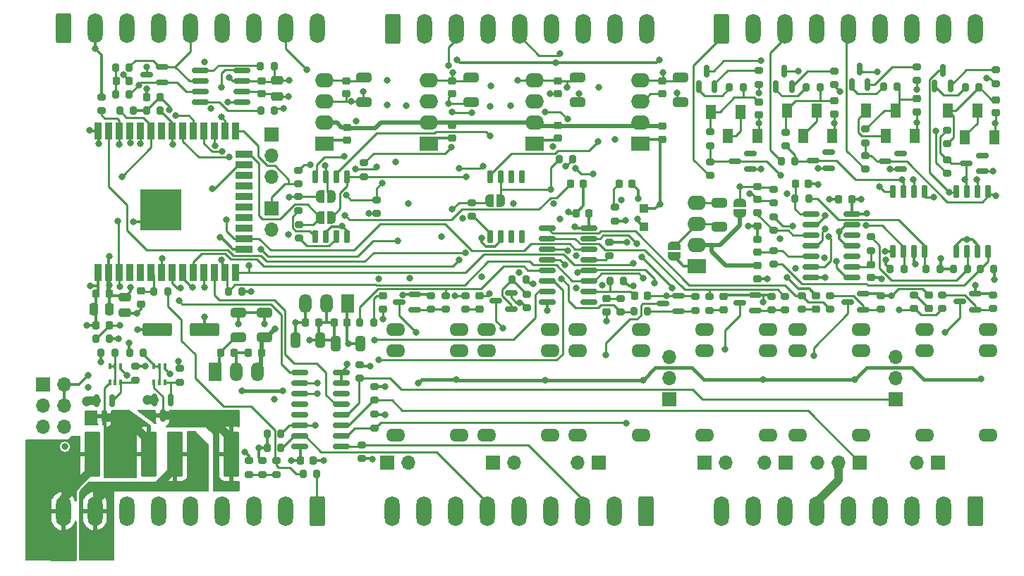
<source format=gbr>
%TF.GenerationSoftware,KiCad,Pcbnew,(6.0.4)*%
%TF.CreationDate,2022-12-17T19:50:05+01:00*%
%TF.ProjectId,bsc,6273632e-6b69-4636-9164-5f7063625858,rev?*%
%TF.SameCoordinates,Original*%
%TF.FileFunction,Copper,L1,Top*%
%TF.FilePolarity,Positive*%
%FSLAX46Y46*%
G04 Gerber Fmt 4.6, Leading zero omitted, Abs format (unit mm)*
G04 Created by KiCad (PCBNEW (6.0.4)) date 2022-12-17 19:50:05*
%MOMM*%
%LPD*%
G01*
G04 APERTURE LIST*
G04 Aperture macros list*
%AMRoundRect*
0 Rectangle with rounded corners*
0 $1 Rounding radius*
0 $2 $3 $4 $5 $6 $7 $8 $9 X,Y pos of 4 corners*
0 Add a 4 corners polygon primitive as box body*
4,1,4,$2,$3,$4,$5,$6,$7,$8,$9,$2,$3,0*
0 Add four circle primitives for the rounded corners*
1,1,$1+$1,$2,$3*
1,1,$1+$1,$4,$5*
1,1,$1+$1,$6,$7*
1,1,$1+$1,$8,$9*
0 Add four rect primitives between the rounded corners*
20,1,$1+$1,$2,$3,$4,$5,0*
20,1,$1+$1,$4,$5,$6,$7,0*
20,1,$1+$1,$6,$7,$8,$9,0*
20,1,$1+$1,$8,$9,$2,$3,0*%
%AMFreePoly0*
4,1,22,0.500000,-0.750000,0.000000,-0.750000,0.000000,-0.745033,-0.079941,-0.743568,-0.215256,-0.701293,-0.333266,-0.622738,-0.424486,-0.514219,-0.481581,-0.384460,-0.499164,-0.250000,-0.500000,-0.250000,-0.500000,0.250000,-0.499164,0.250000,-0.499963,0.256109,-0.478152,0.396186,-0.417904,0.524511,-0.324060,0.630769,-0.204165,0.706417,-0.067858,0.745374,0.000000,0.744959,0.000000,0.750000,
0.500000,0.750000,0.500000,-0.750000,0.500000,-0.750000,$1*%
%AMFreePoly1*
4,1,20,0.000000,0.744959,0.073905,0.744508,0.209726,0.703889,0.328688,0.626782,0.421226,0.519385,0.479903,0.390333,0.500000,0.250000,0.500000,-0.250000,0.499851,-0.262216,0.476331,-0.402017,0.414519,-0.529596,0.319384,-0.634700,0.198574,-0.708877,0.061801,-0.746166,0.000000,-0.745033,0.000000,-0.750000,-0.500000,-0.750000,-0.500000,0.750000,0.000000,0.750000,0.000000,0.744959,
0.000000,0.744959,$1*%
G04 Aperture macros list end*
%TA.AperFunction,ComponentPad*%
%ADD10R,1.700000X1.700000*%
%TD*%
%TA.AperFunction,ComponentPad*%
%ADD11O,1.700000X1.700000*%
%TD*%
%TA.AperFunction,SMDPad,CuDef*%
%ADD12RoundRect,0.250000X0.650000X-0.325000X0.650000X0.325000X-0.650000X0.325000X-0.650000X-0.325000X0*%
%TD*%
%TA.AperFunction,SMDPad,CuDef*%
%ADD13RoundRect,0.225000X-0.250000X0.225000X-0.250000X-0.225000X0.250000X-0.225000X0.250000X0.225000X0*%
%TD*%
%TA.AperFunction,SMDPad,CuDef*%
%ADD14RoundRect,0.250000X-0.475000X0.250000X-0.475000X-0.250000X0.475000X-0.250000X0.475000X0.250000X0*%
%TD*%
%TA.AperFunction,SMDPad,CuDef*%
%ADD15RoundRect,0.200000X0.275000X-0.200000X0.275000X0.200000X-0.275000X0.200000X-0.275000X-0.200000X0*%
%TD*%
%TA.AperFunction,SMDPad,CuDef*%
%ADD16R,1.300000X1.700000*%
%TD*%
%TA.AperFunction,SMDPad,CuDef*%
%ADD17RoundRect,0.150000X-0.825000X-0.150000X0.825000X-0.150000X0.825000X0.150000X-0.825000X0.150000X0*%
%TD*%
%TA.AperFunction,SMDPad,CuDef*%
%ADD18RoundRect,0.150000X0.150000X-0.587500X0.150000X0.587500X-0.150000X0.587500X-0.150000X-0.587500X0*%
%TD*%
%TA.AperFunction,SMDPad,CuDef*%
%ADD19RoundRect,0.225000X-0.225000X-0.250000X0.225000X-0.250000X0.225000X0.250000X-0.225000X0.250000X0*%
%TD*%
%TA.AperFunction,SMDPad,CuDef*%
%ADD20RoundRect,0.200000X0.200000X0.275000X-0.200000X0.275000X-0.200000X-0.275000X0.200000X-0.275000X0*%
%TD*%
%TA.AperFunction,SMDPad,CuDef*%
%ADD21RoundRect,0.200000X-0.275000X0.200000X-0.275000X-0.200000X0.275000X-0.200000X0.275000X0.200000X0*%
%TD*%
%TA.AperFunction,SMDPad,CuDef*%
%ADD22R,1.000000X1.000000*%
%TD*%
%TA.AperFunction,ComponentPad*%
%ADD23O,2.300000X1.600000*%
%TD*%
%TA.AperFunction,SMDPad,CuDef*%
%ADD24RoundRect,0.150000X0.825000X0.150000X-0.825000X0.150000X-0.825000X-0.150000X0.825000X-0.150000X0*%
%TD*%
%TA.AperFunction,SMDPad,CuDef*%
%ADD25RoundRect,0.150000X0.587500X0.150000X-0.587500X0.150000X-0.587500X-0.150000X0.587500X-0.150000X0*%
%TD*%
%TA.AperFunction,ComponentPad*%
%ADD26R,2.250000X1.750000*%
%TD*%
%TA.AperFunction,ComponentPad*%
%ADD27O,2.250000X1.750000*%
%TD*%
%TA.AperFunction,SMDPad,CuDef*%
%ADD28RoundRect,0.225000X0.225000X0.250000X-0.225000X0.250000X-0.225000X-0.250000X0.225000X-0.250000X0*%
%TD*%
%TA.AperFunction,SMDPad,CuDef*%
%ADD29RoundRect,0.250000X-0.325000X-0.650000X0.325000X-0.650000X0.325000X0.650000X-0.325000X0.650000X0*%
%TD*%
%TA.AperFunction,SMDPad,CuDef*%
%ADD30FreePoly0,0.000000*%
%TD*%
%TA.AperFunction,SMDPad,CuDef*%
%ADD31FreePoly1,0.000000*%
%TD*%
%TA.AperFunction,SMDPad,CuDef*%
%ADD32RoundRect,0.200000X-0.200000X-0.275000X0.200000X-0.275000X0.200000X0.275000X-0.200000X0.275000X0*%
%TD*%
%TA.AperFunction,SMDPad,CuDef*%
%ADD33RoundRect,0.250000X-0.650000X0.325000X-0.650000X-0.325000X0.650000X-0.325000X0.650000X0.325000X0*%
%TD*%
%TA.AperFunction,ComponentPad*%
%ADD34RoundRect,0.250000X-0.650000X-1.550000X0.650000X-1.550000X0.650000X1.550000X-0.650000X1.550000X0*%
%TD*%
%TA.AperFunction,ComponentPad*%
%ADD35O,1.800000X3.600000*%
%TD*%
%TA.AperFunction,SMDPad,CuDef*%
%ADD36RoundRect,0.218750X-0.256250X0.218750X-0.256250X-0.218750X0.256250X-0.218750X0.256250X0.218750X0*%
%TD*%
%TA.AperFunction,ComponentPad*%
%ADD37R,1.500000X2.300000*%
%TD*%
%TA.AperFunction,ComponentPad*%
%ADD38O,1.500000X2.300000*%
%TD*%
%TA.AperFunction,SMDPad,CuDef*%
%ADD39R,0.400000X0.650000*%
%TD*%
%TA.AperFunction,SMDPad,CuDef*%
%ADD40RoundRect,0.150000X0.150000X-0.650000X0.150000X0.650000X-0.150000X0.650000X-0.150000X-0.650000X0*%
%TD*%
%TA.AperFunction,ComponentPad*%
%ADD41RoundRect,0.250000X0.650000X1.550000X-0.650000X1.550000X-0.650000X-1.550000X0.650000X-1.550000X0*%
%TD*%
%TA.AperFunction,SMDPad,CuDef*%
%ADD42RoundRect,0.225000X0.250000X-0.225000X0.250000X0.225000X-0.250000X0.225000X-0.250000X-0.225000X0*%
%TD*%
%TA.AperFunction,SMDPad,CuDef*%
%ADD43RoundRect,0.218750X-0.218750X-0.256250X0.218750X-0.256250X0.218750X0.256250X-0.218750X0.256250X0*%
%TD*%
%TA.AperFunction,SMDPad,CuDef*%
%ADD44RoundRect,0.250000X-0.250000X-0.475000X0.250000X-0.475000X0.250000X0.475000X-0.250000X0.475000X0*%
%TD*%
%TA.AperFunction,SMDPad,CuDef*%
%ADD45RoundRect,0.218750X0.256250X-0.218750X0.256250X0.218750X-0.256250X0.218750X-0.256250X-0.218750X0*%
%TD*%
%TA.AperFunction,SMDPad,CuDef*%
%ADD46R,0.900000X2.000000*%
%TD*%
%TA.AperFunction,SMDPad,CuDef*%
%ADD47R,2.000000X0.900000*%
%TD*%
%TA.AperFunction,SMDPad,CuDef*%
%ADD48R,5.000000X5.000000*%
%TD*%
%TA.AperFunction,SMDPad,CuDef*%
%ADD49FreePoly0,90.000000*%
%TD*%
%TA.AperFunction,SMDPad,CuDef*%
%ADD50FreePoly1,90.000000*%
%TD*%
%TA.AperFunction,SMDPad,CuDef*%
%ADD51RoundRect,0.150000X-0.150000X0.587500X-0.150000X-0.587500X0.150000X-0.587500X0.150000X0.587500X0*%
%TD*%
%TA.AperFunction,SMDPad,CuDef*%
%ADD52RoundRect,0.150000X-0.150000X0.650000X-0.150000X-0.650000X0.150000X-0.650000X0.150000X0.650000X0*%
%TD*%
%TA.AperFunction,SMDPad,CuDef*%
%ADD53RoundRect,0.250000X-1.500000X-0.550000X1.500000X-0.550000X1.500000X0.550000X-1.500000X0.550000X0*%
%TD*%
%TA.AperFunction,SMDPad,CuDef*%
%ADD54RoundRect,0.218750X0.218750X0.256250X-0.218750X0.256250X-0.218750X-0.256250X0.218750X-0.256250X0*%
%TD*%
%TA.AperFunction,SMDPad,CuDef*%
%ADD55RoundRect,0.250000X-0.712500X-2.475000X0.712500X-2.475000X0.712500X2.475000X-0.712500X2.475000X0*%
%TD*%
%TA.AperFunction,SMDPad,CuDef*%
%ADD56RoundRect,0.250000X0.325000X0.650000X-0.325000X0.650000X-0.325000X-0.650000X0.325000X-0.650000X0*%
%TD*%
%TA.AperFunction,SMDPad,CuDef*%
%ADD57RoundRect,0.250000X0.475000X-0.250000X0.475000X0.250000X-0.475000X0.250000X-0.475000X-0.250000X0*%
%TD*%
%TA.AperFunction,ViaPad*%
%ADD58C,0.800000*%
%TD*%
%TA.AperFunction,ViaPad*%
%ADD59C,1.200000*%
%TD*%
%TA.AperFunction,Conductor*%
%ADD60C,0.250000*%
%TD*%
%TA.AperFunction,Conductor*%
%ADD61C,0.500000*%
%TD*%
%TA.AperFunction,Conductor*%
%ADD62C,0.350000*%
%TD*%
%TA.AperFunction,Conductor*%
%ADD63C,1.000000*%
%TD*%
%TA.AperFunction,Conductor*%
%ADD64C,0.400000*%
%TD*%
G04 APERTURE END LIST*
D10*
%TO.P,J14,1,Pin_1*%
%TO.N,/OUTPUT/TACHO1*%
X135432800Y-81584800D03*
D11*
%TO.P,J14,2,Pin_2*%
%TO.N,/OUTPUT/REL1_NC_TACHO*%
X135432800Y-79044800D03*
%TO.P,J14,3,Pin_3*%
%TO.N,/OUTPUT/REL1_NC*%
X135432800Y-76504800D03*
%TD*%
D12*
%TO.P,C50,1*%
%TO.N,V_IN*%
X56515000Y-74119000D03*
%TO.P,C50,2*%
%TO.N,GND*%
X56515000Y-71169000D03*
%TD*%
D13*
%TO.P,C11,1*%
%TO.N,/CAN_VCC*%
X69469000Y-43294000D03*
%TO.P,C11,2*%
%TO.N,/CAN_GND*%
X69469000Y-44844000D03*
%TD*%
D14*
%TO.P,C54,1*%
%TO.N,/CAN_VCC*%
X61214000Y-43246000D03*
%TO.P,C54,2*%
%TO.N,/CAN_GND*%
X61214000Y-45146000D03*
%TD*%
D15*
%TO.P,R40,1*%
%TO.N,GND1*%
X128115000Y-43751000D03*
%TO.P,R40,2*%
%TO.N,Net-(Q9-Pad2)*%
X128115000Y-42101000D03*
%TD*%
D16*
%TO.P,D15,1,K*%
%TO.N,GND1*%
X127861000Y-49911000D03*
%TO.P,D15,2,A*%
%TO.N,Net-(D14-Pad1)*%
X124361000Y-49911000D03*
%TD*%
D10*
%TO.P,J9,1,Pin_1*%
%TO.N,/OUTPUT/REL6_COM*%
X74422000Y-89154000D03*
D11*
%TO.P,J9,2,Pin_2*%
%TO.N,V_IN*%
X76962000Y-89154000D03*
%TD*%
D17*
%TO.P,U11,1*%
%TO.N,Net-(C23-Pad1)*%
X125287000Y-59309000D03*
%TO.P,U11,2*%
%TO.N,/INPUT/DI1s*%
X125287000Y-60579000D03*
%TO.P,U11,3*%
%TO.N,Net-(C25-Pad1)*%
X125287000Y-61849000D03*
%TO.P,U11,4*%
%TO.N,/INPUT/DI2s*%
X125287000Y-63119000D03*
%TO.P,U11,5*%
%TO.N,Net-(C24-Pad1)*%
X125287000Y-64389000D03*
%TO.P,U11,6*%
%TO.N,/INPUT/DI3s*%
X125287000Y-65659000D03*
%TO.P,U11,7,GND*%
%TO.N,GND*%
X125287000Y-66929000D03*
%TO.P,U11,8*%
%TO.N,/INPUT/DI4s*%
X130237000Y-66929000D03*
%TO.P,U11,9*%
%TO.N,Net-(C26-Pad1)*%
X130237000Y-65659000D03*
%TO.P,U11,10*%
%TO.N,unconnected-(U11-Pad10)*%
X130237000Y-64389000D03*
%TO.P,U11,11*%
%TO.N,GND*%
X130237000Y-63119000D03*
%TO.P,U11,12*%
%TO.N,unconnected-(U11-Pad12)*%
X130237000Y-61849000D03*
%TO.P,U11,13*%
%TO.N,GND*%
X130237000Y-60579000D03*
%TO.P,U11,14,VCC*%
%TO.N,+3V3*%
X130237000Y-59309000D03*
%TD*%
D18*
%TO.P,Q8,1,B*%
%TO.N,Net-(Q8-Pad1)*%
X111826000Y-43990500D03*
%TO.P,Q8,2,E*%
%TO.N,Net-(Q8-Pad2)*%
X113726000Y-43990500D03*
%TO.P,Q8,3,C*%
%TO.N,Net-(IC1-Pad2)*%
X112776000Y-42115500D03*
%TD*%
D13*
%TO.P,C25,1*%
%TO.N,Net-(C25-Pad1)*%
X118872000Y-59156000D03*
%TO.P,C25,2*%
%TO.N,GND*%
X118872000Y-60706000D03*
%TD*%
D19*
%TO.P,C60,1*%
%TO.N,+3V3*%
X63995000Y-88900000D03*
%TO.P,C60,2*%
%TO.N,GND*%
X65545000Y-88900000D03*
%TD*%
D20*
%TO.P,R79,1*%
%TO.N,/OUTPUT/TACHO6*%
X61658000Y-85725000D03*
%TO.P,R79,2*%
%TO.N,+3V3*%
X60008000Y-85725000D03*
%TD*%
%TO.P,R67,1*%
%TO.N,/AI1*%
X65976000Y-90551000D03*
%TO.P,R67,2*%
%TO.N,Net-(R66-Pad2)*%
X64326000Y-90551000D03*
%TD*%
D13*
%TO.P,C21,1*%
%TO.N,Net-(C21-Pad1)*%
X138021000Y-45440000D03*
%TO.P,C21,2*%
%TO.N,GND1*%
X138021000Y-46990000D03*
%TD*%
D16*
%TO.P,D14,1,K*%
%TO.N,Net-(D14-Pad1)*%
X125956000Y-46863000D03*
%TO.P,D14,2,A*%
%TO.N,Net-(C20-Pad1)*%
X122456000Y-46863000D03*
%TD*%
D13*
%TO.P,C32,1*%
%TO.N,/serial/U1_VCC*%
X82169000Y-43294000D03*
%TO.P,C32,2*%
%TO.N,/U1_GND*%
X82169000Y-44844000D03*
%TD*%
D21*
%TO.P,R30,1*%
%TO.N,Net-(C20-Pad1)*%
X122273000Y-49467000D03*
%TO.P,R30,2*%
%TO.N,Net-(D21-Pad3)*%
X122273000Y-51117000D03*
%TD*%
D15*
%TO.P,R6,1*%
%TO.N,Net-(Q1-Pad3)*%
X44170600Y-79260200D03*
%TO.P,R6,2*%
%TO.N,GND*%
X44170600Y-77610200D03*
%TD*%
D22*
%TO.P,TP3,1,1*%
%TO.N,+3V3*%
X105232200Y-60858400D03*
%TD*%
D19*
%TO.P,C51,1*%
%TO.N,V_IN*%
X54470000Y-75946000D03*
%TO.P,C51,2*%
%TO.N,GND*%
X56020000Y-75946000D03*
%TD*%
D17*
%TO.P,U10,1,QB*%
%TO.N,/OUTPUT/REL2*%
X93664000Y-60960000D03*
%TO.P,U10,2,QC*%
%TO.N,/OUTPUT/REL3*%
X93664000Y-62230000D03*
%TO.P,U10,3,QD*%
%TO.N,/OUTPUT/REL4*%
X93664000Y-63500000D03*
%TO.P,U10,4,QE*%
%TO.N,/OUTPUT/REL5*%
X93664000Y-64770000D03*
%TO.P,U10,5,QF*%
%TO.N,/OUTPUT/REL6*%
X93664000Y-66040000D03*
%TO.P,U10,6,QG*%
%TO.N,/OUTPUT/T_ADDR0*%
X93664000Y-67310000D03*
%TO.P,U10,7,QH*%
%TO.N,/OUTPUT/T_ADDR1*%
X93664000Y-68580000D03*
%TO.P,U10,8,GND*%
%TO.N,GND*%
X93664000Y-69850000D03*
%TO.P,U10,9,QH'*%
%TO.N,/OUTPUT/IO_DATA_IN*%
X98614000Y-69850000D03*
%TO.P,U10,10,~{SRCLR}*%
%TO.N,Net-(C18-Pad1)*%
X98614000Y-68580000D03*
%TO.P,U10,11,SRCLK*%
%TO.N,/H_CLK*%
X98614000Y-67310000D03*
%TO.P,U10,12,RCLK*%
%TO.N,/INPUT/IO_DI_PL*%
X98614000Y-66040000D03*
%TO.P,U10,13,~{OE}*%
%TO.N,Net-(R23-Pad2)*%
X98614000Y-64770000D03*
%TO.P,U10,14,SER*%
%TO.N,/H_MOSI*%
X98614000Y-63500000D03*
%TO.P,U10,15,QA*%
%TO.N,/OUTPUT/REL1*%
X98614000Y-62230000D03*
%TO.P,U10,16,VCC*%
%TO.N,+3V3*%
X98614000Y-60960000D03*
%TD*%
D23*
%TO.P,K4,1*%
%TO.N,N/C*%
X120142000Y-85852000D03*
%TO.P,K4,5*%
%TO.N,/OUTPUT/VCC_REL*%
X120142000Y-75692000D03*
%TO.P,K4,6*%
%TO.N,/OUTPUT/REL3_NO*%
X120142000Y-73152000D03*
%TO.P,K4,7*%
%TO.N,/OUTPUT/REL3_NC*%
X112522000Y-73152000D03*
%TO.P,K4,8*%
%TO.N,Net-(D7-Pad2)*%
X112522000Y-75692000D03*
%TO.P,K4,12*%
%TO.N,/OUTPUT/REL3_COM*%
X112522000Y-85852000D03*
%TD*%
D24*
%TO.P,U7,1,D*%
%TO.N,/CAN_Tx_s*%
X56958000Y-45847000D03*
%TO.P,U7,2,GND*%
%TO.N,/CAN_GND*%
X56958000Y-44577000D03*
%TO.P,U7,3,VCC*%
%TO.N,/CAN_VCC*%
X56958000Y-43307000D03*
%TO.P,U7,4,R*%
%TO.N,/CAN_Rx_s*%
X56958000Y-42037000D03*
%TO.P,U7,5,EN*%
%TO.N,Net-(R11-Pad2)*%
X52008000Y-42037000D03*
%TO.P,U7,6,CANL*%
%TO.N,/CAN_L*%
X52008000Y-43307000D03*
%TO.P,U7,7,CANH*%
%TO.N,/CAN_H*%
X52008000Y-44577000D03*
%TO.P,U7,8,Rs*%
%TO.N,Net-(R12-Pad2)*%
X52008000Y-45847000D03*
%TD*%
D21*
%TO.P,R25,1*%
%TO.N,Net-(D20-Pad3)*%
X113157000Y-53023000D03*
%TO.P,R25,2*%
%TO.N,/INPUT/DI1_P*%
X113157000Y-54673000D03*
%TD*%
D20*
%TO.P,R12,1*%
%TO.N,/CAN_GND*%
X60896000Y-46863000D03*
%TO.P,R12,2*%
%TO.N,Net-(R12-Pad2)*%
X59246000Y-46863000D03*
%TD*%
D25*
%TO.P,Q2,1,G*%
%TO.N,Net-(Q2-Pad1)*%
X145031700Y-70774600D03*
%TO.P,Q2,2,S*%
%TO.N,GND*%
X145031700Y-68874600D03*
%TO.P,Q2,3,D*%
%TO.N,Net-(D5-Pad2)*%
X143156700Y-69824600D03*
%TD*%
%TO.P,D21,1,A*%
%TO.N,GND1*%
X127401500Y-53782000D03*
%TO.P,D21,2,NC*%
%TO.N,unconnected-(D21-Pad2)*%
X127401500Y-51882000D03*
%TO.P,D21,3,K*%
%TO.N,Net-(D21-Pad3)*%
X125526500Y-52832000D03*
%TD*%
D15*
%TO.P,R62,1*%
%TO.N,/serial/U2RXTX_ENs*%
X71628000Y-54800000D03*
%TO.P,R62,2*%
%TO.N,/serial/U2_GND*%
X71628000Y-53150000D03*
%TD*%
D26*
%TO.P,PS2,1,-Vin*%
%TO.N,GND*%
X111570500Y-65583500D03*
D27*
%TO.P,PS2,2,+Vin*%
%TO.N,+5V*%
X111570500Y-63043500D03*
%TO.P,PS2,3,-Vout*%
%TO.N,GND1*%
X111570500Y-60503500D03*
%TO.P,PS2,4,+Vout*%
%TO.N,/INPUT/5V_1*%
X111570500Y-57963500D03*
%TD*%
D28*
%TO.P,C2,1*%
%TO.N,/RST_ESP*%
X41034000Y-72644000D03*
%TO.P,C2,2*%
%TO.N,GND*%
X39484000Y-72644000D03*
%TD*%
D13*
%TO.P,C19,1*%
%TO.N,Net-(C19-Pad1)*%
X118999000Y-45834000D03*
%TO.P,C19,2*%
%TO.N,GND1*%
X118999000Y-47384000D03*
%TD*%
D18*
%TO.P,Q10,1,B*%
%TO.N,Net-(Q10-Pad1)*%
X130213000Y-43736500D03*
%TO.P,Q10,2,E*%
%TO.N,Net-(Q10-Pad2)*%
X132113000Y-43736500D03*
%TO.P,Q10,3,C*%
%TO.N,Net-(IC2-Pad2)*%
X131163000Y-41861500D03*
%TD*%
D25*
%TO.P,Q7,1,G*%
%TO.N,Net-(Q7-Pad1)*%
X89304100Y-70698400D03*
%TO.P,Q7,2,S*%
%TO.N,GND*%
X89304100Y-68798400D03*
%TO.P,Q7,3,D*%
%TO.N,Net-(D9-Pad2)*%
X87429100Y-69748400D03*
%TD*%
D29*
%TO.P,C6,1*%
%TO.N,+3V3*%
X63422000Y-74485500D03*
%TO.P,C6,2*%
%TO.N,GND*%
X66372000Y-74485500D03*
%TD*%
D10*
%TO.P,J5,1,Pin_1*%
%TO.N,/OUTPUT/REL4_COM*%
X99822000Y-89154000D03*
D11*
%TO.P,J5,2,Pin_2*%
%TO.N,V_IN*%
X97282000Y-89154000D03*
%TD*%
D30*
%TO.P,JP13,1,A*%
%TO.N,/U1RXTX_EN*%
X66406000Y-57150000D03*
D31*
%TO.P,JP13,2,B*%
%TO.N,/serial/U1RXTX_ENs*%
X67706000Y-57150000D03*
%TD*%
D32*
%TO.P,R47,1*%
%TO.N,+3V3*%
X134811000Y-65913000D03*
%TO.P,R47,2*%
%TO.N,Net-(IC1-Pad6)*%
X136461000Y-65913000D03*
%TD*%
D10*
%TO.P,J10,1,Pin_1*%
%TO.N,/OUTPUT/REL1_COM*%
X140512800Y-89154000D03*
D11*
%TO.P,J10,2,Pin_2*%
%TO.N,V_IN*%
X137972800Y-89154000D03*
%TD*%
D19*
%TO.P,C18,1*%
%TO.N,Net-(C18-Pad1)*%
X104101600Y-69088000D03*
%TO.P,C18,2*%
%TO.N,GND*%
X105651600Y-69088000D03*
%TD*%
D21*
%TO.P,R60,1*%
%TO.N,/serial/U1RXTX_ENs*%
X73152000Y-57595000D03*
%TO.P,R60,2*%
%TO.N,/U1_GND*%
X73152000Y-59245000D03*
%TD*%
D32*
%TO.P,R49,1*%
%TO.N,Net-(C23-Pad1)*%
X123381000Y-57404000D03*
%TO.P,R49,2*%
%TO.N,Net-(IC1-Pad8)*%
X125031000Y-57404000D03*
%TD*%
D15*
%TO.P,R70,1*%
%TO.N,Net-(R68-Pad2)*%
X59436000Y-90614000D03*
%TO.P,R70,2*%
%TO.N,+3V3*%
X59436000Y-88964000D03*
%TD*%
D10*
%TO.P,J16,1,Pin_1*%
%TO.N,/OUTPUT/TACHO3*%
X108305600Y-81584800D03*
D11*
%TO.P,J16,2,Pin_2*%
%TO.N,/OUTPUT/REL3_NC_TACHO*%
X108305600Y-79044800D03*
%TO.P,J16,3,Pin_3*%
%TO.N,/OUTPUT/REL3_NC*%
X108305600Y-76504800D03*
%TD*%
D32*
%TO.P,R33,1*%
%TO.N,Net-(Q8-Pad1)*%
X115507000Y-44069000D03*
%TO.P,R33,2*%
%TO.N,Net-(C19-Pad1)*%
X117157000Y-44069000D03*
%TD*%
D10*
%TO.P,J13,1,Pin_1*%
%TO.N,/OUTPUT/REL3_COM*%
X112517000Y-89154000D03*
D11*
%TO.P,J13,2,Pin_2*%
%TO.N,V_IN*%
X115057000Y-89154000D03*
%TD*%
D33*
%TO.P,C35,1*%
%TO.N,/serial/U3_VCC*%
X109601000Y-42897000D03*
%TO.P,C35,2*%
%TO.N,/serial/U3_GND*%
X109601000Y-45847000D03*
%TD*%
D16*
%TO.P,D18,1,K*%
%TO.N,Net-(D18-Pad1)*%
X145260000Y-46863000D03*
%TO.P,D18,2,A*%
%TO.N,Net-(C22-Pad1)*%
X141760000Y-46863000D03*
%TD*%
D26*
%TO.P,PS5,1,-Vin*%
%TO.N,GND*%
X92137500Y-50800000D03*
D27*
%TO.P,PS5,2,+Vin*%
%TO.N,+5V*%
X92137500Y-48260000D03*
%TO.P,PS5,3,-Vout*%
%TO.N,/serial/U2_GND*%
X92137500Y-45720000D03*
%TO.P,PS5,4,+Vout*%
%TO.N,/serial/U2_VCC*%
X92137500Y-43180000D03*
%TD*%
D13*
%TO.P,C22,1*%
%TO.N,Net-(C22-Pad1)*%
X147447000Y-45580000D03*
%TO.P,C22,2*%
%TO.N,GND1*%
X147447000Y-47130000D03*
%TD*%
D16*
%TO.P,D12,1,K*%
%TO.N,Net-(D12-Pad1)*%
X116812000Y-46990000D03*
%TO.P,D12,2,A*%
%TO.N,Net-(C19-Pad1)*%
X113312000Y-46990000D03*
%TD*%
D28*
%TO.P,C17,1*%
%TO.N,+3V3*%
X98615800Y-59182000D03*
%TO.P,C17,2*%
%TO.N,GND*%
X97065800Y-59182000D03*
%TD*%
D15*
%TO.P,R8,1*%
%TO.N,Net-(Q13-Pad3)*%
X49483400Y-79502000D03*
%TO.P,R8,2*%
%TO.N,GND*%
X49483400Y-77852000D03*
%TD*%
D19*
%TO.P,C9,1*%
%TO.N,GND*%
X45580000Y-45212000D03*
%TO.P,C9,2*%
%TO.N,+3V3*%
X47130000Y-45212000D03*
%TD*%
D34*
%TO.P,X2,1,Pin_1*%
%TO.N,/serial/U2_VCC_e*%
X75055000Y-37000000D03*
D35*
%TO.P,X2,2,Pin_2*%
%TO.N,/serial/U2_GND*%
X78865000Y-37000000D03*
%TO.P,X2,3,Pin_3*%
%TO.N,/serial/U2TX_O*%
X82675000Y-37000000D03*
%TO.P,X2,4,Pin_4*%
%TO.N,/serial/U2RX_O*%
X86485000Y-37000000D03*
%TO.P,X2,5,Pin_5*%
%TO.N,/serial/U3_VCC_e*%
X90295000Y-37000000D03*
%TO.P,X2,6,Pin_6*%
%TO.N,/serial/U3_GND*%
X94105000Y-37000000D03*
%TO.P,X2,7,Pin_7*%
%TO.N,/serial/U3TX_O*%
X97915000Y-37000000D03*
%TO.P,X2,8,Pin_8*%
%TO.N,/serial/U3RX_O*%
X101725000Y-37000000D03*
%TO.P,X2,9,Pin_9*%
%TO.N,GND*%
X105535000Y-37000000D03*
%TD*%
D36*
%TO.P,D25,1,K*%
%TO.N,GND*%
X139420600Y-69062500D03*
%TO.P,D25,2,A*%
%TO.N,Net-(D25-Pad2)*%
X139420600Y-70637500D03*
%TD*%
D33*
%TO.P,C34,1*%
%TO.N,/serial/U1_VCC*%
X84455000Y-42897000D03*
%TO.P,C34,2*%
%TO.N,/U1_GND*%
X84455000Y-45847000D03*
%TD*%
D21*
%TO.P,R77,1*%
%TO.N,/OUTPUT/TACHO4*%
X71374000Y-87059000D03*
%TO.P,R77,2*%
%TO.N,+3V3*%
X71374000Y-88709000D03*
%TD*%
D19*
%TO.P,C15,1*%
%TO.N,Net-(C15-Pad1)*%
X41871600Y-43332400D03*
%TO.P,C15,2*%
%TO.N,/CAN_GND*%
X43421600Y-43332400D03*
%TD*%
D21*
%TO.P,R31,1*%
%TO.N,Net-(C21-Pad1)*%
X131798000Y-49086000D03*
%TO.P,R31,2*%
%TO.N,Net-(D22-Pad3)*%
X131798000Y-50736000D03*
%TD*%
D15*
%TO.P,R80,1*%
%TO.N,Net-(Q4-Pad1)*%
X81457800Y-70725800D03*
%TO.P,R80,2*%
%TO.N,/OUTPUT/REL6*%
X81457800Y-69075800D03*
%TD*%
D37*
%TO.P,U1,1,IN*%
%TO.N,V_IN*%
X69688500Y-70032500D03*
D38*
%TO.P,U1,2,GND*%
%TO.N,GND*%
X67148500Y-70032500D03*
%TO.P,U1,3,OUT*%
%TO.N,+3V3*%
X64608500Y-70032500D03*
%TD*%
D15*
%TO.P,R56,1*%
%TO.N,GND1*%
X120777000Y-57975000D03*
%TO.P,R56,2*%
%TO.N,/INPUT/5V_1*%
X120777000Y-56325000D03*
%TD*%
D23*
%TO.P,K3,1*%
%TO.N,N/C*%
X131318000Y-85852000D03*
%TO.P,K3,5*%
%TO.N,/OUTPUT/VCC_REL*%
X131318000Y-75692000D03*
%TO.P,K3,6*%
%TO.N,/OUTPUT/REL2_NO*%
X131318000Y-73152000D03*
%TO.P,K3,7*%
%TO.N,/OUTPUT/REL2_NC*%
X123698000Y-73152000D03*
%TO.P,K3,8*%
%TO.N,Net-(D6-Pad2)*%
X123698000Y-75692000D03*
%TO.P,K3,12*%
%TO.N,/OUTPUT/REL2_COM*%
X123698000Y-85852000D03*
%TD*%
D34*
%TO.P,X1,1,Pin_1*%
%TO.N,GND*%
X35560000Y-36957000D03*
D35*
%TO.P,X1,2,Pin_2*%
%TO.N,+3V3*%
X39370000Y-36957000D03*
%TO.P,X1,3,Pin_3*%
%TO.N,/onewire*%
X43180000Y-36957000D03*
%TO.P,X1,4,Pin_4*%
%TO.N,/CAN_H*%
X46990000Y-36957000D03*
%TO.P,X1,5,Pin_5*%
%TO.N,/CAN_L*%
X50800000Y-36957000D03*
%TO.P,X1,6,Pin_6*%
%TO.N,/U1_VCC_e*%
X54610000Y-36957000D03*
%TO.P,X1,7,Pin_7*%
%TO.N,/U1_GND*%
X58420000Y-36957000D03*
%TO.P,X1,8,Pin_8*%
%TO.N,/U1TX_O*%
X62230000Y-36957000D03*
%TO.P,X1,9,Pin_9*%
%TO.N,/U1RX_O*%
X66040000Y-36957000D03*
%TD*%
D15*
%TO.P,R54,1*%
%TO.N,Net-(Q5-Pad1)*%
X122148600Y-70827400D03*
%TO.P,R54,2*%
%TO.N,/OUTPUT/REL3*%
X122148600Y-69177400D03*
%TD*%
D28*
%TO.P,C53,1*%
%TO.N,+5V*%
X59322000Y-75946000D03*
%TO.P,C53,2*%
%TO.N,GND*%
X57772000Y-75946000D03*
%TD*%
D15*
%TO.P,R38,1*%
%TO.N,GND1*%
X118999000Y-43687000D03*
%TO.P,R38,2*%
%TO.N,Net-(Q8-Pad2)*%
X118999000Y-42037000D03*
%TD*%
%TO.P,R71,1*%
%TO.N,/OUTPUT/REL1*%
X137693400Y-70675000D03*
%TO.P,R71,2*%
%TO.N,Net-(D25-Pad2)*%
X137693400Y-69025000D03*
%TD*%
D39*
%TO.P,Q13,1,E1*%
%TO.N,Net-(Q13-Pad1)*%
X46420400Y-79500000D03*
%TO.P,Q13,2,B1*%
%TO.N,Net-(Q13-Pad2)*%
X47070400Y-79500000D03*
%TO.P,Q13,3,C2*%
%TO.N,Net-(Q13-Pad3)*%
X47720400Y-79500000D03*
%TO.P,Q13,4,E2*%
%TO.N,V_IN*%
X47720400Y-77600000D03*
%TO.P,Q13,5,B2*%
%TO.N,Net-(Q13-Pad2)*%
X47070400Y-77600000D03*
%TO.P,Q13,6,C1*%
X46420400Y-77600000D03*
%TD*%
D13*
%TO.P,C49,1*%
%TO.N,/AI1d*%
X44831000Y-68567000D03*
%TO.P,C49,2*%
%TO.N,GND*%
X44831000Y-70117000D03*
%TD*%
%TO.P,C39,1*%
%TO.N,/serial/U2_VCC*%
X94919800Y-43294000D03*
%TO.P,C39,2*%
%TO.N,/serial/U2_GND*%
X94919800Y-44844000D03*
%TD*%
D15*
%TO.P,R3,1*%
%TO.N,/SCL*%
X40132000Y-46849800D03*
%TO.P,R3,2*%
%TO.N,+3V3*%
X40132000Y-45199800D03*
%TD*%
%TO.P,R50,1*%
%TO.N,Net-(C25-Pad1)*%
X120777000Y-61277000D03*
%TO.P,R50,2*%
%TO.N,Net-(IC1-Pad6)*%
X120777000Y-59627000D03*
%TD*%
D20*
%TO.P,R5,1*%
%TO.N,Net-(Q1-Pad2)*%
X41719000Y-75959200D03*
%TO.P,R5,2*%
%TO.N,GND*%
X40069000Y-75959200D03*
%TD*%
D40*
%TO.P,IC3,1,A1*%
%TO.N,Net-(IC3-Pad1)*%
X65786000Y-62020000D03*
%TO.P,IC3,2,C1*%
%TO.N,GND*%
X67056000Y-62020000D03*
%TO.P,IC3,3,A2*%
%TO.N,Net-(IC3-Pad3)*%
X68326000Y-62020000D03*
%TO.P,IC3,4,C2*%
%TO.N,GND*%
X69596000Y-62020000D03*
%TO.P,IC3,5,E2*%
%TO.N,/serial/U2RXTX_ENs*%
X69596000Y-54820000D03*
%TO.P,IC3,6,C2*%
%TO.N,/serial/U2_VCC*%
X68326000Y-54820000D03*
%TO.P,IC3,7,E1*%
%TO.N,/serial/U1RXTX_ENs*%
X67056000Y-54820000D03*
%TO.P,IC3,8,C1*%
%TO.N,/serial/U1_VCC*%
X65786000Y-54820000D03*
%TD*%
D23*
%TO.P,K7,1*%
%TO.N,N/C*%
X83058000Y-85852000D03*
%TO.P,K7,5*%
%TO.N,/OUTPUT/VCC_REL*%
X83058000Y-75692000D03*
%TO.P,K7,6*%
%TO.N,/OUTPUT/REL6_NO*%
X83058000Y-73152000D03*
%TO.P,K7,7*%
%TO.N,/OUTPUT/REL6_NC*%
X75438000Y-73152000D03*
%TO.P,K7,8*%
%TO.N,Net-(D10-Pad2)*%
X75438000Y-75692000D03*
%TO.P,K7,12*%
%TO.N,/OUTPUT/REL6_COM*%
X75438000Y-85852000D03*
%TD*%
D41*
%TO.P,X5,1,Pin_1*%
%TO.N,/OUTPUT/REL4_NO*%
X105500000Y-95000000D03*
D35*
%TO.P,X5,2,Pin_2*%
%TO.N,/OUTPUT/REL4_COM*%
X101690000Y-95000000D03*
%TO.P,X5,3,Pin_3*%
%TO.N,/OUTPUT/TACHO4*%
X97880000Y-95000000D03*
%TO.P,X5,4,Pin_4*%
%TO.N,/OUTPUT/REL5_NO*%
X94070000Y-95000000D03*
%TO.P,X5,5,Pin_5*%
%TO.N,/OUTPUT/REL5_COM*%
X90260000Y-95000000D03*
%TO.P,X5,6,Pin_6*%
%TO.N,/OUTPUT/TACHO5*%
X86450000Y-95000000D03*
%TO.P,X5,7,Pin_7*%
%TO.N,/OUTPUT/REL6_NO*%
X82640000Y-95000000D03*
%TO.P,X5,8,Pin_8*%
%TO.N,/OUTPUT/REL6_COM*%
X78830000Y-95000000D03*
%TO.P,X5,9,Pin_9*%
%TO.N,/OUTPUT/TACHO6*%
X75020000Y-95000000D03*
%TD*%
D21*
%TO.P,R10,1*%
%TO.N,Net-(D1-Pad1)*%
X101803200Y-58471800D03*
%TO.P,R10,2*%
%TO.N,GND*%
X101803200Y-60121800D03*
%TD*%
D32*
%TO.P,R35,1*%
%TO.N,Net-(Q10-Pad1)*%
X134021000Y-43942000D03*
%TO.P,R35,2*%
%TO.N,Net-(C21-Pad1)*%
X135671000Y-43942000D03*
%TD*%
D10*
%TO.P,J11,1,Pin_1*%
%TO.N,/SCL*%
X33065800Y-79796400D03*
D11*
%TO.P,J11,2,Pin_2*%
%TO.N,GND*%
X35605800Y-79796400D03*
%TO.P,J11,3,Pin_3*%
%TO.N,/SDA*%
X33065800Y-82336400D03*
%TO.P,J11,4,Pin_4*%
%TO.N,GND*%
X35605800Y-82336400D03*
%TO.P,J11,5,Pin_5*%
%TO.N,Net-(J11-Pad5)*%
X33065800Y-84876400D03*
%TO.P,J11,6,Pin_6*%
%TO.N,Net-(J11-Pad6)*%
X35605800Y-84876400D03*
%TD*%
D40*
%TO.P,IC4,1,A1*%
%TO.N,Net-(IC4-Pad1)*%
X86741000Y-62020000D03*
%TO.P,IC4,2,C1*%
%TO.N,GND*%
X88011000Y-62020000D03*
%TO.P,IC4,3,A2*%
%TO.N,unconnected-(IC4-Pad3)*%
X89281000Y-62020000D03*
%TO.P,IC4,4,C2*%
%TO.N,unconnected-(IC4-Pad4)*%
X90551000Y-62020000D03*
%TO.P,IC4,5,E2*%
%TO.N,unconnected-(IC4-Pad5)*%
X90551000Y-54820000D03*
%TO.P,IC4,6,C2*%
%TO.N,unconnected-(IC4-Pad6)*%
X89281000Y-54820000D03*
%TO.P,IC4,7,E1*%
%TO.N,/serial/U3RXTX_ENs*%
X88011000Y-54820000D03*
%TO.P,IC4,8,C1*%
%TO.N,/serial/U3_VCC*%
X86741000Y-54820000D03*
%TD*%
D42*
%TO.P,C24,1*%
%TO.N,Net-(C24-Pad1)*%
X118872000Y-63881000D03*
%TO.P,C24,2*%
%TO.N,GND*%
X118872000Y-62331000D03*
%TD*%
D13*
%TO.P,C10,1*%
%TO.N,+5V*%
X69596000Y-48882000D03*
%TO.P,C10,2*%
%TO.N,GND*%
X69596000Y-50432000D03*
%TD*%
%TO.P,C16,1*%
%TO.N,/CAN_VCC*%
X59309000Y-43294000D03*
%TO.P,C16,2*%
%TO.N,/CAN_GND*%
X59309000Y-44844000D03*
%TD*%
D20*
%TO.P,R11,1*%
%TO.N,/CAN_VCC*%
X60833000Y-41529000D03*
%TO.P,R11,2*%
%TO.N,Net-(R11-Pad2)*%
X59183000Y-41529000D03*
%TD*%
D15*
%TO.P,R32,1*%
%TO.N,Net-(C22-Pad1)*%
X141605000Y-50863000D03*
%TO.P,R32,2*%
%TO.N,Net-(D23-Pad3)*%
X141605000Y-49213000D03*
%TD*%
D13*
%TO.P,C30,1*%
%TO.N,+5V*%
X82169000Y-48628000D03*
%TO.P,C30,2*%
%TO.N,GND*%
X82169000Y-50178000D03*
%TD*%
D32*
%TO.P,R61,1*%
%TO.N,/serial/U3RXTX_ENs*%
X95060000Y-52705000D03*
%TO.P,R61,2*%
%TO.N,/serial/U3_GND*%
X96710000Y-52705000D03*
%TD*%
D20*
%TO.P,R26,1*%
%TO.N,Net-(D21-Pad3)*%
X123380000Y-52959000D03*
%TO.P,R26,2*%
%TO.N,/INPUT/DI2_P*%
X121730000Y-52959000D03*
%TD*%
%TO.P,R72,1*%
%TO.N,Net-(Q6-Pad1)*%
X105701600Y-70993000D03*
%TO.P,R72,2*%
%TO.N,/OUTPUT/REL4*%
X104051600Y-70993000D03*
%TD*%
D18*
%TO.P,Q9,1,B*%
%TO.N,Net-(Q9-Pad1)*%
X121097000Y-43990500D03*
%TO.P,Q9,2,E*%
%TO.N,Net-(Q9-Pad2)*%
X122997000Y-43990500D03*
%TO.P,Q9,3,C*%
%TO.N,Net-(IC1-Pad4)*%
X122047000Y-42115500D03*
%TD*%
D25*
%TO.P,Q3,1,G*%
%TO.N,Net-(Q3-Pad1)*%
X131597400Y-70800000D03*
%TO.P,Q3,2,S*%
%TO.N,GND*%
X131597400Y-68900000D03*
%TO.P,Q3,3,D*%
%TO.N,Net-(D6-Pad2)*%
X129722400Y-69850000D03*
%TD*%
D13*
%TO.P,C14,1*%
%TO.N,/INPUT/5V_1*%
X118872000Y-55981000D03*
%TO.P,C14,2*%
%TO.N,GND1*%
X118872000Y-57531000D03*
%TD*%
D32*
%TO.P,R85,1*%
%TO.N,/OUTPUT/REL6*%
X71121000Y-72339200D03*
%TO.P,R85,2*%
%TO.N,Net-(D30-Pad2)*%
X72771000Y-72339200D03*
%TD*%
D15*
%TO.P,R21,1*%
%TO.N,Net-(Q4-Pad1)*%
X79679800Y-70725800D03*
%TO.P,R21,2*%
%TO.N,GND*%
X79679800Y-69075800D03*
%TD*%
D21*
%TO.P,R20,1*%
%TO.N,Net-(Q7-Pad1)*%
X91211400Y-68923400D03*
%TO.P,R20,2*%
%TO.N,GND*%
X91211400Y-70573400D03*
%TD*%
D34*
%TO.P,X3,1,Pin_1*%
%TO.N,/INPUT/DI1_P*%
X114554000Y-37000000D03*
D35*
%TO.P,X3,2,Pin_2*%
%TO.N,/INPUT/5V_1*%
X118364000Y-37000000D03*
%TO.P,X3,3,Pin_3*%
%TO.N,/INPUT/DI2_P*%
X122174000Y-37000000D03*
%TO.P,X3,4,Pin_4*%
%TO.N,/INPUT/5V_1*%
X125984000Y-37000000D03*
%TO.P,X3,5,Pin_5*%
%TO.N,/INPUT/DI3_P*%
X129794000Y-37000000D03*
%TO.P,X3,6,Pin_6*%
%TO.N,/INPUT/5V_1*%
X133604000Y-37000000D03*
%TO.P,X3,7,Pin_7*%
%TO.N,/INPUT/DI4_P*%
X137414000Y-37000000D03*
%TO.P,X3,8,Pin_8*%
%TO.N,/INPUT/5V_1*%
X141224000Y-37000000D03*
%TO.P,X3,9,Pin_9*%
%TO.N,GND1*%
X145034000Y-37000000D03*
%TD*%
D23*
%TO.P,K2,1*%
%TO.N,N/C*%
X146558000Y-85852000D03*
%TO.P,K2,5*%
%TO.N,/OUTPUT/VCC_REL*%
X146558000Y-75692000D03*
%TO.P,K2,6*%
%TO.N,/OUTPUT/REL1_NO*%
X146558000Y-73152000D03*
%TO.P,K2,7*%
%TO.N,/OUTPUT/REL1_NC*%
X138938000Y-73152000D03*
%TO.P,K2,8*%
%TO.N,Net-(D5-Pad2)*%
X138938000Y-75692000D03*
%TO.P,K2,12*%
%TO.N,/OUTPUT/REL1_COM*%
X138938000Y-85852000D03*
%TD*%
D20*
%TO.P,R46,1*%
%TO.N,+3V3*%
X147256000Y-65913000D03*
%TO.P,R46,2*%
%TO.N,Net-(IC2-Pad8)*%
X145606000Y-65913000D03*
%TD*%
D32*
%TO.P,R1,1*%
%TO.N,/RST_ESP*%
X39434000Y-74295000D03*
%TO.P,R1,2*%
%TO.N,+3V3*%
X41084000Y-74295000D03*
%TD*%
D23*
%TO.P,K6,1*%
%TO.N,N/C*%
X93980000Y-85852000D03*
%TO.P,K6,5*%
%TO.N,/OUTPUT/VCC_REL*%
X93980000Y-75692000D03*
%TO.P,K6,6*%
%TO.N,/OUTPUT/REL5_NO*%
X93980000Y-73152000D03*
%TO.P,K6,7*%
%TO.N,/OUTPUT/REL5_NC*%
X86360000Y-73152000D03*
%TO.P,K6,8*%
%TO.N,Net-(D9-Pad2)*%
X86360000Y-75692000D03*
%TO.P,K6,12*%
%TO.N,/OUTPUT/REL5_COM*%
X86360000Y-85852000D03*
%TD*%
D43*
%TO.P,D1,1,K*%
%TO.N,Net-(D1-Pad1)*%
X102233500Y-55626000D03*
%TO.P,D1,2,A*%
%TO.N,+3V3*%
X103808500Y-55626000D03*
%TD*%
D41*
%TO.P,X4,1,Pin_1*%
%TO.N,/AI1*%
X66000000Y-95000000D03*
D35*
%TO.P,X4,2,Pin_2*%
%TO.N,V_IN*%
X62190000Y-95000000D03*
%TO.P,X4,3,Pin_3*%
%TO.N,+5V*%
X58380000Y-95000000D03*
%TO.P,X4,4,Pin_4*%
%TO.N,+3V3*%
X54570000Y-95000000D03*
%TO.P,X4,5,Pin_5*%
%TO.N,GND*%
X50760000Y-95000000D03*
%TO.P,X4,6,Pin_6*%
X46950000Y-95000000D03*
%TO.P,X4,7,Pin_7*%
X43140000Y-95000000D03*
%TO.P,X4,8,Pin_8*%
%TO.N,V_IN2*%
X39330000Y-95000000D03*
%TO.P,X4,9,Pin_9*%
%TO.N,V_IN1*%
X35520000Y-95000000D03*
%TD*%
D13*
%TO.P,C20,1*%
%TO.N,Net-(C20-Pad1)*%
X128115000Y-45707000D03*
%TO.P,C20,2*%
%TO.N,GND1*%
X128115000Y-47257000D03*
%TD*%
D12*
%TO.P,C52,1*%
%TO.N,+5V*%
X59690000Y-74119000D03*
%TO.P,C52,2*%
%TO.N,GND*%
X59690000Y-71169000D03*
%TD*%
D15*
%TO.P,R57,1*%
%TO.N,Net-(IC3-Pad1)*%
X63779400Y-58864000D03*
%TO.P,R57,2*%
%TO.N,/U1RXTX_EN*%
X63779400Y-57214000D03*
%TD*%
%TO.P,R69,1*%
%TO.N,Net-(R68-Pad2)*%
X57785000Y-90614000D03*
%TO.P,R69,2*%
%TO.N,GND*%
X57785000Y-88964000D03*
%TD*%
D18*
%TO.P,Q11,1,B*%
%TO.N,Net-(Q11-Pad1)*%
X140147000Y-43863500D03*
%TO.P,Q11,2,E*%
%TO.N,Net-(Q11-Pad2)*%
X142047000Y-43863500D03*
%TO.P,Q11,3,C*%
%TO.N,Net-(IC2-Pad4)*%
X141097000Y-41988500D03*
%TD*%
D16*
%TO.P,D19,1,K*%
%TO.N,GND1*%
X147292000Y-50038000D03*
%TO.P,D19,2,A*%
%TO.N,Net-(D18-Pad1)*%
X143792000Y-50038000D03*
%TD*%
D33*
%TO.P,C12,1*%
%TO.N,/CAN_VCC*%
X71628000Y-42897000D03*
%TO.P,C12,2*%
%TO.N,/CAN_GND*%
X71628000Y-45847000D03*
%TD*%
D32*
%TO.P,R73,1*%
%TO.N,Net-(Q7-Pad1)*%
X89421200Y-67157600D03*
%TO.P,R73,2*%
%TO.N,/OUTPUT/REL5*%
X91071200Y-67157600D03*
%TD*%
D30*
%TO.P,JP27,1,A*%
%TO.N,/U3RXTX_EN*%
X86726000Y-57658000D03*
D31*
%TO.P,JP27,2,B*%
%TO.N,/serial/U3RXTX_ENs*%
X88026000Y-57658000D03*
%TD*%
D20*
%TO.P,R22,1*%
%TO.N,+3V3*%
X102806000Y-67310000D03*
%TO.P,R22,2*%
%TO.N,Net-(C18-Pad1)*%
X101156000Y-67310000D03*
%TD*%
D13*
%TO.P,C31,1*%
%TO.N,+5V*%
X107442000Y-48755000D03*
%TO.P,C31,2*%
%TO.N,GND*%
X107442000Y-50305000D03*
%TD*%
D20*
%TO.P,R78,1*%
%TO.N,/OUTPUT/TACHO5*%
X61658000Y-87376000D03*
%TO.P,R78,2*%
%TO.N,+3V3*%
X60008000Y-87376000D03*
%TD*%
%TO.P,R14,1*%
%TO.N,/CAN_L*%
X43471600Y-41656000D03*
%TO.P,R14,2*%
%TO.N,Net-(C15-Pad1)*%
X41821600Y-41656000D03*
%TD*%
D28*
%TO.P,C7,1*%
%TO.N,V_IN*%
X69609000Y-72326500D03*
%TO.P,C7,2*%
%TO.N,GND*%
X68059000Y-72326500D03*
%TD*%
D10*
%TO.P,J2,1,Pin_1*%
%TO.N,/U0RXD*%
X60553600Y-49697400D03*
D11*
%TO.P,J2,2,Pin_2*%
%TO.N,/U0TXD*%
X60553600Y-52237400D03*
%TO.P,J2,3,Pin_3*%
%TO.N,GND*%
X60553600Y-54777400D03*
%TD*%
D41*
%TO.P,X6,1,Pin_1*%
%TO.N,/OUTPUT/REL1_NO*%
X145000000Y-95000000D03*
D35*
%TO.P,X6,2,Pin_2*%
%TO.N,/OUTPUT/REL1_COM*%
X141190000Y-95000000D03*
%TO.P,X6,3,Pin_3*%
%TO.N,/OUTPUT/REL1_NC_TACHO*%
X137380000Y-95000000D03*
%TO.P,X6,4,Pin_4*%
%TO.N,/OUTPUT/REL2_NO*%
X133570000Y-95000000D03*
%TO.P,X6,5,Pin_5*%
%TO.N,/OUTPUT/REL2_COM*%
X129760000Y-95000000D03*
%TO.P,X6,6,Pin_6*%
%TO.N,/OUTPUT/REL2_NC_TACHO*%
X125950000Y-95000000D03*
%TO.P,X6,7,Pin_7*%
%TO.N,/OUTPUT/REL3_NO*%
X122140000Y-95000000D03*
%TO.P,X6,8,Pin_8*%
%TO.N,/OUTPUT/REL3_COM*%
X118330000Y-95000000D03*
%TO.P,X6,9,Pin_9*%
%TO.N,/OUTPUT/REL3_NC_TACHO*%
X114520000Y-95000000D03*
%TD*%
D10*
%TO.P,J4,1,Pin_1*%
%TO.N,/LED1*%
X60553600Y-58618200D03*
D11*
%TO.P,J4,2,Pin_2*%
%TO.N,GND*%
X60553600Y-61158200D03*
%TD*%
D21*
%TO.P,R82,1*%
%TO.N,/OUTPUT/REL3*%
X113106200Y-69216000D03*
%TO.P,R82,2*%
%TO.N,Net-(D27-Pad2)*%
X113106200Y-70866000D03*
%TD*%
%TO.P,R28,1*%
%TO.N,Net-(D23-Pad3)*%
X141605000Y-52769000D03*
%TO.P,R28,2*%
%TO.N,/INPUT/DI4_P*%
X141605000Y-54419000D03*
%TD*%
%TO.P,R27,1*%
%TO.N,Net-(D22-Pad3)*%
X131798000Y-52261000D03*
%TO.P,R27,2*%
%TO.N,/INPUT/DI3_P*%
X131798000Y-53911000D03*
%TD*%
D15*
%TO.P,R83,1*%
%TO.N,/OUTPUT/REL4*%
X102438200Y-71081400D03*
%TO.P,R83,2*%
%TO.N,Net-(D28-Pad2)*%
X102438200Y-69431400D03*
%TD*%
D33*
%TO.P,C29,1*%
%TO.N,/INPUT/5V_1*%
X114300000Y-57910200D03*
%TO.P,C29,2*%
%TO.N,GND1*%
X114300000Y-60860200D03*
%TD*%
D25*
%TO.P,D4,1,K*%
%TO.N,/CAN_H*%
X47419500Y-43495000D03*
%TO.P,D4,2,K*%
%TO.N,/CAN_L*%
X47419500Y-41595000D03*
%TO.P,D4,3,A*%
%TO.N,/CAN_GND*%
X45544500Y-42545000D03*
%TD*%
D21*
%TO.P,R53,1*%
%TO.N,Net-(Q3-Pad1)*%
X127611900Y-69089000D03*
%TO.P,R53,2*%
%TO.N,/OUTPUT/REL2*%
X127611900Y-70739000D03*
%TD*%
D10*
%TO.P,J12,1,Pin_1*%
%TO.N,/OUTPUT/REL2_COM*%
X122275600Y-89154000D03*
D11*
%TO.P,J12,2,Pin_2*%
%TO.N,V_IN*%
X119735600Y-89154000D03*
%TD*%
D32*
%TO.P,R4,1*%
%TO.N,/SDA*%
X42329600Y-46863000D03*
%TO.P,R4,2*%
%TO.N,+3V3*%
X43979600Y-46863000D03*
%TD*%
D26*
%TO.P,PS3,1,-Vin*%
%TO.N,GND*%
X79437500Y-50800000D03*
D27*
%TO.P,PS3,2,+Vin*%
%TO.N,+5V*%
X79437500Y-48260000D03*
%TO.P,PS3,3,-Vout*%
%TO.N,/U1_GND*%
X79437500Y-45720000D03*
%TO.P,PS3,4,+Vout*%
%TO.N,/serial/U1_VCC*%
X79437500Y-43180000D03*
%TD*%
D44*
%TO.P,C5,1*%
%TO.N,GND*%
X39182000Y-70739000D03*
%TO.P,C5,2*%
%TO.N,+3V3*%
X41082000Y-70739000D03*
%TD*%
D36*
%TO.P,D29,1,K*%
%TO.N,GND*%
X85471000Y-69113300D03*
%TO.P,D29,2,A*%
%TO.N,Net-(D29-Pad2)*%
X85471000Y-70688300D03*
%TD*%
D45*
%TO.P,D30,1,K*%
%TO.N,GND*%
X73888600Y-70688300D03*
%TO.P,D30,2,A*%
%TO.N,Net-(D30-Pad2)*%
X73888600Y-69113300D03*
%TD*%
D25*
%TO.P,Q5,1,G*%
%TO.N,Net-(Q5-Pad1)*%
X118615700Y-70901600D03*
%TO.P,Q5,2,S*%
%TO.N,GND*%
X118615700Y-69001600D03*
%TO.P,Q5,3,D*%
%TO.N,Net-(D7-Pad2)*%
X116740700Y-69951600D03*
%TD*%
D46*
%TO.P,U2,1,GND*%
%TO.N,GND*%
X39745000Y-66285000D03*
%TO.P,U2,2,VDD*%
%TO.N,+3V3*%
X41015000Y-66285000D03*
%TO.P,U2,3,EN*%
%TO.N,/RST_ESP*%
X42285000Y-66285000D03*
%TO.P,U2,4,SENSOR_VP*%
%TO.N,unconnected-(U2-Pad4)*%
X43555000Y-66285000D03*
%TO.P,U2,5,SENSOR_VN*%
%TO.N,unconnected-(U2-Pad5)*%
X44825000Y-66285000D03*
%TO.P,U2,6,IO34*%
%TO.N,/AI1d*%
X46095000Y-66285000D03*
%TO.P,U2,7,IO35*%
%TO.N,/U3RX*%
X47365000Y-66285000D03*
%TO.P,U2,8,IO32*%
%TO.N,/U3RXTX_EN*%
X48635000Y-66285000D03*
%TO.P,U2,9,IO33*%
%TO.N,/U3TX*%
X49905000Y-66285000D03*
%TO.P,U2,10,IO25*%
%TO.N,/U2TX*%
X51175000Y-66285000D03*
%TO.P,U2,11,IO26*%
%TO.N,/INPUT/IO_DI_PL*%
X52445000Y-66285000D03*
%TO.P,U2,12,IO27*%
%TO.N,/TACHO*%
X53715000Y-66285000D03*
%TO.P,U2,13,IO14*%
%TO.N,/H_CLK*%
X54985000Y-66285000D03*
%TO.P,U2,14,IO12*%
%TO.N,/H_MISO*%
X56255000Y-66285000D03*
D47*
%TO.P,U2,15,GND*%
%TO.N,GND*%
X57255000Y-63500000D03*
%TO.P,U2,16,IO13*%
%TO.N,/H_MOSI*%
X57255000Y-62230000D03*
%TO.P,U2,17,SHD/SD2*%
%TO.N,unconnected-(U2-Pad17)*%
X57255000Y-60960000D03*
%TO.P,U2,18,SWP/SD3*%
%TO.N,unconnected-(U2-Pad18)*%
X57255000Y-59690000D03*
%TO.P,U2,19,SCS/CMD*%
%TO.N,unconnected-(U2-Pad19)*%
X57255000Y-58420000D03*
%TO.P,U2,20,SCK/CLK*%
%TO.N,unconnected-(U2-Pad20)*%
X57255000Y-57150000D03*
%TO.P,U2,21,SDO/SD0*%
%TO.N,unconnected-(U2-Pad21)*%
X57255000Y-55880000D03*
%TO.P,U2,22,SDI/SD1*%
%TO.N,unconnected-(U2-Pad22)*%
X57255000Y-54610000D03*
%TO.P,U2,23,IO15*%
%TO.N,/T_ADDR2*%
X57255000Y-53340000D03*
%TO.P,U2,24,IO2*%
%TO.N,/U2RXTX_EN*%
X57255000Y-52070000D03*
D46*
%TO.P,U2,25,IO0*%
%TO.N,/LED1*%
X56255000Y-49285000D03*
%TO.P,U2,26,IO4*%
%TO.N,/CAN_Tx*%
X54985000Y-49285000D03*
%TO.P,U2,27,IO16*%
%TO.N,/U1RX*%
X53715000Y-49285000D03*
%TO.P,U2,28,IO17*%
%TO.N,/U1TX*%
X52445000Y-49285000D03*
%TO.P,U2,29,IO5*%
%TO.N,/CAN_Rx*%
X51175000Y-49285000D03*
%TO.P,U2,30,IO18*%
%TO.N,/U1RXTX_EN*%
X49905000Y-49285000D03*
%TO.P,U2,31,IO19*%
%TO.N,/onewire*%
X48635000Y-49285000D03*
%TO.P,U2,32,NC*%
%TO.N,unconnected-(U2-Pad32)*%
X47365000Y-49285000D03*
%TO.P,U2,33,IO21*%
%TO.N,/SDA*%
X46095000Y-49285000D03*
%TO.P,U2,34,RXD0/IO3*%
%TO.N,/U0RXD*%
X44825000Y-49285000D03*
%TO.P,U2,35,TXD0/IO1*%
%TO.N,/U0TXD*%
X43555000Y-49285000D03*
%TO.P,U2,36,IO22*%
%TO.N,/SCL*%
X42285000Y-49285000D03*
%TO.P,U2,37,IO23*%
%TO.N,/U2RX*%
X41015000Y-49285000D03*
%TO.P,U2,38,GND*%
%TO.N,GND*%
X39745000Y-49285000D03*
D48*
%TO.P,U2,39,GND*%
X47245000Y-58785000D03*
%TD*%
D39*
%TO.P,Q1,1,E1*%
%TO.N,Net-(Q1-Pad1)*%
X41107600Y-79512200D03*
%TO.P,Q1,2,B1*%
%TO.N,Net-(Q1-Pad2)*%
X41757600Y-79512200D03*
%TO.P,Q1,3,C2*%
%TO.N,Net-(Q1-Pad3)*%
X42407600Y-79512200D03*
%TO.P,Q1,4,E2*%
%TO.N,V_IN*%
X42407600Y-77612200D03*
%TO.P,Q1,5,B2*%
%TO.N,Net-(Q1-Pad2)*%
X41757600Y-77612200D03*
%TO.P,Q1,6,C1*%
X41107600Y-77612200D03*
%TD*%
D30*
%TO.P,JP20,1,A*%
%TO.N,/U2RXTX_EN*%
X66406000Y-59690000D03*
D31*
%TO.P,JP20,2,B*%
%TO.N,/serial/U2RXTX_ENs*%
X67706000Y-59690000D03*
%TD*%
D49*
%TO.P,JP5,1,A*%
%TO.N,+5V*%
X116789200Y-59222400D03*
D50*
%TO.P,JP5,2,B*%
%TO.N,/INPUT/5V_1*%
X116789200Y-57922400D03*
%TD*%
D10*
%TO.P,J15,1,Pin_1*%
%TO.N,/OUTPUT/TACHO2*%
X131176000Y-89154000D03*
D11*
%TO.P,J15,2,Pin_2*%
%TO.N,/OUTPUT/REL2_NC_TACHO*%
X128636000Y-89154000D03*
%TO.P,J15,3,Pin_3*%
%TO.N,/OUTPUT/REL2_NC*%
X126096000Y-89154000D03*
%TD*%
D22*
%TO.P,TP1,1,1*%
%TO.N,GND*%
X105232200Y-58648600D03*
%TD*%
D15*
%TO.P,R17,1*%
%TO.N,Net-(Q5-Pad1)*%
X120523000Y-70827400D03*
%TO.P,R17,2*%
%TO.N,GND*%
X120523000Y-69177400D03*
%TD*%
D51*
%TO.P,Q12,1,G*%
%TO.N,Net-(Q1-Pad3)*%
X41412200Y-81752700D03*
%TO.P,Q12,2,S*%
%TO.N,V_IN*%
X39512200Y-81752700D03*
%TO.P,Q12,3,D*%
%TO.N,Net-(Q1-Pad1)*%
X40462200Y-83627700D03*
%TD*%
D15*
%TO.P,R16,1*%
%TO.N,Net-(Q3-Pad1)*%
X133707900Y-70739000D03*
%TO.P,R16,2*%
%TO.N,GND*%
X133707900Y-69089000D03*
%TD*%
D21*
%TO.P,R29,1*%
%TO.N,Net-(C19-Pad1)*%
X113157000Y-49403000D03*
%TO.P,R29,2*%
%TO.N,Net-(D20-Pad3)*%
X113157000Y-51053000D03*
%TD*%
D15*
%TO.P,R76,1*%
%TO.N,/OUTPUT/TACHO3*%
X72898000Y-85026000D03*
%TO.P,R76,2*%
%TO.N,+3V3*%
X72898000Y-83376000D03*
%TD*%
%TO.P,R15,1*%
%TO.N,Net-(Q2-Pad1)*%
X147142200Y-70649600D03*
%TO.P,R15,2*%
%TO.N,GND*%
X147142200Y-68999600D03*
%TD*%
D21*
%TO.P,R68,1*%
%TO.N,Net-(R66-Pad2)*%
X61087000Y-88964000D03*
%TO.P,R68,2*%
%TO.N,Net-(R68-Pad2)*%
X61087000Y-90614000D03*
%TD*%
D25*
%TO.P,Q6,1,G*%
%TO.N,Net-(Q6-Pad1)*%
X109420900Y-71006500D03*
%TO.P,Q6,2,S*%
%TO.N,GND*%
X109420900Y-69106500D03*
%TO.P,Q6,3,D*%
%TO.N,Net-(D8-Pad2)*%
X107545900Y-70056500D03*
%TD*%
D24*
%TO.P,U20,1,I3*%
%TO.N,/OUTPUT/TACHO4*%
X68896000Y-87249000D03*
%TO.P,U20,2,I2*%
%TO.N,/OUTPUT/TACHO3*%
X68896000Y-85979000D03*
%TO.P,U20,3,I1*%
%TO.N,/OUTPUT/TACHO2*%
X68896000Y-84709000D03*
%TO.P,U20,4,I0*%
%TO.N,/OUTPUT/TACHO1*%
X68896000Y-83439000D03*
%TO.P,U20,5,Q*%
%TO.N,/TACHO*%
X68896000Y-82169000D03*
%TO.P,U20,6,~{Q}*%
%TO.N,unconnected-(U20-Pad6)*%
X68896000Y-80899000D03*
%TO.P,U20,7,~{E}*%
%TO.N,GND*%
X68896000Y-79629000D03*
%TO.P,U20,8,GND*%
X68896000Y-78359000D03*
%TO.P,U20,9,S2*%
%TO.N,/T_ADDR2*%
X63946000Y-78359000D03*
%TO.P,U20,10,S1*%
%TO.N,/OUTPUT/T_ADDR1*%
X63946000Y-79629000D03*
%TO.P,U20,11,S0*%
%TO.N,/OUTPUT/T_ADDR0*%
X63946000Y-80899000D03*
%TO.P,U20,12,I7*%
%TO.N,unconnected-(U20-Pad12)*%
X63946000Y-82169000D03*
%TO.P,U20,13,I6*%
%TO.N,unconnected-(U20-Pad13)*%
X63946000Y-83439000D03*
%TO.P,U20,14,I5*%
%TO.N,/OUTPUT/TACHO6*%
X63946000Y-84709000D03*
%TO.P,U20,15,I4*%
%TO.N,/OUTPUT/TACHO5*%
X63946000Y-85979000D03*
%TO.P,U20,16,VCC*%
%TO.N,+3V3*%
X63946000Y-87249000D03*
%TD*%
D20*
%TO.P,R55,1*%
%TO.N,GND*%
X56996600Y-68580000D03*
%TO.P,R55,2*%
%TO.N,/H_CLK*%
X55346600Y-68580000D03*
%TD*%
D23*
%TO.P,K5,1*%
%TO.N,N/C*%
X104902000Y-85852000D03*
%TO.P,K5,5*%
%TO.N,/OUTPUT/VCC_REL*%
X104902000Y-75692000D03*
%TO.P,K5,6*%
%TO.N,/OUTPUT/REL4_NO*%
X104902000Y-73152000D03*
%TO.P,K5,7*%
%TO.N,/OUTPUT/REL4_NC*%
X97282000Y-73152000D03*
%TO.P,K5,8*%
%TO.N,Net-(D8-Pad2)*%
X97282000Y-75692000D03*
%TO.P,K5,12*%
%TO.N,/OUTPUT/REL4_COM*%
X97282000Y-85852000D03*
%TD*%
D13*
%TO.P,C38,1*%
%TO.N,+5V*%
X94869000Y-48641000D03*
%TO.P,C38,2*%
%TO.N,GND*%
X94869000Y-50191000D03*
%TD*%
D51*
%TO.P,Q14,1,G*%
%TO.N,Net-(Q13-Pad3)*%
X48401400Y-81676500D03*
%TO.P,Q14,2,S*%
%TO.N,V_IN*%
X46501400Y-81676500D03*
%TO.P,Q14,3,D*%
%TO.N,Net-(Q13-Pad1)*%
X47451400Y-83551500D03*
%TD*%
D20*
%TO.P,R2,1*%
%TO.N,/onewire*%
X47180000Y-46863000D03*
%TO.P,R2,2*%
%TO.N,+3V3*%
X45530000Y-46863000D03*
%TD*%
D19*
%TO.P,C8,1*%
%TO.N,+3V3*%
X64617000Y-72326500D03*
%TO.P,C8,2*%
%TO.N,GND*%
X66167000Y-72326500D03*
%TD*%
D25*
%TO.P,Q4,1,G*%
%TO.N,Net-(Q4-Pad1)*%
X77696300Y-70850800D03*
%TO.P,Q4,2,S*%
%TO.N,GND*%
X77696300Y-68950800D03*
%TO.P,Q4,3,D*%
%TO.N,Net-(D10-Pad2)*%
X75821300Y-69900800D03*
%TD*%
D13*
%TO.P,C26,1*%
%TO.N,Net-(C26-Pad1)*%
X132461000Y-65392000D03*
%TO.P,C26,2*%
%TO.N,GND*%
X132461000Y-66942000D03*
%TD*%
D15*
%TO.P,R42,1*%
%TO.N,GND1*%
X138021000Y-43243000D03*
%TO.P,R42,2*%
%TO.N,Net-(Q10-Pad2)*%
X138021000Y-41593000D03*
%TD*%
%TO.P,R74,1*%
%TO.N,/OUTPUT/TACHO1*%
X71120000Y-79057000D03*
%TO.P,R74,2*%
%TO.N,+3V3*%
X71120000Y-77407000D03*
%TD*%
D21*
%TO.P,R24,1*%
%TO.N,Net-(D11-Pad2)*%
X63779400Y-54013600D03*
%TO.P,R24,2*%
%TO.N,/LED1*%
X63779400Y-55663600D03*
%TD*%
D16*
%TO.P,D16,1,K*%
%TO.N,Net-(D16-Pad1)*%
X131925000Y-46863000D03*
%TO.P,D16,2,A*%
%TO.N,Net-(C21-Pad1)*%
X135425000Y-46863000D03*
%TD*%
D19*
%TO.P,C3,1*%
%TO.N,GND*%
X39484000Y-68834000D03*
%TO.P,C3,2*%
%TO.N,+3V3*%
X41034000Y-68834000D03*
%TD*%
D15*
%TO.P,R18,1*%
%TO.N,Net-(Q6-Pad1)*%
X111404400Y-70866000D03*
%TO.P,R18,2*%
%TO.N,GND*%
X111404400Y-69216000D03*
%TD*%
%TO.P,R59,1*%
%TO.N,Net-(IC4-Pad1)*%
X84582000Y-59563000D03*
%TO.P,R59,2*%
%TO.N,/U3RXTX_EN*%
X84582000Y-57913000D03*
%TD*%
D45*
%TO.P,D28,1,K*%
%TO.N,GND*%
X100761800Y-71043900D03*
%TO.P,D28,2,A*%
%TO.N,Net-(D28-Pad2)*%
X100761800Y-69468900D03*
%TD*%
D19*
%TO.P,C23,1*%
%TO.N,Net-(C23-Pad1)*%
X123431000Y-55626000D03*
%TO.P,C23,2*%
%TO.N,GND*%
X124981000Y-55626000D03*
%TD*%
D32*
%TO.P,R34,1*%
%TO.N,Net-(Q9-Pad1)*%
X124750000Y-44069000D03*
%TO.P,R34,2*%
%TO.N,Net-(C20-Pad1)*%
X126400000Y-44069000D03*
%TD*%
D26*
%TO.P,PS4,1,-Vin*%
%TO.N,GND*%
X104837500Y-50800000D03*
D27*
%TO.P,PS4,2,+Vin*%
%TO.N,+5V*%
X104837500Y-48260000D03*
%TO.P,PS4,3,-Vout*%
%TO.N,/serial/U3_GND*%
X104837500Y-45720000D03*
%TO.P,PS4,4,+Vout*%
%TO.N,/serial/U3_VCC*%
X104837500Y-43180000D03*
%TD*%
D16*
%TO.P,D13,1,K*%
%TO.N,GND1*%
X118844000Y-49911000D03*
%TO.P,D13,2,A*%
%TO.N,Net-(D12-Pad1)*%
X115344000Y-49911000D03*
%TD*%
D10*
%TO.P,J8,1,Pin_1*%
%TO.N,/OUTPUT/REL5_COM*%
X87117000Y-89154000D03*
D11*
%TO.P,J8,2,Pin_2*%
%TO.N,V_IN*%
X89657000Y-89154000D03*
%TD*%
D21*
%TO.P,R81,1*%
%TO.N,/OUTPUT/REL2*%
X124180600Y-69075800D03*
%TO.P,R81,2*%
%TO.N,Net-(D26-Pad2)*%
X124180600Y-70725800D03*
%TD*%
D52*
%TO.P,IC2,1,A1*%
%TO.N,Net-(D22-Pad3)*%
X146558000Y-56598000D03*
%TO.P,IC2,2,C1*%
%TO.N,Net-(IC2-Pad2)*%
X145288000Y-56598000D03*
%TO.P,IC2,3,A2*%
%TO.N,Net-(D23-Pad3)*%
X144018000Y-56598000D03*
%TO.P,IC2,4,C2*%
%TO.N,Net-(IC2-Pad4)*%
X142748000Y-56598000D03*
%TO.P,IC2,5,E2*%
%TO.N,GND*%
X142748000Y-63798000D03*
%TO.P,IC2,6,C2*%
%TO.N,Net-(IC2-Pad6)*%
X144018000Y-63798000D03*
%TO.P,IC2,7,E1*%
%TO.N,GND*%
X145288000Y-63798000D03*
%TO.P,IC2,8,C1*%
%TO.N,Net-(IC2-Pad8)*%
X146558000Y-63798000D03*
%TD*%
D32*
%TO.P,R36,1*%
%TO.N,Net-(Q11-Pad1)*%
X143828000Y-44069000D03*
%TO.P,R36,2*%
%TO.N,Net-(C22-Pad1)*%
X145478000Y-44069000D03*
%TD*%
D21*
%TO.P,R51,1*%
%TO.N,Net-(C24-Pad1)*%
X120777000Y-63691000D03*
%TO.P,R51,2*%
%TO.N,Net-(IC2-Pad8)*%
X120777000Y-65341000D03*
%TD*%
D13*
%TO.P,C13,1*%
%TO.N,+5V*%
X118872000Y-65506000D03*
%TO.P,C13,2*%
%TO.N,GND*%
X118872000Y-67056000D03*
%TD*%
D21*
%TO.P,R23,1*%
%TO.N,GND*%
X101092000Y-62675000D03*
%TO.P,R23,2*%
%TO.N,Net-(R23-Pad2)*%
X101092000Y-64325000D03*
%TD*%
D49*
%TO.P,JP6,1,A*%
%TO.N,GND*%
X108839000Y-64404000D03*
D50*
%TO.P,JP6,2,B*%
%TO.N,GND1*%
X108839000Y-63104000D03*
%TD*%
D53*
%TO.P,C48,1*%
%TO.N,+3V3*%
X46857000Y-73152000D03*
%TO.P,C48,2*%
%TO.N,GND*%
X52457000Y-73152000D03*
%TD*%
D25*
%TO.P,D20,1,A*%
%TO.N,GND1*%
X118031500Y-53909000D03*
%TO.P,D20,2,NC*%
%TO.N,unconnected-(D20-Pad2)*%
X118031500Y-52009000D03*
%TO.P,D20,3,K*%
%TO.N,Net-(D20-Pad3)*%
X116156500Y-52959000D03*
%TD*%
D32*
%TO.P,R66,1*%
%TO.N,/AI1d*%
X46419000Y-68580000D03*
%TO.P,R66,2*%
%TO.N,Net-(R66-Pad2)*%
X48069000Y-68580000D03*
%TD*%
D20*
%TO.P,R13,1*%
%TO.N,/CAN_H*%
X43471600Y-44932600D03*
%TO.P,R13,2*%
%TO.N,Net-(C15-Pad1)*%
X41821600Y-44932600D03*
%TD*%
%TO.P,R7,1*%
%TO.N,Net-(Q13-Pad2)*%
X45148000Y-75946000D03*
%TO.P,R7,2*%
%TO.N,GND*%
X43498000Y-75946000D03*
%TD*%
D15*
%TO.P,R44,1*%
%TO.N,GND1*%
X147447000Y-43624000D03*
%TO.P,R44,2*%
%TO.N,Net-(Q11-Pad2)*%
X147447000Y-41974000D03*
%TD*%
%TO.P,R75,1*%
%TO.N,/OUTPUT/TACHO2*%
X72898000Y-81661000D03*
%TO.P,R75,2*%
%TO.N,+3V3*%
X72898000Y-80011000D03*
%TD*%
D54*
%TO.P,D11,1,K*%
%TO.N,GND*%
X97966500Y-55626000D03*
%TO.P,D11,2,A*%
%TO.N,Net-(D11-Pad2)*%
X96391500Y-55626000D03*
%TD*%
D25*
%TO.P,D23,1,A*%
%TO.N,GND1*%
X145844500Y-54163000D03*
%TO.P,D23,2,NC*%
%TO.N,unconnected-(D23-Pad2)*%
X145844500Y-52263000D03*
%TO.P,D23,3,K*%
%TO.N,Net-(D23-Pad3)*%
X143969500Y-53213000D03*
%TD*%
D55*
%TO.P,TH1,1*%
%TO.N,V_IN1*%
X39030500Y-88138000D03*
%TO.P,TH1,2*%
%TO.N,Net-(Q1-Pad1)*%
X45805500Y-88138000D03*
%TD*%
D16*
%TO.P,D17,1,K*%
%TO.N,GND1*%
X137739000Y-49911000D03*
%TO.P,D17,2,A*%
%TO.N,Net-(D16-Pad1)*%
X134239000Y-49911000D03*
%TD*%
D20*
%TO.P,R45,1*%
%TO.N,+3V3*%
X140779000Y-65913000D03*
%TO.P,R45,2*%
%TO.N,Net-(IC1-Pad8)*%
X139129000Y-65913000D03*
%TD*%
D55*
%TO.P,TH2,1*%
%TO.N,V_IN2*%
X48936500Y-88138000D03*
%TO.P,TH2,2*%
%TO.N,Net-(Q13-Pad1)*%
X55711500Y-88138000D03*
%TD*%
D56*
%TO.P,C1,1*%
%TO.N,V_IN*%
X71198000Y-74866500D03*
%TO.P,C1,2*%
%TO.N,GND*%
X68248000Y-74866500D03*
%TD*%
D15*
%TO.P,R52,1*%
%TO.N,Net-(C26-Pad1)*%
X132461000Y-63690000D03*
%TO.P,R52,2*%
%TO.N,Net-(IC2-Pad6)*%
X132461000Y-62040000D03*
%TD*%
D13*
%TO.P,C33,1*%
%TO.N,/serial/U3_VCC*%
X107442000Y-43294000D03*
%TO.P,C33,2*%
%TO.N,/serial/U3_GND*%
X107442000Y-44844000D03*
%TD*%
D57*
%TO.P,C4,1*%
%TO.N,GND*%
X42900600Y-71155600D03*
%TO.P,C4,2*%
%TO.N,+3V3*%
X42900600Y-69255600D03*
%TD*%
D25*
%TO.P,D22,1,A*%
%TO.N,GND1*%
X136037500Y-53909000D03*
%TO.P,D22,2,NC*%
%TO.N,unconnected-(D22-Pad2)*%
X136037500Y-52009000D03*
%TO.P,D22,3,K*%
%TO.N,Net-(D22-Pad3)*%
X134162500Y-52959000D03*
%TD*%
D36*
%TO.P,D27,1,K*%
%TO.N,GND*%
X114782600Y-69240200D03*
%TO.P,D27,2,A*%
%TO.N,Net-(D27-Pad2)*%
X114782600Y-70815200D03*
%TD*%
D33*
%TO.P,C42,1*%
%TO.N,/serial/U2_VCC*%
X97282000Y-42897000D03*
%TO.P,C42,2*%
%TO.N,/serial/U2_GND*%
X97282000Y-45847000D03*
%TD*%
D15*
%TO.P,R58,1*%
%TO.N,Net-(IC3-Pad3)*%
X63830200Y-62178200D03*
%TO.P,R58,2*%
%TO.N,/U2RXTX_EN*%
X63830200Y-60528200D03*
%TD*%
D36*
%TO.P,D26,1,K*%
%TO.N,GND*%
X125907800Y-69113300D03*
%TO.P,D26,2,A*%
%TO.N,Net-(D26-Pad2)*%
X125907800Y-70688300D03*
%TD*%
D37*
%TO.P,U19,1,IN*%
%TO.N,V_IN*%
X53755500Y-78303500D03*
D38*
%TO.P,U19,2,GND*%
%TO.N,GND*%
X56295500Y-78303500D03*
%TO.P,U19,3,OUT*%
%TO.N,+5V*%
X58835500Y-78303500D03*
%TD*%
D21*
%TO.P,R84,1*%
%TO.N,/OUTPUT/REL5*%
X83845400Y-69075800D03*
%TO.P,R84,2*%
%TO.N,Net-(D29-Pad2)*%
X83845400Y-70725800D03*
%TD*%
D28*
%TO.P,C27,1*%
%TO.N,+3V3*%
X130188000Y-57531000D03*
%TO.P,C27,2*%
%TO.N,GND*%
X128638000Y-57531000D03*
%TD*%
D32*
%TO.P,R48,1*%
%TO.N,+3V3*%
X142431000Y-65913000D03*
%TO.P,R48,2*%
%TO.N,Net-(IC2-Pad6)*%
X144081000Y-65913000D03*
%TD*%
D21*
%TO.P,R9,1*%
%TO.N,Net-(Q2-Pad1)*%
X141046200Y-69025000D03*
%TO.P,R9,2*%
%TO.N,/OUTPUT/REL1*%
X141046200Y-70675000D03*
%TD*%
D52*
%TO.P,IC1,1,A1*%
%TO.N,Net-(D20-Pad3)*%
X138938000Y-56598000D03*
%TO.P,IC1,2,C1*%
%TO.N,Net-(IC1-Pad2)*%
X137668000Y-56598000D03*
%TO.P,IC1,3,A2*%
%TO.N,Net-(D21-Pad3)*%
X136398000Y-56598000D03*
%TO.P,IC1,4,C2*%
%TO.N,Net-(IC1-Pad4)*%
X135128000Y-56598000D03*
%TO.P,IC1,5,E2*%
%TO.N,GND*%
X135128000Y-63798000D03*
%TO.P,IC1,6,C2*%
%TO.N,Net-(IC1-Pad6)*%
X136398000Y-63798000D03*
%TO.P,IC1,7,E1*%
%TO.N,GND*%
X137668000Y-63798000D03*
%TO.P,IC1,8,C1*%
%TO.N,Net-(IC1-Pad8)*%
X138938000Y-63798000D03*
%TD*%
D26*
%TO.P,PS1,1,-Vin*%
%TO.N,GND*%
X66864500Y-50851500D03*
D27*
%TO.P,PS1,2,+Vin*%
%TO.N,+5V*%
X66864500Y-48311500D03*
%TO.P,PS1,3,-Vout*%
%TO.N,/CAN_GND*%
X66864500Y-45771500D03*
%TO.P,PS1,4,+Vout*%
%TO.N,/CAN_VCC*%
X66864500Y-43231500D03*
%TD*%
D58*
%TO.N,+5V*%
X62534800Y-61772800D03*
X60960001Y-73094177D03*
%TO.N,/CAN_VCC*%
X62635700Y-43231500D03*
X55425564Y-42877966D03*
X53282650Y-46596638D03*
%TO.N,/CAN_GND*%
X62585600Y-45161200D03*
X42722800Y-42519600D03*
X61976000Y-46583600D03*
X45516800Y-41605200D03*
X52527200Y-41046400D03*
X71577200Y-44602400D03*
X70104000Y-45770800D03*
%TO.N,Net-(D5-Pad2)*%
X141388300Y-73495700D03*
%TO.N,Net-(D6-Pad2)*%
X125628400Y-76301600D03*
%TO.N,Net-(D7-Pad2)*%
X114960400Y-75590400D03*
%TO.N,V_IN*%
X69748400Y-74853800D03*
X43154600Y-78689200D03*
D59*
X38354000Y-81788000D03*
D58*
X60858400Y-81584800D03*
X48340400Y-78511400D03*
D59*
X45593000Y-81686400D03*
D58*
%TO.N,GND1*%
X119024400Y-48412400D03*
X119284000Y-53842400D03*
X119024400Y-44704000D03*
X138023600Y-48260000D03*
X128815500Y-44586800D03*
X126187200Y-53797200D03*
X138023600Y-44348400D03*
X128117600Y-48361600D03*
X134823200Y-53898800D03*
X147421600Y-48412400D03*
X117906800Y-56845200D03*
X146405600Y-42926000D03*
X147167600Y-54152800D03*
%TO.N,/CAN_H*%
X44583100Y-43821100D03*
%TO.N,Net-(D20-Pad3)*%
X140033100Y-57222100D03*
X121666000Y-54660800D03*
%TO.N,/INPUT/5V_1*%
X116789200Y-55956200D03*
%TO.N,GND*%
X120015000Y-67056000D03*
X85801200Y-66852800D03*
X126949200Y-64566800D03*
X40005000Y-77089000D03*
X107188000Y-58089800D03*
X127000000Y-66929000D03*
X96175909Y-59083310D03*
X68986400Y-60756800D03*
X137795000Y-65278000D03*
X119557800Y-69900800D03*
X56515000Y-72517000D03*
X39751000Y-50800000D03*
X90312750Y-69928413D03*
X145034000Y-67868800D03*
X93659400Y-70905500D03*
X86690200Y-68847300D03*
X44323000Y-71247000D03*
X43434000Y-74803000D03*
X45339000Y-77597000D03*
X97078800Y-64312800D03*
X38354000Y-72644000D03*
X76276200Y-68999700D03*
X69589400Y-77326800D03*
X59690000Y-72517000D03*
X126111000Y-55753000D03*
X57353200Y-87934800D03*
X73888600Y-71918700D03*
X103186800Y-62674200D03*
X102997000Y-60071000D03*
X38658800Y-49225200D03*
X66802000Y-88900000D03*
X128651000Y-61417200D03*
X122402600Y-66954400D03*
X43942000Y-60198000D03*
X49377600Y-76962000D03*
X85801200Y-62179200D03*
X38735000Y-67945000D03*
X80924400Y-61976000D03*
X133731000Y-67093500D03*
X65136361Y-74469211D03*
X97070307Y-68217323D03*
X58039000Y-68580000D03*
X73408815Y-67099998D03*
X134226900Y-63804800D03*
X117805200Y-60706000D03*
X134977900Y-69088000D03*
X54356000Y-62103000D03*
X144018000Y-62357000D03*
X52451000Y-71628000D03*
X100761800Y-72186800D03*
X107975400Y-69088000D03*
X122390500Y-56817000D03*
X45586981Y-44245940D03*
X38506400Y-78714600D03*
X127508000Y-57531000D03*
%TO.N,/serial/U1_VCC*%
X82269764Y-42288672D03*
X75438000Y-53035200D03*
X74396600Y-43205400D03*
X74422000Y-46177200D03*
X69286901Y-52370501D03*
X76962000Y-58064400D03*
%TO.N,+3V3*%
X63384300Y-72327100D03*
X43561000Y-68072000D03*
X123444000Y-65786000D03*
X104509119Y-59857810D03*
X103950729Y-67945829D03*
X74168000Y-83439000D03*
X94615000Y-41122600D03*
X48260000Y-46736000D03*
X72390000Y-77559500D03*
X41034300Y-64389000D03*
X82804000Y-40741600D03*
X39370000Y-39420800D03*
X131953000Y-59219500D03*
X134315200Y-64820800D03*
X72644000Y-88773000D03*
X107061000Y-40767000D03*
X140843000Y-64643000D03*
X62872300Y-88900000D03*
X100199400Y-67855500D03*
X96964665Y-60860020D03*
X35737800Y-87274400D03*
X90246200Y-66294000D03*
X147320000Y-67183000D03*
X131318000Y-57531000D03*
X44450000Y-73152000D03*
X121564400Y-62280800D03*
X59045500Y-87382075D03*
X41034300Y-67874800D03*
X74168000Y-80010000D03*
X38506400Y-80162400D03*
X77090581Y-67018500D03*
X104521000Y-57404000D03*
X42164000Y-74295000D03*
%TO.N,/U1RX*%
X53721000Y-51041900D03*
X59283600Y-63500000D03*
X75692000Y-62484000D03*
%TO.N,/RST_ESP*%
X42291000Y-72644000D03*
X42049500Y-60177419D03*
X42316400Y-67995800D03*
%TO.N,/serial/U3_VCC*%
X107492800Y-42240200D03*
X99822000Y-44069000D03*
X99720400Y-50546000D03*
X102489000Y-57581800D03*
%TO.N,/U1TX*%
X54610000Y-51726500D03*
%TO.N,/U1TX_O*%
X70612000Y-53873400D03*
X73152000Y-53594000D03*
X64770000Y-41910000D03*
%TO.N,/U3RX*%
X47371000Y-64643000D03*
%TO.N,/serial/U3_GND*%
X101752400Y-50342800D03*
X95148400Y-59893200D03*
X109220000Y-44704000D03*
X94386400Y-58039000D03*
X94326409Y-51197209D03*
X95850996Y-53521427D03*
%TO.N,/H_CLK*%
X105142100Y-66974100D03*
X54495178Y-64777615D03*
%TO.N,/H_MISO*%
X57784100Y-65477989D03*
X103962200Y-65201800D03*
%TO.N,/H_MOSI*%
X55118000Y-59944000D03*
%TO.N,Net-(D21-Pad3)*%
X136228100Y-55173600D03*
%TO.N,Net-(D22-Pad3)*%
X147468900Y-57055300D03*
%TO.N,/serial/U3_VCC_e*%
X95194200Y-39992500D03*
%TO.N,/CAN_Tx*%
X54483000Y-47625000D03*
%TO.N,/U3TX*%
X51054000Y-68122800D03*
%TO.N,/serial/U2_VCC*%
X86868000Y-43891200D03*
X90119200Y-43205400D03*
X95986600Y-44018200D03*
X89560400Y-58013600D03*
X86817200Y-49936400D03*
X86742212Y-46353788D03*
%TO.N,/CAN_Rx*%
X49049962Y-47483988D03*
%TO.N,/U2RX*%
X83820000Y-63931800D03*
%TO.N,/onewire*%
X48641000Y-50927000D03*
%TO.N,/serial/U2_GND*%
X83464400Y-59842400D03*
X97447700Y-44805600D03*
X93980000Y-44805600D03*
X82143600Y-51257200D03*
X89204800Y-46228000D03*
%TO.N,/SDA*%
X42570398Y-54813200D03*
%TO.N,/U0RXD*%
X44825000Y-50800000D03*
%TO.N,/U0TXD*%
X43561000Y-50774600D03*
%TO.N,/SCL*%
X42205400Y-50897800D03*
%TO.N,/U2TX*%
X83058000Y-64795400D03*
%TO.N,/OUTPUT/VCC_REL*%
X130556000Y-79197200D03*
X105119400Y-79266800D03*
X145745200Y-79146400D03*
X82677000Y-79171800D03*
X78181200Y-79615700D03*
X61909736Y-80553336D03*
X119579400Y-79206800D03*
X56972200Y-80543400D03*
X93349400Y-79246800D03*
%TO.N,/OUTPUT/TACHO3*%
X103149400Y-84480400D03*
%TO.N,/U3RXTX_EN*%
X49599836Y-68150434D03*
X82219800Y-58724800D03*
%TO.N,/U1RXTX_EN*%
X55482000Y-52451000D03*
X62636400Y-57226200D03*
%TO.N,/U1_GND*%
X72237600Y-59232800D03*
X70713600Y-48107600D03*
X76733400Y-46228000D03*
X81785671Y-46029249D03*
%TO.N,/OUTPUT/TACHO6*%
X65786000Y-84709000D03*
%TO.N,Net-(D8-Pad2)*%
X100634800Y-76250800D03*
%TO.N,Net-(D9-Pad2)*%
X88265000Y-73025000D03*
%TO.N,Net-(D10-Pad2)*%
X77876400Y-73507600D03*
%TO.N,Net-(IC1-Pad2)*%
X137578800Y-55179400D03*
X119253000Y-40868600D03*
%TO.N,/INPUT/DI4_P*%
X140282400Y-49293200D03*
%TO.N,/INPUT/IO_DI_PL*%
X97282000Y-66294000D03*
X52451000Y-68072000D03*
X106537220Y-67559600D03*
%TO.N,/serial/U2RXTX_ENs*%
X83908400Y-54800000D03*
%TO.N,/OUTPUT/REL1*%
X108610400Y-68148200D03*
X104419400Y-62865000D03*
X135864600Y-70815200D03*
X105003600Y-64439800D03*
%TO.N,Net-(D23-Pad3)*%
X143727000Y-55171600D03*
%TO.N,/OUTPUT/REL4*%
X95359400Y-67066800D03*
X96111262Y-63658661D03*
%TO.N,/serial/U1RXTX_ENs*%
X73787000Y-55549800D03*
X66958300Y-53417000D03*
X69469000Y-57023000D03*
%TO.N,/OUTPUT/REL5*%
X95758000Y-65405000D03*
X82575400Y-69088000D03*
X91948000Y-67691000D03*
%TO.N,/serial/U3RXTX_ENs*%
X94056200Y-56362600D03*
%TO.N,Net-(IC1-Pad4)*%
X123737800Y-42116600D03*
X133531258Y-56019500D03*
%TO.N,/INPUT/DI1s*%
X126975000Y-59436000D03*
%TO.N,/INPUT/DI2s*%
X127000000Y-61112400D03*
%TO.N,Net-(IC1-Pad6)*%
X123085400Y-60742600D03*
X131907100Y-60678500D03*
%TO.N,/INPUT/DI3s*%
X127406400Y-62026800D03*
%TO.N,Net-(D11-Pad2)*%
X69342000Y-59436000D03*
X65229300Y-53359700D03*
%TO.N,/T_ADDR2*%
X49403000Y-69723000D03*
X53390800Y-56210200D03*
%TO.N,/INPUT/DI4s*%
X128389941Y-64975994D03*
%TO.N,/CAN_Rx_s*%
X54495100Y-44084698D03*
%TO.N,/CAN_Tx_s*%
X55319664Y-45827957D03*
%TO.N,/serial/U3RX_O*%
X99161600Y-54457600D03*
X97044732Y-53768066D03*
%TO.N,/serial/U3TX_O*%
X96062800Y-47879000D03*
X93370400Y-46990000D03*
%TO.N,/serial/U2TX_O*%
X83062600Y-53818000D03*
X81762600Y-41427400D03*
X85902800Y-53517800D03*
%TO.N,Net-(IC2-Pad2)*%
X133276300Y-42158000D03*
X145231100Y-55187400D03*
%TO.N,Net-(IC2-Pad4)*%
X141859000Y-56642000D03*
%TO.N,/OUTPUT/T_ADDR1*%
X72898001Y-74421999D03*
X66040002Y-79629000D03*
%TO.N,/OUTPUT/T_ADDR0*%
X73406000Y-76835000D03*
X66040000Y-80899000D03*
%TO.N,Net-(C45-Pad1)*%
X84582000Y-47117000D03*
X82169000Y-46990000D03*
%TD*%
D60*
%TO.N,/OUTPUT/TACHO5*%
X86450000Y-93993800D02*
X86450000Y-95000000D01*
X66497200Y-87884000D02*
X80340200Y-87884000D01*
X64592200Y-85979000D02*
X66497200Y-87884000D01*
X63946000Y-85979000D02*
X64592200Y-85979000D01*
X80340200Y-87884000D02*
X86450000Y-93993800D01*
D61*
%TO.N,+5V*%
X73634918Y-48260000D02*
X79437500Y-48260000D01*
X104368999Y-48728501D02*
X104837500Y-48260000D01*
X111570500Y-63043500D02*
X113335500Y-63043500D01*
X59690000Y-74119000D02*
X59935178Y-74119000D01*
X68935100Y-48882000D02*
X68364600Y-48311500D01*
X107442000Y-48755000D02*
X105332500Y-48755000D01*
X59322000Y-75946000D02*
X59322000Y-74487000D01*
X59935178Y-74119000D02*
X60960001Y-73094177D01*
X92606001Y-48728501D02*
X104368999Y-48728501D01*
X72937817Y-48957101D02*
X73634918Y-48260000D01*
X115086800Y-65506000D02*
X113335500Y-63754700D01*
X69288900Y-48882000D02*
X68935100Y-48882000D01*
X69364001Y-48957101D02*
X72937817Y-48957101D01*
X79437500Y-48260000D02*
X92137500Y-48260000D01*
X69288900Y-48882000D02*
X69364001Y-48957101D01*
X113335500Y-63754700D02*
X113335500Y-63043500D01*
X116789200Y-60655200D02*
X116789200Y-59222400D01*
X59322000Y-74487000D02*
X59690000Y-74119000D01*
X113335500Y-63043500D02*
X114400900Y-63043500D01*
X118872000Y-65506000D02*
X115086800Y-65506000D01*
X69596000Y-48882000D02*
X69288900Y-48882000D01*
X105332500Y-48755000D02*
X104837500Y-48260000D01*
X58835500Y-78303500D02*
X59283600Y-77855400D01*
X59283600Y-77855400D02*
X59283600Y-75984400D01*
X66864500Y-48311500D02*
X68364600Y-48311500D01*
X92137500Y-48260000D02*
X92606001Y-48728501D01*
X59283600Y-75984400D02*
X59322000Y-75946000D01*
X114400900Y-63043500D02*
X116789200Y-60655200D01*
D60*
%TO.N,/CAN_VCC*%
X71231000Y-43294000D02*
X71628000Y-42897000D01*
X61228500Y-43231500D02*
X62635700Y-43231500D01*
X60833000Y-42865000D02*
X61214000Y-43246000D01*
X66864500Y-43231500D02*
X69406500Y-43231500D01*
X69406500Y-43231500D02*
X69469000Y-43294000D01*
X61214000Y-43246000D02*
X61228500Y-43231500D01*
X59309000Y-43421000D02*
X61039000Y-43421000D01*
X55854598Y-43307000D02*
X56958000Y-43307000D01*
X61039000Y-43421000D02*
X61214000Y-43246000D01*
X59195000Y-43307000D02*
X59309000Y-43421000D01*
X56958000Y-43307000D02*
X59195000Y-43307000D01*
X60833000Y-41529000D02*
X60833000Y-42865000D01*
X55425564Y-42877966D02*
X55854598Y-43307000D01*
X69469000Y-43294000D02*
X71231000Y-43294000D01*
%TO.N,/CAN_GND*%
X62570400Y-45146000D02*
X62585600Y-45161200D01*
X61214000Y-45146000D02*
X62570400Y-45146000D01*
X69469000Y-44844000D02*
X69469000Y-45720000D01*
X42722800Y-42519600D02*
X43421600Y-43218400D01*
X69520500Y-45771500D02*
X66864500Y-45771500D01*
X61976000Y-46583600D02*
X61175400Y-46583600D01*
X69469000Y-45720000D02*
X69520500Y-45771500D01*
X45544500Y-42545000D02*
X45516800Y-42517300D01*
X71552500Y-45771500D02*
X69520500Y-45771500D01*
X59042000Y-44577000D02*
X59309000Y-44844000D01*
X71577200Y-45796200D02*
X71628000Y-45847000D01*
X71628000Y-45847000D02*
X71552500Y-45771500D01*
X61175400Y-46583600D02*
X60896000Y-46863000D01*
X59309000Y-44844000D02*
X60912000Y-44844000D01*
X60912000Y-44844000D02*
X61214000Y-45146000D01*
X56958000Y-44577000D02*
X59042000Y-44577000D01*
X71577200Y-44602400D02*
X71577200Y-45796200D01*
X45516800Y-42517300D02*
X45516800Y-41605200D01*
X43421600Y-43218400D02*
X43421600Y-43332400D01*
%TO.N,Net-(D5-Pad2)*%
X143156700Y-71727300D02*
X143156700Y-69824600D01*
X141388300Y-73495700D02*
X143156700Y-71727300D01*
%TO.N,Net-(C15-Pad1)*%
X41821600Y-44932600D02*
X41821600Y-43382400D01*
X41821600Y-43382400D02*
X41871600Y-43332400D01*
X41821600Y-41656000D02*
X41821600Y-43282400D01*
X41821600Y-43282400D02*
X41871600Y-43332400D01*
%TO.N,Net-(D6-Pad2)*%
X125628400Y-76301600D02*
X125628400Y-75361800D01*
X125628400Y-75361800D02*
X129722400Y-71267800D01*
X129722400Y-71267800D02*
X129722400Y-69850000D01*
%TO.N,Net-(D7-Pad2)*%
X114960400Y-75590400D02*
X114960400Y-73253600D01*
X114960400Y-73253600D02*
X116763800Y-71450200D01*
X116763800Y-71450200D02*
X116763800Y-69974700D01*
X116763800Y-69974700D02*
X116740700Y-69951600D01*
D62*
%TO.N,V_IN*%
X56233800Y-74119000D02*
X56515000Y-74119000D01*
X69609000Y-72326500D02*
X69609000Y-74714400D01*
X47720400Y-77600000D02*
X47720400Y-77891400D01*
X71186145Y-74854645D02*
X71198000Y-74866500D01*
X69789758Y-74854645D02*
X71186145Y-74854645D01*
D63*
X46501400Y-81676500D02*
X45607100Y-81676500D01*
D62*
X54470000Y-75946000D02*
X54470000Y-75882800D01*
X54305200Y-76110800D02*
X54305200Y-77753800D01*
X47720400Y-77891400D02*
X48340400Y-78511400D01*
D63*
X39512200Y-81752700D02*
X38389300Y-81752700D01*
D62*
X42407600Y-77942200D02*
X43154600Y-78689200D01*
X69609000Y-70175500D02*
X69688500Y-70096000D01*
X54470000Y-75946000D02*
X54305200Y-76110800D01*
X54305200Y-77753800D02*
X53755500Y-78303500D01*
X69609000Y-74714400D02*
X69748400Y-74853800D01*
X69609000Y-72326500D02*
X69609000Y-70175500D01*
X54470000Y-75882800D02*
X56233800Y-74119000D01*
X42407600Y-77612200D02*
X42407600Y-77942200D01*
D63*
%TO.N,V_IN1*%
X35520000Y-95000000D02*
X35520000Y-93461200D01*
X35520000Y-93461200D02*
X39030500Y-89950700D01*
X39030500Y-89950700D02*
X39030500Y-88138000D01*
D60*
%TO.N,Net-(C18-Pad1)*%
X103593600Y-68580000D02*
X104101600Y-69088000D01*
X101168200Y-68580000D02*
X103593600Y-68580000D01*
X98614000Y-68580000D02*
X101168200Y-68580000D01*
X101156000Y-67310000D02*
X101156000Y-68567800D01*
X101156000Y-68567800D02*
X101168200Y-68580000D01*
%TO.N,Net-(C19-Pad1)*%
X117157000Y-45261100D02*
X117157000Y-44069000D01*
X114339200Y-46990000D02*
X116068100Y-45261100D01*
X116068100Y-45261100D02*
X117157000Y-45261100D01*
X118426100Y-45261100D02*
X118999000Y-45834000D01*
X117157000Y-45261100D02*
X118426100Y-45261100D01*
X113157000Y-47145000D02*
X113312000Y-46990000D01*
X113312000Y-46990000D02*
X114339200Y-46990000D01*
X113157000Y-49403000D02*
X113157000Y-47145000D01*
%TO.N,GND1*%
X111570000Y-60503500D02*
X111570500Y-60503500D01*
X118872000Y-57531000D02*
X118872000Y-57708800D01*
X108969500Y-63104000D02*
X111570000Y-60503500D01*
X108839000Y-63104000D02*
X108969500Y-63104000D01*
X119039400Y-44689000D02*
X119024400Y-44704000D01*
X136027300Y-53898800D02*
X136037500Y-53909000D01*
X120510800Y-57708800D02*
X120777000Y-57975000D01*
X138023600Y-46992600D02*
X138021000Y-46990000D01*
X119024400Y-48412400D02*
X119024400Y-47409400D01*
X146749000Y-42926000D02*
X146405600Y-42926000D01*
X119024400Y-49730600D02*
X118844000Y-49911000D01*
X119024400Y-48412400D02*
X119024400Y-49730600D01*
X128117600Y-49654400D02*
X127861000Y-49911000D01*
X111570500Y-60503500D02*
X114527500Y-60503500D01*
X147421600Y-48412400D02*
X147421600Y-49908400D01*
X118872000Y-57708800D02*
X120510800Y-57708800D01*
X118999000Y-43687000D02*
X118999000Y-43736400D01*
X147421600Y-49908400D02*
X147292000Y-50038000D01*
X128115000Y-43886300D02*
X128115000Y-43751000D01*
X138023600Y-48260000D02*
X138023600Y-49626400D01*
X128117600Y-47259600D02*
X128115000Y-47257000D01*
X134823200Y-53898800D02*
X136027300Y-53898800D01*
X128815500Y-44586800D02*
X128115000Y-43886300D01*
X145844500Y-54163000D02*
X147157400Y-54163000D01*
X119024400Y-47409400D02*
X118999000Y-47384000D01*
X118186200Y-56845200D02*
X118872000Y-57531000D01*
X138023600Y-48260000D02*
X138023600Y-46992600D01*
X117906800Y-56845200D02*
X118186200Y-56845200D01*
X128117600Y-48361600D02*
X128117600Y-47259600D01*
X138023600Y-43245600D02*
X138021000Y-43243000D01*
X138023600Y-44348400D02*
X138023600Y-43245600D01*
X127386300Y-53797200D02*
X127401500Y-53782000D01*
X147447000Y-43624000D02*
X146749000Y-42926000D01*
X138023600Y-49626400D02*
X137739000Y-49911000D01*
X126187200Y-53797200D02*
X127386300Y-53797200D01*
X119284000Y-53842400D02*
X118098100Y-53842400D01*
X118999000Y-43736400D02*
X119039400Y-43776800D01*
X118098100Y-53842400D02*
X118031500Y-53909000D01*
X147447000Y-47130000D02*
X147447000Y-48387000D01*
X119039400Y-43776800D02*
X119039400Y-44689000D01*
X114527500Y-60503500D02*
X114554000Y-60530000D01*
X147447000Y-48387000D02*
X147421600Y-48412400D01*
X147157400Y-54163000D02*
X147167600Y-54152800D01*
X128117600Y-48361600D02*
X128117600Y-49654400D01*
%TO.N,Net-(C20-Pad1)*%
X122456000Y-46863000D02*
X122456000Y-46708000D01*
X123475511Y-45688489D02*
X126460489Y-45688489D01*
X126400000Y-45628000D02*
X126460489Y-45688489D01*
X122273000Y-49467000D02*
X122273000Y-47446400D01*
X122456000Y-46708000D02*
X123475511Y-45688489D01*
X126460489Y-45688489D02*
X128096489Y-45688489D01*
X126400000Y-44069000D02*
X126400000Y-45628000D01*
X122456000Y-46863000D02*
X122856400Y-46863000D01*
X122856400Y-46863000D02*
X122856400Y-46462600D01*
X122273000Y-47446400D02*
X122856400Y-46863000D01*
X128096489Y-45688489D02*
X128115000Y-45707000D01*
%TO.N,Net-(C21-Pad1)*%
X131798000Y-49086000D02*
X131863600Y-49086000D01*
X135890000Y-46398000D02*
X135425000Y-46863000D01*
X134086600Y-46863000D02*
X135425000Y-46863000D01*
X137995000Y-45466000D02*
X135890000Y-45466000D01*
X135890000Y-45466000D02*
X135890000Y-46398000D01*
X138021000Y-45440000D02*
X137995000Y-45466000D01*
X135671000Y-43942000D02*
X135890000Y-44161000D01*
X135890000Y-44161000D02*
X135890000Y-45466000D01*
X131863600Y-49086000D02*
X134086600Y-46863000D01*
%TO.N,/CAN_H*%
X44583100Y-43821100D02*
X44909200Y-43495000D01*
X49210000Y-43495000D02*
X47419500Y-43495000D01*
X52008000Y-44577000D02*
X50292000Y-44577000D01*
X43471600Y-44932600D02*
X44583100Y-43821100D01*
X50292000Y-44577000D02*
X49210000Y-43495000D01*
X44909200Y-43495000D02*
X47419500Y-43495000D01*
%TO.N,/CAN_L*%
X43471600Y-41656000D02*
X43471600Y-41554600D01*
X46309400Y-40846800D02*
X47057600Y-41595000D01*
X43471600Y-41554600D02*
X44179400Y-40846800D01*
X50673000Y-43307000D02*
X52008000Y-43307000D01*
X48961000Y-41595000D02*
X50673000Y-43307000D01*
X47419500Y-41595000D02*
X48961000Y-41595000D01*
X50800000Y-39736200D02*
X50800000Y-36957000D01*
X48941200Y-41595000D02*
X50800000Y-39736200D01*
X44179400Y-40846800D02*
X46309400Y-40846800D01*
X47057600Y-41595000D02*
X47419500Y-41595000D01*
%TO.N,Net-(C22-Pad1)*%
X142431100Y-47534100D02*
X141760000Y-46863000D01*
X146989000Y-45580000D02*
X145503550Y-44094550D01*
X141760000Y-46863000D02*
X142684000Y-46863000D01*
X147447000Y-45580000D02*
X146989000Y-45580000D01*
X141605000Y-50863000D02*
X142431100Y-50036900D01*
X142684000Y-46863000D02*
X145478000Y-44069000D01*
X142431100Y-50036900D02*
X142431100Y-47534100D01*
%TO.N,Net-(D20-Pad3)*%
X113157000Y-51053000D02*
X113157000Y-52895000D01*
X113221000Y-52959000D02*
X113157000Y-53023000D01*
X139010100Y-57222100D02*
X140033100Y-57222100D01*
X113157000Y-52895000D02*
X113221000Y-52959000D01*
X116156500Y-52959000D02*
X113221000Y-52959000D01*
X138938000Y-56598000D02*
X138938000Y-57150000D01*
X119964200Y-52959000D02*
X116156500Y-52959000D01*
X138938000Y-57150000D02*
X139010100Y-57222100D01*
X121666000Y-54660800D02*
X119964200Y-52959000D01*
%TO.N,Net-(C23-Pad1)*%
X124028000Y-59309000D02*
X125287000Y-59309000D01*
X123431000Y-57354000D02*
X123381000Y-57404000D01*
X123431000Y-55626000D02*
X123431000Y-57354000D01*
X123381000Y-57404000D02*
X123381000Y-58661800D01*
X123381000Y-58661800D02*
X124028000Y-59309000D01*
%TO.N,Net-(C25-Pad1)*%
X123139000Y-61849000D02*
X122567000Y-61277000D01*
X122567000Y-61277000D02*
X120777000Y-61277000D01*
X118872000Y-59156000D02*
X118872000Y-59372000D01*
X125287000Y-61849000D02*
X123139000Y-61849000D01*
X118872000Y-59372000D02*
X120777000Y-61277000D01*
%TO.N,Net-(C26-Pad1)*%
X130237000Y-65659000D02*
X132194000Y-65659000D01*
X132194000Y-65659000D02*
X132461000Y-65392000D01*
X132461000Y-63690000D02*
X132461000Y-65392000D01*
%TO.N,Net-(D12-Pad1)*%
X115344000Y-49911000D02*
X116205000Y-49911000D01*
X116205000Y-49911000D02*
X116812000Y-49304000D01*
X116812000Y-49304000D02*
X116812000Y-46990000D01*
%TO.N,/INPUT/5V_1*%
X114246700Y-57963500D02*
X114300000Y-57910200D01*
X116814000Y-55981000D02*
X116789200Y-55956200D01*
X116789200Y-57922400D02*
X116789200Y-56794400D01*
X118872000Y-55981000D02*
X118872000Y-55981600D01*
X118872000Y-55981000D02*
X116814000Y-55981000D01*
X111570500Y-57963500D02*
X114246700Y-57963500D01*
X120535200Y-56083200D02*
X118974200Y-56083200D01*
X118974200Y-56083200D02*
X118872000Y-55981000D01*
X116789200Y-56794400D02*
X116789200Y-55956200D01*
X118872000Y-55981000D02*
X118973000Y-55981000D01*
X120777000Y-56325000D02*
X120535200Y-56083200D01*
%TO.N,Net-(D14-Pad1)*%
X125956000Y-48110200D02*
X125956000Y-46863000D01*
X124361000Y-49705200D02*
X125956000Y-48110200D01*
X124361000Y-49911000D02*
X124361000Y-49705200D01*
%TO.N,Net-(D16-Pad1)*%
X130937000Y-47851000D02*
X131925000Y-46863000D01*
X134239000Y-49911000D02*
X131384600Y-49911000D01*
X131384600Y-49911000D02*
X130937000Y-49463400D01*
X130937000Y-49463400D02*
X130937000Y-47851000D01*
D62*
%TO.N,GND*%
X35605800Y-79796400D02*
X37424600Y-79796400D01*
X96274599Y-59182000D02*
X96175909Y-59083310D01*
X145034000Y-68872300D02*
X145031700Y-68874600D01*
X68059000Y-74677500D02*
X68248000Y-74866500D01*
X35605800Y-79796400D02*
X35605800Y-82336400D01*
X67056000Y-61518800D02*
X67729320Y-60845480D01*
D60*
X107993900Y-69106500D02*
X107975400Y-69088000D01*
D62*
X44323000Y-71247000D02*
X42992000Y-71247000D01*
X66372000Y-74485500D02*
X67867000Y-74485500D01*
D60*
X100761800Y-71043900D02*
X100761800Y-72186800D01*
D62*
X88011000Y-62534800D02*
X88011000Y-62020000D01*
X120347200Y-69001600D02*
X120523000Y-69177400D01*
X97065800Y-59182000D02*
X96274599Y-59182000D01*
X45580000Y-45212000D02*
X45580000Y-44252921D01*
X103186000Y-62675000D02*
X101092000Y-62675000D01*
X77696300Y-68950800D02*
X76325100Y-68950800D01*
X57772000Y-75946000D02*
X56388000Y-75946000D01*
X67310000Y-72326500D02*
X66167000Y-72326500D01*
X142748000Y-62992000D02*
X143383000Y-62357000D01*
X56295500Y-76038500D02*
X56388000Y-75946000D01*
X105232200Y-58648600D02*
X106629200Y-58648600D01*
X85801200Y-62179200D02*
X85801200Y-62687200D01*
X56295500Y-78303500D02*
X56295500Y-76038500D01*
X117805200Y-60706000D02*
X118872000Y-60706000D01*
X52451000Y-73146000D02*
X52457000Y-73152000D01*
X59690000Y-71169000D02*
X56515000Y-71169000D01*
X143383000Y-62357000D02*
X144018000Y-62357000D01*
X45832000Y-60198000D02*
X43942000Y-60198000D01*
X133579500Y-66942000D02*
X133731000Y-67093500D01*
X142748000Y-63798000D02*
X142748000Y-62992000D01*
X87351280Y-63194520D02*
X88011000Y-62534800D01*
X123749480Y-68301280D02*
X125095780Y-68301280D01*
X67284000Y-50432000D02*
X66864500Y-50851500D01*
X77696300Y-68950800D02*
X79554800Y-68950800D01*
D60*
X89918213Y-69928413D02*
X89304100Y-69314300D01*
D62*
X107162600Y-50584400D02*
X107442000Y-50305000D01*
X107442000Y-50305000D02*
X105332500Y-50305000D01*
X67148500Y-70096000D02*
X67148500Y-72165000D01*
D60*
X86424200Y-69113300D02*
X86690200Y-68847300D01*
D62*
X144018000Y-62357000D02*
X144653000Y-62357000D01*
X39751000Y-50800000D02*
X39751000Y-49291000D01*
D60*
X138658580Y-68300480D02*
X135765420Y-68300480D01*
D62*
X132461000Y-66942000D02*
X133579500Y-66942000D01*
X65136361Y-74469211D02*
X66355711Y-74469211D01*
X130237000Y-60579000D02*
X129565400Y-60579000D01*
X49381800Y-76962000D02*
X49381800Y-77750400D01*
X69589400Y-77326800D02*
X69589400Y-77665600D01*
X57785000Y-88964000D02*
X57785000Y-88366600D01*
D60*
X73888600Y-70688300D02*
X73888600Y-71918700D01*
D62*
X93659400Y-70905500D02*
X93659400Y-69854600D01*
X69589400Y-77665600D02*
X68896000Y-78359000D01*
X134226900Y-63804800D02*
X134233700Y-63798000D01*
X67056000Y-62020000D02*
X67056000Y-61518800D01*
X85801200Y-62687200D02*
X86308520Y-63194520D01*
X105332500Y-50305000D02*
X104837500Y-50800000D01*
D60*
X85471000Y-69113300D02*
X86424200Y-69113300D01*
D62*
X128651000Y-61417200D02*
X128651000Y-62255400D01*
X125984000Y-55626000D02*
X126111000Y-55753000D01*
X54483000Y-62103000D02*
X54356000Y-62103000D01*
X146319200Y-68874600D02*
X147017200Y-68874600D01*
X52451000Y-71628000D02*
X52451000Y-73146000D01*
X145031700Y-68874600D02*
X146319200Y-68874600D01*
X144653000Y-62357000D02*
X145288000Y-62992000D01*
X69596000Y-61366400D02*
X68986400Y-60756800D01*
X110018500Y-65583500D02*
X108839000Y-64404000D01*
X101803200Y-60121800D02*
X102946200Y-60121800D01*
D60*
X135765420Y-68300480D02*
X134977900Y-69088000D01*
D62*
X82169000Y-50178000D02*
X80059500Y-50178000D01*
D60*
X139420600Y-69062500D02*
X138658580Y-68300480D01*
D62*
X119674600Y-69001600D02*
X120347200Y-69001600D01*
X38354000Y-72644000D02*
X39484000Y-72644000D01*
X47245000Y-58785000D02*
X45832000Y-60198000D01*
X59690000Y-72517000D02*
X59690000Y-71169000D01*
X65545000Y-88900000D02*
X66802000Y-88900000D01*
D60*
X107975400Y-69088000D02*
X105461400Y-69088000D01*
D62*
X102946200Y-60121800D02*
X102997000Y-60071000D01*
X127508000Y-57531000D02*
X128638000Y-57531000D01*
X69596000Y-50432000D02*
X67284000Y-50432000D01*
X67729320Y-60845480D02*
X68897720Y-60845480D01*
X133708900Y-69088000D02*
X133707900Y-69089000D01*
X39739000Y-67945000D02*
X39745000Y-67939000D01*
D60*
X109420900Y-69106500D02*
X111294900Y-69106500D01*
D62*
X79554800Y-68950800D02*
X79679800Y-69075800D01*
X127000000Y-66929000D02*
X125287000Y-66929000D01*
X80059500Y-50178000D02*
X79437500Y-50800000D01*
X68059000Y-72326500D02*
X67310000Y-72326500D01*
X86308520Y-63194520D02*
X87351280Y-63194520D01*
X97942400Y-58305400D02*
X97942400Y-55650100D01*
X118872000Y-62331000D02*
X118872000Y-60706000D01*
X103186800Y-62674200D02*
X103186000Y-62675000D01*
X57255000Y-63500000D02*
X55880000Y-63500000D01*
X67148500Y-72165000D02*
X67310000Y-72326500D01*
X44183800Y-77597000D02*
X44170600Y-77610200D01*
D60*
X119557800Y-69900800D02*
X119557800Y-69118400D01*
D62*
X39745000Y-49285000D02*
X38718600Y-49285000D01*
X39484000Y-68961000D02*
X39484000Y-70612000D01*
X66167000Y-72326500D02*
X66167000Y-74280500D01*
X38735000Y-67945000D02*
X39739000Y-67945000D01*
X45339000Y-77597000D02*
X44183800Y-77597000D01*
X134977900Y-69088000D02*
X133708900Y-69088000D01*
D60*
X119557800Y-69118400D02*
X119674600Y-69001600D01*
D62*
X107162600Y-54508400D02*
X107162600Y-50584400D01*
D60*
X90566413Y-69928413D02*
X91211400Y-70573400D01*
D62*
X131597400Y-68900000D02*
X133518900Y-68900000D01*
X68897720Y-60845480D02*
X68986400Y-60756800D01*
X115021200Y-69001600D02*
X114782600Y-69240200D01*
X129565400Y-60579000D02*
X128727200Y-61417200D01*
X38718600Y-49285000D02*
X38658800Y-49225200D01*
X97942400Y-55650100D02*
X97966500Y-55626000D01*
X107162600Y-58064400D02*
X107162600Y-54508400D01*
X56996600Y-68580000D02*
X58039000Y-68580000D01*
X43434000Y-74803000D02*
X43434000Y-75882000D01*
X118615700Y-69001600D02*
X119674600Y-69001600D01*
X128727200Y-61417200D02*
X128651000Y-61417200D01*
X106629200Y-58648600D02*
X107188000Y-58089800D01*
X39745000Y-66285000D02*
X39745000Y-67939000D01*
X134233700Y-63798000D02*
X135128000Y-63798000D01*
X92514792Y-50422708D02*
X92137500Y-50800000D01*
X57785000Y-88366600D02*
X57353200Y-87934800D01*
X145034000Y-67868800D02*
X145034000Y-68872300D01*
X147017200Y-68874600D02*
X147142200Y-68999600D01*
D60*
X109420900Y-69106500D02*
X107993900Y-69106500D01*
D62*
X94859708Y-50422708D02*
X92514792Y-50422708D01*
X39484000Y-70612000D02*
X39484000Y-72263000D01*
X118615700Y-69001600D02*
X115021200Y-69001600D01*
X125095780Y-68301280D02*
X125907800Y-69113300D01*
X43434000Y-75882000D02*
X43498000Y-75946000D01*
X39745000Y-67939000D02*
X39745000Y-68700000D01*
X44831000Y-70739000D02*
X44323000Y-71247000D01*
X68059000Y-72326500D02*
X68059000Y-74677500D01*
X129514600Y-63119000D02*
X130237000Y-63119000D01*
X122402600Y-66954400D02*
X123749480Y-68301280D01*
X97065800Y-59182000D02*
X97942400Y-58305400D01*
X40005000Y-76023200D02*
X40069000Y-75959200D01*
X145288000Y-62992000D02*
X145288000Y-63798000D01*
X49381800Y-77750400D02*
X49483400Y-77852000D01*
X40005000Y-77089000D02*
X40005000Y-76023200D01*
D60*
X111294900Y-69106500D02*
X111404400Y-69216000D01*
D62*
X56388000Y-75946000D02*
X56020000Y-75946000D01*
D60*
X89304100Y-69314300D02*
X89304100Y-68798400D01*
D62*
X39751000Y-49291000D02*
X39745000Y-49285000D01*
X137668000Y-63798000D02*
X137668000Y-65151000D01*
X55880000Y-63500000D02*
X54483000Y-62103000D01*
X45580000Y-44252921D02*
X45586981Y-44245940D01*
X128651000Y-62255400D02*
X129514600Y-63119000D01*
X107188000Y-58089800D02*
X107162600Y-58064400D01*
X68896000Y-78359000D02*
X68896000Y-79629000D01*
X111570000Y-65583500D02*
X110018500Y-65583500D01*
X66167000Y-74280500D02*
X66372000Y-74485500D01*
X69596000Y-62020000D02*
X69596000Y-61366400D01*
X137668000Y-65151000D02*
X137795000Y-65278000D01*
D60*
X90312750Y-69928413D02*
X89918213Y-69928413D01*
X90312750Y-69928413D02*
X90566413Y-69928413D01*
D62*
X44831000Y-70117000D02*
X44831000Y-70739000D01*
X66355711Y-74469211D02*
X66372000Y-74485500D01*
X67867000Y-74485500D02*
X68248000Y-74866500D01*
X76325100Y-68950800D02*
X76276200Y-68999700D01*
X120015000Y-67056000D02*
X118872000Y-67056000D01*
X124981000Y-55626000D02*
X125984000Y-55626000D01*
X37424600Y-79796400D02*
X38506400Y-78714600D01*
X133518900Y-68900000D02*
X133707900Y-69089000D01*
X93659400Y-69854600D02*
X93664000Y-69850000D01*
X56515000Y-72517000D02*
X56515000Y-71169000D01*
D60*
%TO.N,/serial/U1_VCC*%
X79437500Y-43180000D02*
X82055000Y-43180000D01*
X65954400Y-54651600D02*
X65954400Y-53377000D01*
X82169000Y-43294000D02*
X84058000Y-43294000D01*
X69249502Y-52407900D02*
X69286901Y-52370501D01*
X65954400Y-53377000D02*
X66923500Y-52407900D01*
X82055000Y-43180000D02*
X82169000Y-43294000D01*
X82169000Y-43294000D02*
X82169000Y-42389436D01*
X66923500Y-52407900D02*
X69249502Y-52407900D01*
X65786000Y-54820000D02*
X65954400Y-54651600D01*
X84058000Y-43294000D02*
X84455000Y-42897000D01*
X82169000Y-42389436D02*
X82269764Y-42288672D01*
D62*
%TO.N,+3V3*%
X46857000Y-73152000D02*
X44450000Y-73152000D01*
X104509119Y-60135319D02*
X104509119Y-59857810D01*
X98614000Y-60960000D02*
X97213330Y-60960000D01*
X63384300Y-74447800D02*
X63384300Y-72327100D01*
X40132000Y-40182800D02*
X39370000Y-39420800D01*
X74168000Y-83439000D02*
X72961000Y-83439000D01*
X130188000Y-59260000D02*
X130237000Y-59309000D01*
X83159600Y-41097200D02*
X82804000Y-40741600D01*
X64617000Y-72326500D02*
X64617000Y-70104500D01*
X60008000Y-87376000D02*
X59051575Y-87376000D01*
D61*
X41015000Y-66285000D02*
X41015000Y-67855500D01*
D62*
X134315200Y-65417200D02*
X134315200Y-64820800D01*
X71120000Y-77407000D02*
X71272500Y-77559500D01*
X72961000Y-83439000D02*
X72898000Y-83376000D01*
X63995000Y-87298000D02*
X63946000Y-87249000D01*
X140779000Y-65913000D02*
X142431000Y-65913000D01*
D61*
X41015000Y-68688000D02*
X41015000Y-67894100D01*
D62*
X41084000Y-74295000D02*
X42164000Y-74295000D01*
X40132000Y-45199800D02*
X40132000Y-40182800D01*
X63995000Y-88900000D02*
X63995000Y-87298000D01*
D61*
X41015000Y-67894100D02*
X41034300Y-67874800D01*
D62*
X74168000Y-80010000D02*
X72899000Y-80010000D01*
X41034000Y-68961000D02*
X41034000Y-70612000D01*
X131318000Y-57531000D02*
X130188000Y-57531000D01*
X130237000Y-59309000D02*
X131863500Y-59309000D01*
X98615800Y-59182000D02*
X98615800Y-60958200D01*
X39370000Y-36957000D02*
X39370000Y-39420800D01*
X48260000Y-46736000D02*
X48260000Y-46342000D01*
X43561000Y-68072000D02*
X43561000Y-68595200D01*
X59045500Y-88573500D02*
X59045500Y-87382075D01*
X43561000Y-68595200D02*
X42900600Y-69255600D01*
X64617000Y-70104500D02*
X64608500Y-70096000D01*
X63384900Y-72326500D02*
X63384300Y-72327100D01*
X104546400Y-57404000D02*
X104546400Y-56413400D01*
X103950729Y-67945829D02*
X103441829Y-67945829D01*
X42733000Y-69088000D02*
X41161000Y-69088000D01*
X147320000Y-67183000D02*
X147320000Y-65977000D01*
X41015000Y-66285000D02*
X41015000Y-64408300D01*
X45530000Y-46863000D02*
X45530000Y-46812000D01*
D61*
X41015000Y-67855500D02*
X41034300Y-67874800D01*
D62*
X71272500Y-77559500D02*
X72390000Y-77559500D01*
X104546400Y-56413400D02*
X103808500Y-55675500D01*
X60008000Y-85725000D02*
X60008000Y-87376000D01*
X45530000Y-46812000D02*
X47130000Y-45212000D01*
X41015000Y-64408300D02*
X41034300Y-64389000D01*
X48260000Y-46342000D02*
X47130000Y-45212000D01*
X71374000Y-88709000D02*
X72580000Y-88709000D01*
X59436000Y-88964000D02*
X59045500Y-88573500D01*
X106730800Y-41097200D02*
X83159600Y-41097200D01*
X72580000Y-88709000D02*
X72644000Y-88773000D01*
X103808500Y-55675500D02*
X103808500Y-55626000D01*
X43979600Y-46863000D02*
X45530000Y-46863000D01*
X98615800Y-60958200D02*
X98614000Y-60960000D01*
X140843000Y-65849000D02*
X140779000Y-65913000D01*
X107061000Y-40767000D02*
X106730800Y-41097200D01*
X131863500Y-59309000D02*
X131953000Y-59219500D01*
X130188000Y-57531000D02*
X130188000Y-59260000D01*
X59051575Y-87376000D02*
X59045500Y-87382075D01*
X103441829Y-67945829D02*
X102806000Y-67310000D01*
X64617000Y-72326500D02*
X63384900Y-72326500D01*
X63422000Y-74485500D02*
X63384300Y-74447800D01*
X140843000Y-64643000D02*
X140843000Y-65849000D01*
X134811000Y-65913000D02*
X134315200Y-65417200D01*
X63995000Y-88900000D02*
X62872300Y-88900000D01*
X105232200Y-60858400D02*
X104509119Y-60135319D01*
X72899000Y-80010000D02*
X72898000Y-80011000D01*
X147320000Y-65977000D02*
X147256000Y-65913000D01*
D60*
%TO.N,/U1RX*%
X53715000Y-49285000D02*
X53715000Y-51035900D01*
X72720200Y-62484000D02*
X70866000Y-64338200D01*
X70866000Y-64338200D02*
X60121800Y-64338200D01*
X60121800Y-64338200D02*
X59283600Y-63500000D01*
X53715000Y-51035900D02*
X53721000Y-51041900D01*
X75692000Y-62484000D02*
X72720200Y-62484000D01*
%TO.N,/RST_ESP*%
X42285000Y-66285000D02*
X42285000Y-67964400D01*
X41034000Y-72644000D02*
X42291000Y-72644000D01*
X42285000Y-66285000D02*
X42119400Y-66119400D01*
X42285000Y-67964400D02*
X42316400Y-67995800D01*
X42119400Y-60247319D02*
X42049500Y-60177419D01*
X42119400Y-66119400D02*
X42119400Y-60247319D01*
X40780000Y-72946200D02*
X40780000Y-72568000D01*
X39434000Y-74295000D02*
X39434000Y-74292200D01*
X39434000Y-74292200D02*
X40780000Y-72946200D01*
%TO.N,Net-(D18-Pad1)*%
X143792000Y-49824200D02*
X145260000Y-48356200D01*
X143792000Y-50038000D02*
X143792000Y-49824200D01*
X145260000Y-48356200D02*
X145260000Y-46863000D01*
%TO.N,/serial/U3_VCC*%
X107442000Y-43294000D02*
X107328000Y-43180000D01*
X86741000Y-54820000D02*
X86741000Y-54587900D01*
X94884617Y-51663600D02*
X98602800Y-51663600D01*
X89309700Y-52019200D02*
X94529017Y-52019200D01*
X109204000Y-43294000D02*
X109601000Y-42897000D01*
X94529017Y-52019200D02*
X94884617Y-51663600D01*
X107492800Y-43243200D02*
X107442000Y-43294000D01*
X98602800Y-51663600D02*
X99720400Y-50546000D01*
X107442000Y-43294000D02*
X109204000Y-43294000D01*
X107492800Y-42240200D02*
X107492800Y-43243200D01*
X86741000Y-54587900D02*
X89309700Y-52019200D01*
X107328000Y-43180000D02*
X104837500Y-43180000D01*
%TO.N,/U1TX*%
X54570099Y-51766401D02*
X54610000Y-51726500D01*
X52445000Y-49285000D02*
X52445000Y-50790500D01*
X52445000Y-50790500D02*
X53420901Y-51766401D01*
X53420901Y-51766401D02*
X54570099Y-51766401D01*
%TO.N,/U1TX_O*%
X70613120Y-53874520D02*
X72871480Y-53874520D01*
X62230000Y-39370000D02*
X64770000Y-41910000D01*
X70612000Y-53873400D02*
X70613120Y-53874520D01*
X62230000Y-36957000D02*
X62230000Y-39370000D01*
X72871480Y-53874520D02*
X73152000Y-53594000D01*
%TO.N,/U3RX*%
X47365000Y-66285000D02*
X47365000Y-64649000D01*
X47365000Y-64649000D02*
X47371000Y-64643000D01*
%TO.N,/serial/U3_GND*%
X106032000Y-44844000D02*
X105156000Y-45720000D01*
X96710000Y-52705000D02*
X95893573Y-53521427D01*
X105156000Y-45720000D02*
X104837500Y-45720000D01*
X109220000Y-44704000D02*
X109220000Y-45466000D01*
X109220000Y-45466000D02*
X109601000Y-45847000D01*
X95893573Y-53521427D02*
X95850996Y-53521427D01*
X107442000Y-44844000D02*
X106032000Y-44844000D01*
%TO.N,/H_CLK*%
X55219600Y-66519600D02*
X55219600Y-68580000D01*
X91956600Y-65405000D02*
X94733400Y-65405000D01*
X54495178Y-64777615D02*
X54495178Y-65061578D01*
X54985000Y-66285000D02*
X55219600Y-66519600D01*
X55219600Y-68580000D02*
X55346600Y-68580000D01*
X73023797Y-67759682D02*
X73089804Y-67825689D01*
X54985000Y-65551400D02*
X54985000Y-66285000D01*
X56166918Y-67759682D02*
X73023797Y-67759682D01*
X94733400Y-65405000D02*
X96638400Y-67310000D01*
X55346600Y-68580000D02*
X56166918Y-67759682D01*
X105142100Y-66974100D02*
X104606700Y-66438700D01*
X99314000Y-67310000D02*
X98614000Y-67310000D01*
X86563200Y-64973200D02*
X91516200Y-64973200D01*
X100185300Y-66438700D02*
X99314000Y-67310000D01*
X54495178Y-65061578D02*
X54985000Y-65551400D01*
X73089804Y-67825689D02*
X83710711Y-67825689D01*
X91516200Y-64973200D02*
X91948000Y-65405000D01*
X83710711Y-67825689D02*
X86563200Y-64973200D01*
X104606700Y-66438700D02*
X100185300Y-66438700D01*
X96638400Y-67310000D02*
X98614000Y-67310000D01*
%TO.N,/H_MISO*%
X56255000Y-66285000D02*
X56264000Y-66294000D01*
X103769480Y-65394520D02*
X96822521Y-65394520D01*
X57803000Y-66294000D02*
X57794000Y-66285000D01*
X95573501Y-64145500D02*
X85993900Y-64145500D01*
X96822521Y-65394520D02*
X95573501Y-64145500D01*
X103962200Y-65201800D02*
X103769480Y-65394520D01*
X57784100Y-66275100D02*
X57794000Y-66285000D01*
X83845400Y-66294000D02*
X57803000Y-66294000D01*
X56264000Y-66294000D02*
X57785000Y-66294000D01*
X57785000Y-66294000D02*
X57794000Y-66285000D01*
X57784100Y-65477989D02*
X57784100Y-66275100D01*
X85993900Y-64145500D02*
X83845400Y-66294000D01*
%TO.N,/H_MOSI*%
X70401563Y-63613699D02*
X73563262Y-60452000D01*
X59038200Y-62230000D02*
X60421899Y-63613699D01*
X73563262Y-60452000D02*
X81364800Y-60452000D01*
X57255000Y-62230000D02*
X56005000Y-62230000D01*
X84606831Y-63694031D02*
X90864969Y-63694031D01*
X56005000Y-62230000D02*
X55118000Y-61343000D01*
X91683500Y-62875500D02*
X96352700Y-62875500D01*
X96977200Y-63500000D02*
X98614000Y-63500000D01*
X81364800Y-60452000D02*
X84606831Y-63694031D01*
X96352700Y-62875500D02*
X96977200Y-63500000D01*
X90864969Y-63694031D02*
X91683500Y-62875500D01*
X55118000Y-61343000D02*
X55118000Y-59944000D01*
X57255000Y-62230000D02*
X59038200Y-62230000D01*
X60421899Y-63613699D02*
X70401563Y-63613699D01*
%TO.N,Net-(D21-Pad3)*%
X130662400Y-55173600D02*
X136228100Y-55173600D01*
X125526500Y-52959000D02*
X125526500Y-52832000D01*
X123380000Y-52224000D02*
X122273000Y-51117000D01*
X125526500Y-52832000D02*
X128320800Y-52832000D01*
X125526500Y-52959000D02*
X123380000Y-52959000D01*
X128320800Y-52832000D02*
X130662400Y-55173600D01*
X136398000Y-55343500D02*
X136398000Y-56598000D01*
X123380000Y-52959000D02*
X123380000Y-52224000D01*
X136228100Y-55173600D02*
X136398000Y-55343500D01*
%TO.N,Net-(D22-Pad3)*%
X146558000Y-57098200D02*
X146558000Y-56598000D01*
X134162500Y-52959000D02*
X136809400Y-52959000D01*
X147302200Y-56888600D02*
X147468900Y-57055300D01*
X136809400Y-52959000D02*
X141666800Y-57816400D01*
X145839800Y-57816400D02*
X146558000Y-57098200D01*
X133223000Y-52959000D02*
X134162500Y-52959000D01*
X131798000Y-50736000D02*
X131798000Y-52261000D01*
X131798000Y-52261000D02*
X132525000Y-52261000D01*
X141666800Y-57816400D02*
X145839800Y-57816400D01*
X146558000Y-56888600D02*
X147302200Y-56888600D01*
X132525000Y-52261000D02*
X133223000Y-52959000D01*
X146558000Y-56598000D02*
X146558000Y-56888600D01*
%TO.N,/serial/U3_VCC_e*%
X94934900Y-40251800D02*
X95194200Y-39992500D01*
X90295000Y-37000000D02*
X90295000Y-37900000D01*
X90295000Y-37900000D02*
X92646800Y-40251800D01*
X92646800Y-40251800D02*
X94934900Y-40251800D01*
%TO.N,/CAN_Tx*%
X54985000Y-48127000D02*
X54483000Y-47625000D01*
X54985000Y-49285000D02*
X54985000Y-48127000D01*
%TO.N,/U3TX*%
X51003200Y-68122800D02*
X49905000Y-67024600D01*
X49905000Y-67024600D02*
X49905000Y-66285000D01*
X51054000Y-68122800D02*
X51003200Y-68122800D01*
%TO.N,/serial/U2_VCC*%
X89916000Y-43180000D02*
X92137500Y-43180000D01*
X96885000Y-43294000D02*
X97282000Y-42897000D01*
X86283320Y-49402520D02*
X86817200Y-49936400D01*
X96050400Y-43294000D02*
X96885000Y-43294000D01*
X94919800Y-43294000D02*
X96050400Y-43294000D01*
X68326000Y-54820000D02*
X68326000Y-54356000D01*
X80113877Y-49530000D02*
X80241357Y-49402520D01*
X94805800Y-43180000D02*
X94919800Y-43294000D01*
X73152000Y-49530000D02*
X80113877Y-49530000D01*
X80241357Y-49402520D02*
X86283320Y-49402520D01*
X95986600Y-44018200D02*
X95986600Y-43357800D01*
X92137500Y-43180000D02*
X94805800Y-43180000D01*
X68326000Y-54356000D02*
X73152000Y-49530000D01*
X95986600Y-43357800D02*
X96050400Y-43294000D01*
%TO.N,/CAN_Rx*%
X50623988Y-47483988D02*
X49049962Y-47483988D01*
X51175000Y-48035000D02*
X50623988Y-47483988D01*
X51175000Y-49285000D02*
X51175000Y-48035000D01*
%TO.N,/U2RX*%
X59240288Y-64303488D02*
X59935400Y-64998600D01*
X41015000Y-49285000D02*
X41015000Y-56001000D01*
X45567600Y-63601600D02*
X55275184Y-63601600D01*
X55977072Y-64303488D02*
X59240288Y-64303488D01*
X55275184Y-63601600D02*
X55977072Y-64303488D01*
X59935400Y-64998600D02*
X71729600Y-64998600D01*
X71729600Y-64998600D02*
X72796400Y-63931800D01*
X43180000Y-58166000D02*
X43180000Y-61214000D01*
X72796400Y-63931800D02*
X83820000Y-63931800D01*
X43180000Y-61214000D02*
X45567600Y-63601600D01*
X41015000Y-56001000D02*
X43180000Y-58166000D01*
%TO.N,/onewire*%
X48635000Y-50921000D02*
X48641000Y-50927000D01*
X48635000Y-49285000D02*
X48635000Y-48318000D01*
X48635000Y-49285000D02*
X48635000Y-50921000D01*
X47999400Y-47682400D02*
X47180000Y-46863000D01*
X48635000Y-48318000D02*
X47999400Y-47682400D01*
%TO.N,/serial/U2_GND*%
X93980000Y-44805600D02*
X94881400Y-44805600D01*
X81401289Y-51999511D02*
X82143600Y-51257200D01*
X72784200Y-51993800D02*
X73101200Y-51993800D01*
X71628000Y-53150000D02*
X72784200Y-51993800D01*
X94881400Y-44805600D02*
X94919800Y-44844000D01*
X97282000Y-45847000D02*
X97447700Y-45681300D01*
X73106911Y-51999511D02*
X81401289Y-51999511D01*
X73101200Y-51993800D02*
X73106911Y-51999511D01*
X97447700Y-45681300D02*
X97447700Y-44805600D01*
%TO.N,/SDA*%
X46095000Y-49285000D02*
X46095000Y-51288598D01*
X42329600Y-46863000D02*
X43129100Y-47662500D01*
X45122500Y-47662500D02*
X46095000Y-48635000D01*
X46095000Y-48635000D02*
X46095000Y-49285000D01*
X43129100Y-47662500D02*
X45122500Y-47662500D01*
X46095000Y-51288598D02*
X42570398Y-54813200D01*
%TO.N,/U0RXD*%
X44825000Y-49285000D02*
X44825000Y-50800000D01*
%TO.N,/U0TXD*%
X43555000Y-50768600D02*
X43561000Y-50774600D01*
X43555000Y-49285000D02*
X43555000Y-50768600D01*
%TO.N,/SCL*%
X42285000Y-48012000D02*
X42025000Y-47752000D01*
X42285000Y-49285000D02*
X42285000Y-48012000D01*
X42025000Y-47752000D02*
X40487600Y-47752000D01*
X42205400Y-50897800D02*
X42285000Y-50818200D01*
X42285000Y-50818200D02*
X42285000Y-49285000D01*
X40487600Y-47752000D02*
X40132000Y-47396400D01*
X40132000Y-47396400D02*
X40132000Y-46849800D01*
%TO.N,/U2TX*%
X51175000Y-66285000D02*
X51175000Y-65035000D01*
X55608784Y-64753488D02*
X58784488Y-64753488D01*
X82296000Y-65557400D02*
X83058000Y-64795400D01*
X58784488Y-64753488D02*
X59588400Y-65557400D01*
X52158889Y-64051111D02*
X54906407Y-64051111D01*
X59588400Y-65557400D02*
X82296000Y-65557400D01*
X51175000Y-65035000D02*
X52158889Y-64051111D01*
X54906407Y-64051111D02*
X55608784Y-64753488D01*
%TO.N,Net-(D1-Pad1)*%
X102233500Y-55626000D02*
X102233500Y-55627500D01*
X101600000Y-58268600D02*
X101803200Y-58471800D01*
X102233500Y-55627500D02*
X101625400Y-56235600D01*
X101625400Y-58294000D02*
X101803200Y-58471800D01*
X101625400Y-56235600D02*
X101625400Y-58294000D01*
%TO.N,/OUTPUT/TACHO1*%
X69621400Y-83439000D02*
X68896000Y-83439000D01*
X71043800Y-79133200D02*
X71043800Y-82016600D01*
X71120000Y-79057000D02*
X71043800Y-79133200D01*
X74789800Y-79057000D02*
X76073000Y-80340200D01*
X71120000Y-79057000D02*
X74789800Y-79057000D01*
X112293400Y-81584800D02*
X135432800Y-81584800D01*
X71043800Y-82016600D02*
X69621400Y-83439000D01*
X111048800Y-80340200D02*
X112293400Y-81584800D01*
X76073000Y-80340200D02*
X111048800Y-80340200D01*
D63*
%TO.N,Net-(Q1-Pad1)*%
X45805500Y-88138000D02*
X45805500Y-86597900D01*
D60*
X40447200Y-83612700D02*
X40447200Y-80172600D01*
X40462200Y-83627700D02*
X40447200Y-83612700D01*
X40447200Y-80172600D02*
X41107600Y-79512200D01*
D63*
X42976800Y-83769200D02*
X40741600Y-83769200D01*
X45805500Y-86597900D02*
X42976800Y-83769200D01*
D64*
%TO.N,/OUTPUT/VCC_REL*%
X82677000Y-79171800D02*
X82651600Y-79197200D01*
X106611400Y-77774800D02*
X110998000Y-77774800D01*
X112430000Y-79206800D02*
X119579400Y-79206800D01*
X105119400Y-79266800D02*
X106611400Y-77774800D01*
X137419311Y-77780111D02*
X135255790Y-77780111D01*
X135250479Y-77774800D02*
X131978400Y-77774800D01*
X131978400Y-77774800D02*
X130556000Y-79197200D01*
X135255790Y-77780111D02*
X135250479Y-77774800D01*
X82753200Y-79248000D02*
X82677000Y-79171800D01*
X93349400Y-79246800D02*
X93369400Y-79266800D01*
X93369400Y-79266800D02*
X105119400Y-79266800D01*
X138836400Y-79197200D02*
X137419311Y-77780111D01*
X119589000Y-79197200D02*
X119579400Y-79206800D01*
X93349400Y-79246800D02*
X93348200Y-79248000D01*
X145745200Y-79146400D02*
X145694400Y-79197200D01*
X82651600Y-79197200D02*
X78599700Y-79197200D01*
X57007536Y-80553336D02*
X56972200Y-80518000D01*
X130556000Y-79197200D02*
X119589000Y-79197200D01*
X110998000Y-77774800D02*
X112430000Y-79206800D01*
X61909736Y-80553336D02*
X57007536Y-80553336D01*
X78599700Y-79197200D02*
X78181200Y-79615700D01*
X93348200Y-79248000D02*
X82753200Y-79248000D01*
X145694400Y-79197200D02*
X138836400Y-79197200D01*
D60*
%TO.N,Net-(Q2-Pad1)*%
X145031700Y-70291028D02*
X145031700Y-70774600D01*
X145031700Y-70774600D02*
X147017200Y-70774600D01*
X143740272Y-68999600D02*
X145031700Y-70291028D01*
X147017200Y-70774600D02*
X147142200Y-70649600D01*
X141046200Y-68999600D02*
X143740272Y-68999600D01*
%TO.N,/OUTPUT/TACHO2*%
X69723000Y-84709000D02*
X68896000Y-84709000D01*
X131176000Y-89154000D02*
X124927600Y-82905600D01*
X72898000Y-81661000D02*
X72771000Y-81661000D01*
X74980800Y-81661000D02*
X72898000Y-81661000D01*
X72771000Y-81661000D02*
X69723000Y-84709000D01*
X124927600Y-82905600D02*
X76225400Y-82905600D01*
X76225400Y-82905600D02*
X74980800Y-81661000D01*
%TO.N,/OUTPUT/TACHO3*%
X73660000Y-84328000D02*
X72962000Y-85026000D01*
X68896000Y-85979000D02*
X69570600Y-85979000D01*
X102997000Y-84328000D02*
X73660000Y-84328000D01*
X103149400Y-84480400D02*
X102997000Y-84328000D01*
X69570600Y-85979000D02*
X70523600Y-85026000D01*
X72962000Y-85026000D02*
X72898000Y-85026000D01*
X70523600Y-85026000D02*
X72898000Y-85026000D01*
%TO.N,/U3RXTX_EN*%
X84582000Y-57913000D02*
X83031600Y-57913000D01*
X84582000Y-57913000D02*
X86471000Y-57913000D01*
X86471000Y-57913000D02*
X86726000Y-57658000D01*
X49227434Y-68150434D02*
X49599836Y-68150434D01*
X48635000Y-66285000D02*
X48635000Y-67558000D01*
X48635000Y-67558000D02*
X49227434Y-68150434D01*
X83031600Y-57913000D02*
X82219800Y-58724800D01*
%TO.N,/U1RXTX_EN*%
X55482000Y-52451000D02*
X51821000Y-52451000D01*
X66342000Y-57214000D02*
X66406000Y-57150000D01*
X51821000Y-52451000D02*
X49905000Y-50535000D01*
X62648600Y-57214000D02*
X62636400Y-57226200D01*
X49905000Y-50535000D02*
X49905000Y-49285000D01*
X63779400Y-57214000D02*
X66342000Y-57214000D01*
X63779400Y-57214000D02*
X62648600Y-57214000D01*
%TO.N,/OUTPUT/TACHO4*%
X71184000Y-87249000D02*
X71374000Y-87059000D01*
X68896000Y-87249000D02*
X71184000Y-87249000D01*
X71374000Y-87059000D02*
X91351600Y-87059000D01*
X91351600Y-87059000D02*
X97880000Y-93587400D01*
X97880000Y-93587400D02*
X97880000Y-95000000D01*
%TO.N,/U1_GND*%
X73139800Y-59232800D02*
X72237600Y-59232800D01*
X81785671Y-45227329D02*
X82169000Y-44844000D01*
X81785671Y-46029249D02*
X84272751Y-46029249D01*
X84272751Y-46029249D02*
X84455000Y-45847000D01*
X81785671Y-46029249D02*
X81785671Y-45227329D01*
X73152000Y-59245000D02*
X73139800Y-59232800D01*
%TO.N,/OUTPUT/TACHO5*%
X61658000Y-87376000D02*
X61823600Y-87376000D01*
X61823600Y-87376000D02*
X63220600Y-85979000D01*
X63220600Y-85979000D02*
X63946000Y-85979000D01*
%TO.N,/OUTPUT/TACHO6*%
X62647200Y-84709000D02*
X63946000Y-84709000D01*
X61658000Y-85698200D02*
X62647200Y-84709000D01*
X61658000Y-85725000D02*
X61658000Y-85698200D01*
X63946000Y-84709000D02*
X65786000Y-84709000D01*
%TO.N,Net-(D8-Pad2)*%
X105096508Y-70056500D02*
X107545900Y-70056500D01*
X103505000Y-71932800D02*
X104419400Y-71932800D01*
X104876600Y-71475600D02*
X104876600Y-70276408D01*
X104419400Y-71932800D02*
X104876600Y-71475600D01*
X104876600Y-70276408D02*
X105096508Y-70056500D01*
X100634800Y-76250800D02*
X100634800Y-74803000D01*
X100634800Y-74803000D02*
X103505000Y-71932800D01*
%TO.N,Net-(D9-Pad2)*%
X87429100Y-72125600D02*
X88265000Y-72961500D01*
X88265000Y-72961500D02*
X88265000Y-73025000D01*
X87429100Y-69748400D02*
X87429100Y-72125600D01*
%TO.N,Net-(D10-Pad2)*%
X75821300Y-71452500D02*
X75821300Y-69900800D01*
X77876400Y-73507600D02*
X75821300Y-71452500D01*
%TO.N,/INPUT/DI1_P*%
X113093000Y-54673000D02*
X111179100Y-52759100D01*
X113157000Y-54673000D02*
X113093000Y-54673000D01*
X111179100Y-52759100D02*
X111179100Y-41417100D01*
X111179100Y-41417100D02*
X114554000Y-38042200D01*
X114554000Y-38042200D02*
X114554000Y-37000000D01*
%TO.N,/INPUT/DI2_P*%
X120396000Y-51625000D02*
X120396000Y-39928800D01*
X120396000Y-39928800D02*
X122174000Y-38150800D01*
X122174000Y-38150800D02*
X122174000Y-37000000D01*
X121730000Y-52959000D02*
X120396000Y-51625000D01*
%TO.N,/INPUT/DI3_P*%
X129540000Y-37254000D02*
X129540000Y-51653000D01*
X129794000Y-37000000D02*
X129540000Y-37254000D01*
X129540000Y-51653000D02*
X131798000Y-53911000D01*
%TO.N,Net-(IC1-Pad2)*%
X114827600Y-40868600D02*
X119253000Y-40868600D01*
X112776000Y-42115500D02*
X113580700Y-42115500D01*
X137668000Y-56598000D02*
X137668000Y-55268600D01*
X113580700Y-42115500D02*
X114827600Y-40868600D01*
X137668000Y-55268600D02*
X137578800Y-55179400D01*
%TO.N,Net-(IC3-Pad1)*%
X63030700Y-60945500D02*
X63030700Y-59612700D01*
X63030700Y-59612700D02*
X63779400Y-58864000D01*
X65786000Y-62020000D02*
X65081600Y-61315600D01*
X63400800Y-61315600D02*
X63030700Y-60945500D01*
X65081600Y-61315600D02*
X63400800Y-61315600D01*
%TO.N,/INPUT/DI4_P*%
X141605000Y-54419000D02*
X140282400Y-53096400D01*
X140282400Y-53096400D02*
X140282400Y-49293200D01*
%TO.N,Net-(C24-Pad1)*%
X120587000Y-63881000D02*
X120777000Y-63691000D01*
X121857000Y-63691000D02*
X122555000Y-64389000D01*
X122555000Y-64389000D02*
X125287000Y-64389000D01*
X118872000Y-63881000D02*
X120587000Y-63881000D01*
X120777000Y-63691000D02*
X121857000Y-63691000D01*
%TO.N,/INPUT/IO_DI_PL*%
X106537220Y-67091020D02*
X105398400Y-65952200D01*
X106537220Y-67559600D02*
X106537220Y-67091020D01*
X52445000Y-66285000D02*
X52445000Y-68066000D01*
X105398400Y-65952200D02*
X98701800Y-65952200D01*
X98701800Y-65952200D02*
X98614000Y-66040000D01*
X97536000Y-66040000D02*
X97282000Y-66294000D01*
X52445000Y-68066000D02*
X52451000Y-68072000D01*
X98614000Y-66040000D02*
X97536000Y-66040000D01*
%TO.N,Net-(IC3-Pad3)*%
X68326000Y-62221100D02*
X67402600Y-63144500D01*
X64796500Y-63144500D02*
X63830200Y-62178200D01*
X68326000Y-62020000D02*
X68326000Y-62221100D01*
X67402600Y-63144500D02*
X64796500Y-63144500D01*
%TO.N,/serial/U2RXTX_ENs*%
X67706000Y-59690000D02*
X68744499Y-58651501D01*
X71646811Y-54818811D02*
X83889589Y-54818811D01*
X69596000Y-55871400D02*
X69596000Y-54820000D01*
X68744499Y-56722901D02*
X69596000Y-55871400D01*
X71608000Y-54820000D02*
X71628000Y-54800000D01*
X69596000Y-54820000D02*
X71608000Y-54820000D01*
X71628000Y-54800000D02*
X71646811Y-54818811D01*
X83889589Y-54818811D02*
X83908400Y-54800000D01*
X68744499Y-58651501D02*
X68744499Y-56722901D01*
%TO.N,/OUTPUT/REL1*%
X103395711Y-61841311D02*
X104419400Y-62865000D01*
X141046200Y-70675000D02*
X140296400Y-71424800D01*
X138480800Y-71424800D02*
X137731000Y-70675000D01*
X108610400Y-68097400D02*
X105003600Y-64490600D01*
X98614000Y-62230000D02*
X99949000Y-62230000D01*
X105003600Y-64490600D02*
X105003600Y-64439800D01*
X137731000Y-70675000D02*
X137693400Y-70675000D01*
X100337689Y-61841311D02*
X103395711Y-61841311D01*
X99949000Y-62230000D02*
X100337689Y-61841311D01*
X137553200Y-70815200D02*
X137693400Y-70675000D01*
X140296400Y-71424800D02*
X138480800Y-71424800D01*
X108610400Y-68148200D02*
X108610400Y-68097400D01*
X135864600Y-70815200D02*
X137553200Y-70815200D01*
%TO.N,Net-(D23-Pad3)*%
X140804000Y-50014000D02*
X141605000Y-49213000D01*
X143727000Y-55171600D02*
X143969500Y-54929100D01*
X143969500Y-53213000D02*
X142189200Y-53213000D01*
X143891000Y-56471000D02*
X144018000Y-56598000D01*
X140804000Y-51968000D02*
X140804000Y-50014000D01*
X143891000Y-55335600D02*
X143891000Y-56471000D01*
X142189200Y-53213000D02*
X141745200Y-52769000D01*
X141605000Y-52769000D02*
X140804000Y-51968000D01*
X143727000Y-55171600D02*
X143891000Y-55335600D01*
X143969500Y-54929100D02*
X143969500Y-53213000D01*
X141745200Y-52769000D02*
X141605000Y-52769000D01*
%TO.N,/OUTPUT/REL2*%
X104203500Y-61341000D02*
X100076000Y-61341000D01*
X124180600Y-69075800D02*
X124180600Y-69088000D01*
X99832480Y-61584520D02*
X94288520Y-61584520D01*
X100076000Y-61341000D02*
X99832480Y-61584520D01*
X110693020Y-67830520D02*
X104203500Y-61341000D01*
X126748220Y-69875320D02*
X127611900Y-70739000D01*
X124180600Y-69088000D02*
X124967920Y-69875320D01*
X123406400Y-69075800D02*
X122161120Y-67830520D01*
X124180600Y-69075800D02*
X123406400Y-69075800D01*
X124967920Y-69875320D02*
X126748220Y-69875320D01*
X94288520Y-61584520D02*
X93664000Y-60960000D01*
X122161120Y-67830520D02*
X110693020Y-67830520D01*
%TO.N,/OUTPUT/REL3*%
X113055400Y-68376800D02*
X121310400Y-68376800D01*
X100546501Y-63589501D02*
X105347101Y-63589501D01*
X121310400Y-68376800D02*
X122111000Y-69177400D01*
X113106200Y-68427600D02*
X113055400Y-68376800D01*
X96967928Y-62230000D02*
X97602928Y-62865000D01*
X110134400Y-68376800D02*
X113055400Y-68376800D01*
X97602928Y-62865000D02*
X99822000Y-62865000D01*
X122111000Y-69177400D02*
X122148600Y-69177400D01*
X99822000Y-62865000D02*
X100546501Y-63589501D01*
X93664000Y-62230000D02*
X96967928Y-62230000D01*
X113106200Y-69216000D02*
X113106200Y-68427600D01*
X105347101Y-63589501D02*
X110134400Y-68376800D01*
%TO.N,/OUTPUT/REL4*%
X96164400Y-69711800D02*
X97013800Y-70561200D01*
X96164400Y-67871800D02*
X96164400Y-69711800D01*
X99745800Y-70561200D02*
X100050600Y-70256400D01*
X103963200Y-71081400D02*
X104051600Y-70993000D01*
X95359400Y-67066800D02*
X96164400Y-67871800D01*
X97013800Y-70561200D02*
X99745800Y-70561200D01*
X102438200Y-71081400D02*
X103963200Y-71081400D01*
X101613200Y-70256400D02*
X102438200Y-71081400D01*
X100050600Y-70256400D02*
X101613200Y-70256400D01*
X93664000Y-63500000D02*
X95952601Y-63500000D01*
X95952601Y-63500000D02*
X96111262Y-63658661D01*
%TO.N,/serial/U1RXTX_ENs*%
X73152000Y-57595000D02*
X73152000Y-56184800D01*
X73152000Y-56184800D02*
X73787000Y-55549800D01*
X67230500Y-56674500D02*
X67706000Y-57150000D01*
X67230500Y-54994500D02*
X67230500Y-56674500D01*
X70041000Y-57595000D02*
X69469000Y-57023000D01*
X73152000Y-57595000D02*
X70041000Y-57595000D01*
X66958300Y-53417000D02*
X67056000Y-53514700D01*
X67056000Y-53514700D02*
X67056000Y-54820000D01*
X67056000Y-54820000D02*
X67230500Y-54994500D01*
%TO.N,/OUTPUT/REL5*%
X95123000Y-64770000D02*
X95758000Y-65405000D01*
X82575400Y-69088000D02*
X83833200Y-69088000D01*
X83833200Y-69088000D02*
X83845400Y-69075800D01*
X91604600Y-67691000D02*
X91071200Y-67157600D01*
X91948000Y-67691000D02*
X91604600Y-67691000D01*
X93664000Y-64770000D02*
X95123000Y-64770000D01*
%TO.N,Net-(IC4-Pad1)*%
X86741000Y-61544200D02*
X86741000Y-62020000D01*
X84759800Y-59563000D02*
X86741000Y-61544200D01*
X84582000Y-59563000D02*
X84759800Y-59563000D01*
%TO.N,/OUTPUT/REL6*%
X85674200Y-68275200D02*
X81508600Y-68275200D01*
X93664000Y-66040000D02*
X91287600Y-66040000D01*
X71121000Y-70484000D02*
X71121000Y-72339200D01*
X91287600Y-66040000D02*
X90817099Y-65569499D01*
X81457800Y-68326000D02*
X81508600Y-68275200D01*
X88379901Y-65569499D02*
X85674200Y-68275200D01*
X81457800Y-69075800D02*
X81457800Y-68326000D01*
X90817099Y-65569499D02*
X88379901Y-65569499D01*
X81508600Y-68275200D02*
X73329800Y-68275200D01*
X73329800Y-68275200D02*
X71121000Y-70484000D01*
%TO.N,/serial/U3RXTX_ENs*%
X95060000Y-52705000D02*
X94056200Y-53708800D01*
X88112600Y-56362600D02*
X88011000Y-56464200D01*
X88011000Y-54820000D02*
X88011000Y-56464200D01*
X88011000Y-57643000D02*
X88026000Y-57658000D01*
X94056200Y-56362600D02*
X88112600Y-56362600D01*
X94056200Y-53708800D02*
X94056200Y-56362600D01*
X88011000Y-56464200D02*
X88011000Y-57643000D01*
%TO.N,Net-(R11-Pad2)*%
X59183000Y-41529000D02*
X59050388Y-41396388D01*
X54158412Y-41396388D02*
X53517800Y-42037000D01*
X53517800Y-42037000D02*
X52008000Y-42037000D01*
X59050388Y-41396388D02*
X54158412Y-41396388D01*
%TO.N,Net-(IC1-Pad4)*%
X135128000Y-56598000D02*
X134109758Y-56598000D01*
X123737800Y-42116600D02*
X122048100Y-42116600D01*
X122048100Y-42116600D02*
X122047000Y-42115500D01*
X134109758Y-56598000D02*
X133531258Y-56019500D01*
%TO.N,/INPUT/DI1s*%
X126975000Y-59436000D02*
X126975000Y-59581200D01*
X125977200Y-60579000D02*
X125287000Y-60579000D01*
X126975000Y-59581200D02*
X125977200Y-60579000D01*
%TO.N,/INPUT/DI2s*%
X126681889Y-62395711D02*
X126681889Y-61430511D01*
X125958600Y-63119000D02*
X126681889Y-62395711D01*
X125287000Y-63119000D02*
X125958600Y-63119000D01*
X126681889Y-61430511D02*
X127000000Y-61112400D01*
%TO.N,Net-(IC1-Pad6)*%
X121892600Y-60742600D02*
X120777000Y-59627000D01*
X136461000Y-63861000D02*
X136398000Y-63798000D01*
X136398000Y-63246000D02*
X136398000Y-63798000D01*
X123085400Y-60742600D02*
X121892600Y-60742600D01*
X133830500Y-60678500D02*
X136398000Y-63246000D01*
X136461000Y-65913000D02*
X136461000Y-63861000D01*
X131907100Y-60678500D02*
X133830500Y-60678500D01*
%TO.N,/INPUT/DI3s*%
X126881600Y-65659000D02*
X125287000Y-65659000D01*
X127673701Y-62294101D02*
X127673701Y-64866899D01*
X127406400Y-62026800D02*
X127673701Y-62294101D01*
X127673701Y-64866899D02*
X126881600Y-65659000D01*
%TO.N,Net-(R12-Pad2)*%
X52008000Y-45847000D02*
X54305200Y-45847000D01*
X54305200Y-45847000D02*
X55321200Y-46863000D01*
X55321200Y-46863000D02*
X59246000Y-46863000D01*
%TO.N,Net-(R23-Pad2)*%
X100647000Y-64770000D02*
X98614000Y-64770000D01*
X101092000Y-64325000D02*
X100647000Y-64770000D01*
%TO.N,Net-(D11-Pad2)*%
X69342000Y-59436000D02*
X69890200Y-59984200D01*
X94703001Y-57314499D02*
X96391500Y-55626000D01*
X82118017Y-59984200D02*
X83364116Y-58738101D01*
X64433300Y-53359700D02*
X63779400Y-54013600D01*
X83364116Y-58738101D02*
X92662699Y-58738101D01*
X92662699Y-58738101D02*
X94086301Y-57314499D01*
X65229300Y-53359700D02*
X64433300Y-53359700D01*
X94086301Y-57314499D02*
X94703001Y-57314499D01*
X69890200Y-59984200D02*
X82118017Y-59984200D01*
%TO.N,/LED1*%
X63779400Y-55663600D02*
X62573400Y-55663600D01*
X58928000Y-52374800D02*
X60045600Y-53492400D01*
X56255000Y-49285000D02*
X57133600Y-49285000D01*
X57133600Y-49285000D02*
X58928000Y-51079400D01*
X60045600Y-53492400D02*
X60960000Y-53492400D01*
X62573400Y-55105800D02*
X62573400Y-55663600D01*
X62179700Y-55663600D02*
X60553600Y-57289700D01*
X58928000Y-51079400D02*
X58928000Y-52374800D01*
X60553600Y-57289700D02*
X60553600Y-58618200D01*
X62573400Y-55663600D02*
X62179700Y-55663600D01*
X60960000Y-53492400D02*
X62573400Y-55105800D01*
%TO.N,/T_ADDR2*%
X49784000Y-70104000D02*
X49403000Y-69723000D01*
X57255000Y-53340000D02*
X56540400Y-53340000D01*
X62738000Y-78359000D02*
X61684501Y-77305501D01*
X61684501Y-73951181D02*
X61686911Y-73948770D01*
X61684501Y-73216420D02*
X61684501Y-71376008D01*
X61684501Y-71376008D02*
X60412493Y-70104000D01*
X61686911Y-73948770D02*
X61686911Y-73218830D01*
X61684501Y-77305501D02*
X61684501Y-73951181D01*
X61686911Y-73218830D02*
X61684501Y-73216420D01*
X53670200Y-56210200D02*
X53390800Y-56210200D01*
X56540400Y-53340000D02*
X53670200Y-56210200D01*
X60412493Y-70104000D02*
X49784000Y-70104000D01*
X63946000Y-78359000D02*
X62738000Y-78359000D01*
%TO.N,/INPUT/DI4s*%
X128389941Y-65753541D02*
X128389941Y-64975994D01*
X129565400Y-66929000D02*
X128389941Y-65753541D01*
X130237000Y-66929000D02*
X129514600Y-66929000D01*
X130237000Y-66929000D02*
X129565400Y-66929000D01*
%TO.N,Net-(Q8-Pad1)*%
X112495600Y-45053000D02*
X111826000Y-44383400D01*
X111826000Y-44383400D02*
X111826000Y-43990500D01*
X115507000Y-44069000D02*
X115507000Y-44159200D01*
X114613200Y-45053000D02*
X112495600Y-45053000D01*
X115507000Y-44159200D02*
X114613200Y-45053000D01*
%TO.N,Net-(Q8-Pad2)*%
X118999000Y-42037000D02*
X115279200Y-42037000D01*
X115279200Y-42037000D02*
X113726000Y-43590200D01*
X113726000Y-43590200D02*
X113726000Y-43990500D01*
%TO.N,Net-(Q9-Pad1)*%
X121097000Y-44389000D02*
X121797000Y-45089000D01*
X121797000Y-45089000D02*
X123730000Y-45089000D01*
X123730000Y-45089000D02*
X124750000Y-44069000D01*
X121097000Y-43990500D02*
X121097000Y-44389000D01*
%TO.N,Net-(Q9-Pad2)*%
X122997000Y-43990500D02*
X124886500Y-42101000D01*
X124886500Y-42101000D02*
X128115000Y-42101000D01*
%TO.N,Net-(Q10-Pad1)*%
X130900700Y-44845500D02*
X133117500Y-44845500D01*
X130213000Y-43736500D02*
X130213000Y-44157800D01*
X130213000Y-44157800D02*
X130900700Y-44845500D01*
X133117500Y-44845500D02*
X134021000Y-43942000D01*
%TO.N,Net-(Q10-Pad2)*%
X135064000Y-41593000D02*
X132920500Y-43736500D01*
X138021000Y-41593000D02*
X135064000Y-41593000D01*
X132920500Y-43736500D02*
X132113000Y-43736500D01*
%TO.N,Net-(Q11-Pad1)*%
X142939600Y-44957400D02*
X143828000Y-44069000D01*
X140147000Y-43863500D02*
X141240900Y-44957400D01*
X141240900Y-44957400D02*
X142939600Y-44957400D01*
%TO.N,Net-(Q11-Pad2)*%
X147447000Y-41974000D02*
X143936500Y-41974000D01*
X143936500Y-41974000D02*
X142047000Y-43863500D01*
%TO.N,/CAN_Rx_s*%
X56958000Y-42037000D02*
X56820002Y-41899002D01*
X54919501Y-41899003D02*
X54495099Y-42323405D01*
X56820002Y-41899002D02*
X54919501Y-41899003D01*
X54495099Y-42323405D02*
X54495100Y-44084698D01*
%TO.N,/CAN_Tx_s*%
X56958000Y-45847000D02*
X55338707Y-45847000D01*
X55338707Y-45847000D02*
X55319664Y-45827957D01*
%TO.N,/serial/U3RX_O*%
X97734266Y-54457600D02*
X99161600Y-54457600D01*
X97044732Y-53768066D02*
X97734266Y-54457600D01*
%TO.N,/serial/U3TX_O*%
X93370400Y-46990000D02*
X95173800Y-46990000D01*
X95173800Y-46990000D02*
X96062800Y-47879000D01*
%TO.N,/serial/U2TX_O*%
X83062600Y-53818000D02*
X85602600Y-53818000D01*
X81762600Y-39243000D02*
X81762600Y-41427400D01*
X82675000Y-38330600D02*
X81762600Y-39243000D01*
X85602600Y-53818000D02*
X85902800Y-53517800D01*
X82675000Y-37000000D02*
X82675000Y-38330600D01*
%TO.N,Net-(Q1-Pad2)*%
X41107600Y-77612200D02*
X41757600Y-77612200D01*
X41757600Y-79512200D02*
X41757600Y-77612200D01*
X41757600Y-75997800D02*
X41719000Y-75959200D01*
X41757600Y-77612200D02*
X41757600Y-75997800D01*
%TO.N,Net-(Q1-Pad3)*%
X44170600Y-79260200D02*
X43918600Y-79512200D01*
X41412200Y-81752700D02*
X42407600Y-80757300D01*
X43918600Y-79512200D02*
X42407600Y-79512200D01*
X42407600Y-80757300D02*
X42407600Y-79512200D01*
%TO.N,Net-(Q13-Pad2)*%
X46420400Y-77600000D02*
X47070400Y-77600000D01*
X46420400Y-77600000D02*
X46420400Y-77417800D01*
X45148000Y-76145400D02*
X45148000Y-75946000D01*
X46420400Y-77417800D02*
X45148000Y-76145400D01*
X47070400Y-79500000D02*
X47070400Y-77600000D01*
%TO.N,Net-(Q13-Pad3)*%
X47722400Y-79502000D02*
X47720400Y-79500000D01*
X48289600Y-79502000D02*
X47722400Y-79502000D01*
X48401400Y-81676500D02*
X48401400Y-79613800D01*
X49483400Y-79502000D02*
X48289600Y-79502000D01*
%TO.N,Net-(IC1-Pad8)*%
X139017500Y-63877500D02*
X138938000Y-63798000D01*
X139017500Y-63198500D02*
X135763000Y-59944000D01*
X135763000Y-59944000D02*
X128574800Y-59944000D01*
X139017500Y-63877500D02*
X139017500Y-63198500D01*
X138938000Y-63798000D02*
X138938000Y-65722000D01*
X128574800Y-59944000D02*
X126034800Y-57404000D01*
X126034800Y-57404000D02*
X125031000Y-57404000D01*
X138938000Y-65722000D02*
X139129000Y-65913000D01*
%TO.N,Net-(IC2-Pad2)*%
X131459500Y-42158000D02*
X131163000Y-41861500D01*
X145288000Y-55244300D02*
X145231100Y-55187400D01*
X133276300Y-42158000D02*
X131459500Y-42158000D01*
X145288000Y-56598000D02*
X145288000Y-55244300D01*
%TO.N,/AI1*%
X65976000Y-94976000D02*
X66000000Y-95000000D01*
X65976000Y-90551000D02*
X65976000Y-94976000D01*
%TO.N,Net-(R68-Pad2)*%
X61087000Y-90614000D02*
X59436000Y-90614000D01*
X57785000Y-90614000D02*
X59436000Y-90614000D01*
%TO.N,Net-(R66-Pad2)*%
X54813200Y-82397600D02*
X58039000Y-82397600D01*
X60933480Y-85292080D02*
X60933480Y-88810480D01*
X49733200Y-72034400D02*
X49733200Y-74498200D01*
X61087000Y-89535000D02*
X61341000Y-89789000D01*
X60933480Y-88810480D02*
X61087000Y-88964000D01*
X63500000Y-90551000D02*
X64326000Y-90551000D01*
X61341000Y-89789000D02*
X62738000Y-89789000D01*
X61087000Y-88964000D02*
X61087000Y-89535000D01*
X48069000Y-68580000D02*
X48069000Y-70370200D01*
X51409600Y-76174600D02*
X51409600Y-78994000D01*
X48069000Y-70370200D02*
X49733200Y-72034400D01*
X51409600Y-78994000D02*
X54813200Y-82397600D01*
X49733200Y-74498200D02*
X51409600Y-76174600D01*
X58039000Y-82397600D02*
X60933480Y-85292080D01*
X62738000Y-89789000D02*
X63500000Y-90551000D01*
%TO.N,/AI1d*%
X46419000Y-68580000D02*
X46419000Y-66609000D01*
X44844000Y-68580000D02*
X44831000Y-68567000D01*
X46419000Y-68580000D02*
X44844000Y-68580000D01*
X46419000Y-66609000D02*
X46095000Y-66285000D01*
%TO.N,Net-(IC2-Pad4)*%
X139485000Y-43097100D02*
X139485000Y-54268000D01*
X141097000Y-41988500D02*
X140593600Y-41988500D01*
X140593600Y-41988500D02*
X139485000Y-43097100D01*
X139485000Y-54268000D02*
X141859000Y-56642000D01*
X141859000Y-56642000D02*
X142704000Y-56642000D01*
X142704000Y-56642000D02*
X142748000Y-56598000D01*
%TO.N,Net-(IC2-Pad6)*%
X133502400Y-63081400D02*
X133502400Y-65840300D01*
X132461000Y-62040000D02*
X133502400Y-63081400D01*
X134929500Y-67267400D02*
X142726600Y-67267400D01*
X144081000Y-65913000D02*
X144081000Y-63861000D01*
X144081000Y-63861000D02*
X144018000Y-63798000D01*
X142726600Y-67267400D02*
X144081000Y-65913000D01*
X133502400Y-65840300D02*
X134929500Y-67267400D01*
%TO.N,Net-(IC2-Pad8)*%
X145606000Y-65913000D02*
X143700989Y-67818011D01*
X132084873Y-67818011D02*
X131983262Y-67716400D01*
X121856000Y-65341000D02*
X120777000Y-65341000D01*
X124231400Y-67716400D02*
X121856000Y-65341000D01*
X145606000Y-65913000D02*
X146558000Y-64961000D01*
X143700989Y-67818011D02*
X132084873Y-67818011D01*
X146558000Y-64961000D02*
X146558000Y-63798000D01*
X131983262Y-67716400D02*
X124231400Y-67716400D01*
%TO.N,/U2RXTX_EN*%
X61544200Y-59867800D02*
X63296800Y-58115200D01*
X59044200Y-59457822D02*
X59454178Y-59867800D01*
X63296800Y-58115200D02*
X64831200Y-58115200D01*
X57912000Y-52070000D02*
X59044200Y-53202200D01*
X65567800Y-60528200D02*
X66406000Y-59690000D01*
X57255000Y-52070000D02*
X57912000Y-52070000D01*
X59454178Y-59867800D02*
X61544200Y-59867800D01*
X63830200Y-60528200D02*
X65567800Y-60528200D01*
X59044200Y-53202200D02*
X59044200Y-59457822D01*
X64831200Y-58115200D02*
X66406000Y-59690000D01*
%TO.N,/TACHO*%
X60833000Y-69596000D02*
X54294100Y-69596000D01*
X68896000Y-82169000D02*
X68199000Y-82169000D01*
X62136421Y-76106421D02*
X62136421Y-70899421D01*
X63246000Y-77216000D02*
X62136421Y-76106421D01*
X67056000Y-81026000D02*
X67056000Y-78359000D01*
X53715000Y-69016900D02*
X53715000Y-66285000D01*
X68199000Y-82169000D02*
X67056000Y-81026000D01*
X65913000Y-77216000D02*
X63246000Y-77216000D01*
X62136421Y-70899421D02*
X60833000Y-69596000D01*
X54294100Y-69596000D02*
X53715000Y-69016900D01*
X67056000Y-78359000D02*
X65913000Y-77216000D01*
%TO.N,/OUTPUT/T_ADDR1*%
X89535000Y-74396600D02*
X72923400Y-74396600D01*
X92176600Y-68986400D02*
X92176600Y-71755000D01*
X93664000Y-68580000D02*
X92583000Y-68580000D01*
X92176600Y-71755000D02*
X89535000Y-74396600D01*
X92583000Y-68580000D02*
X92176600Y-68986400D01*
X63946000Y-79629000D02*
X66040002Y-79629000D01*
X72923400Y-74396600D02*
X72898001Y-74421999D01*
%TO.N,/OUTPUT/T_ADDR0*%
X94777311Y-76835000D02*
X73406000Y-76835000D01*
X95478600Y-68406000D02*
X95478600Y-76133711D01*
X95478600Y-76133711D02*
X94777311Y-76835000D01*
X93664000Y-67310000D02*
X94382600Y-67310000D01*
X63946000Y-80899000D02*
X66040000Y-80899000D01*
X94382600Y-67310000D02*
X95478600Y-68406000D01*
D63*
%TO.N,/OUTPUT/REL2_NC_TACHO*%
X125950000Y-93963200D02*
X125950000Y-95000000D01*
X128636000Y-89154000D02*
X128636000Y-91277200D01*
X128636000Y-91277200D02*
X125950000Y-93963200D01*
%TO.N,V_IN2*%
X39330000Y-95000000D02*
X39330000Y-93867600D01*
X41249600Y-91948000D02*
X46837600Y-91948000D01*
X39330000Y-93867600D02*
X41249600Y-91948000D01*
X46837600Y-91948000D02*
X48936500Y-89849100D01*
X48936500Y-89849100D02*
X48936500Y-88138000D01*
D60*
%TO.N,Net-(C45-Pad1)*%
X84582000Y-47117000D02*
X82296000Y-47117000D01*
X82296000Y-47117000D02*
X82169000Y-46990000D01*
%TO.N,Net-(Q4-Pad1)*%
X79554800Y-70850800D02*
X79679800Y-70725800D01*
X81457800Y-70725800D02*
X79679800Y-70725800D01*
X77696300Y-70850800D02*
X79554800Y-70850800D01*
%TO.N,Net-(Q3-Pad1)*%
X131597400Y-70800000D02*
X133646900Y-70800000D01*
X127611900Y-69089000D02*
X130369972Y-69089000D01*
X130369972Y-69089000D02*
X131597400Y-70316428D01*
X131597400Y-70316428D02*
X131597400Y-70800000D01*
X133646900Y-70800000D02*
X133707900Y-70739000D01*
D63*
%TO.N,Net-(Q13-Pad1)*%
X52919100Y-83551500D02*
X47451400Y-83551500D01*
D60*
X46420400Y-79500000D02*
X46420400Y-80186900D01*
D63*
X55711500Y-88138000D02*
X55711500Y-86343900D01*
D60*
X46420400Y-80186900D02*
X47451400Y-81217900D01*
X47451400Y-81217900D02*
X47451400Y-83551500D01*
D63*
X55711500Y-86343900D02*
X52919100Y-83551500D01*
D60*
%TO.N,Net-(Q5-Pad1)*%
X120448800Y-70901600D02*
X120523000Y-70827400D01*
X118615700Y-70901600D02*
X120448800Y-70901600D01*
X120523000Y-70827400D02*
X122148600Y-70827400D01*
%TO.N,Net-(Q6-Pad1)*%
X111263900Y-71006500D02*
X111404400Y-70866000D01*
X109420900Y-71006500D02*
X111263900Y-71006500D01*
X105498400Y-70993000D02*
X109407400Y-70993000D01*
X109407400Y-70993000D02*
X109420900Y-71006500D01*
%TO.N,Net-(Q7-Pad1)*%
X89304100Y-70206972D02*
X89304100Y-70698400D01*
X91187000Y-68923400D02*
X89421200Y-67157600D01*
X91211400Y-68923400D02*
X91187000Y-68923400D01*
X89421200Y-67157600D02*
X88214200Y-68364600D01*
X88214200Y-69117072D02*
X89304100Y-70206972D01*
X88214200Y-68364600D02*
X88214200Y-69117072D01*
%TO.N,Net-(D25-Pad2)*%
X137693400Y-69025000D02*
X137808100Y-69025000D01*
X137808100Y-69025000D02*
X139420600Y-70637500D01*
%TO.N,Net-(D26-Pad2)*%
X125870300Y-70725800D02*
X125907800Y-70688300D01*
X124180600Y-70725800D02*
X125870300Y-70725800D01*
%TO.N,Net-(D27-Pad2)*%
X114782600Y-70815200D02*
X113157000Y-70815200D01*
X113157000Y-70815200D02*
X113106200Y-70866000D01*
%TO.N,Net-(D28-Pad2)*%
X100799300Y-69431400D02*
X100761800Y-69468900D01*
X102438200Y-69431400D02*
X100799300Y-69431400D01*
%TO.N,Net-(D29-Pad2)*%
X83845400Y-70725800D02*
X85433500Y-70725800D01*
X85433500Y-70725800D02*
X85471000Y-70688300D01*
%TO.N,Net-(D30-Pad2)*%
X72771000Y-69494400D02*
X73152100Y-69113300D01*
X73152100Y-69113300D02*
X73888600Y-69113300D01*
X72771000Y-72339200D02*
X72771000Y-69494400D01*
%TD*%
%TA.AperFunction,Conductor*%
%TO.N,Net-(Q1-Pad1)*%
G36*
X43409377Y-82823289D02*
G01*
X43417706Y-82828786D01*
X46046935Y-84717387D01*
X46090592Y-84773373D01*
X46097050Y-84844075D01*
X46068651Y-84902233D01*
X46061171Y-84910865D01*
X46059500Y-84918548D01*
X46059500Y-88266000D01*
X46039498Y-88334121D01*
X45985842Y-88380614D01*
X45933500Y-88392000D01*
X44353116Y-88392000D01*
X44337877Y-88396475D01*
X44336672Y-88397865D01*
X44335001Y-88405548D01*
X44335001Y-90660095D01*
X44335338Y-90666614D01*
X44345257Y-90762206D01*
X44348150Y-90775603D01*
X44395831Y-90918525D01*
X44398415Y-90989474D01*
X44362231Y-91050558D01*
X44298767Y-91082382D01*
X44276307Y-91084400D01*
X40512000Y-91084400D01*
X40443879Y-91064398D01*
X40397386Y-91010742D01*
X40386000Y-90958400D01*
X40386000Y-87865885D01*
X44335000Y-87865885D01*
X44339475Y-87881124D01*
X44340865Y-87882329D01*
X44348548Y-87884000D01*
X45533385Y-87884000D01*
X45548624Y-87879525D01*
X45549829Y-87878135D01*
X45551500Y-87870452D01*
X45551500Y-84923116D01*
X45547025Y-84907877D01*
X45545635Y-84906672D01*
X45537952Y-84905001D01*
X45045905Y-84905001D01*
X45039386Y-84905338D01*
X44943794Y-84915257D01*
X44930400Y-84918149D01*
X44776216Y-84969588D01*
X44763038Y-84975761D01*
X44625193Y-85061063D01*
X44613792Y-85070099D01*
X44499261Y-85184829D01*
X44490249Y-85196240D01*
X44405184Y-85334243D01*
X44399037Y-85347424D01*
X44347862Y-85501710D01*
X44344995Y-85515086D01*
X44335328Y-85609438D01*
X44335000Y-85615855D01*
X44335000Y-87865885D01*
X40386000Y-87865885D01*
X40386000Y-84852078D01*
X40716200Y-84852078D01*
X40720173Y-84865609D01*
X40728071Y-84866744D01*
X40867990Y-84826093D01*
X40882421Y-84819848D01*
X41011878Y-84743289D01*
X41024304Y-84733649D01*
X41130649Y-84627304D01*
X41140289Y-84614878D01*
X41216848Y-84485421D01*
X41223093Y-84470990D01*
X41265469Y-84325135D01*
X41267770Y-84312533D01*
X41270007Y-84284116D01*
X41270200Y-84279186D01*
X41270200Y-83899815D01*
X41265725Y-83884576D01*
X41264335Y-83883371D01*
X41256652Y-83881700D01*
X40734315Y-83881700D01*
X40719076Y-83886175D01*
X40717871Y-83887565D01*
X40716200Y-83895248D01*
X40716200Y-84852078D01*
X40386000Y-84852078D01*
X40386000Y-84734400D01*
X40208200Y-84734400D01*
X40208200Y-83899815D01*
X40203725Y-83884576D01*
X40202335Y-83883371D01*
X40194652Y-83881700D01*
X39672316Y-83881700D01*
X39657077Y-83886175D01*
X39655872Y-83887565D01*
X39654201Y-83895248D01*
X39654201Y-84279184D01*
X39654395Y-84284120D01*
X39656630Y-84312536D01*
X39658930Y-84325131D01*
X39701307Y-84470990D01*
X39707554Y-84485425D01*
X39742349Y-84544262D01*
X39759808Y-84613078D01*
X39737291Y-84680409D01*
X39681946Y-84724878D01*
X39633895Y-84734400D01*
X38198231Y-84734400D01*
X38130110Y-84714398D01*
X38083617Y-84660742D01*
X38072231Y-84608626D01*
X38069474Y-83073053D01*
X38089354Y-83004898D01*
X38142926Y-82958309D01*
X38192003Y-82946877D01*
X39524734Y-82910196D01*
X39593379Y-82928316D01*
X39641330Y-82980672D01*
X39654200Y-83036148D01*
X39654200Y-83355585D01*
X39658675Y-83370824D01*
X39660065Y-83372029D01*
X39667748Y-83373700D01*
X41252084Y-83373700D01*
X41267323Y-83369225D01*
X41268528Y-83367835D01*
X41270199Y-83360152D01*
X41270199Y-82984735D01*
X41290201Y-82916614D01*
X41343857Y-82870121D01*
X41392729Y-82858784D01*
X42956619Y-82815741D01*
X43340731Y-82805169D01*
X43409377Y-82823289D01*
G37*
%TD.AperFunction*%
%TD*%
%TA.AperFunction,Conductor*%
%TO.N,Net-(Q13-Pad1)*%
G36*
X46585521Y-82824002D02*
G01*
X46632014Y-82877658D01*
X46643400Y-82930000D01*
X46643400Y-83279385D01*
X46647875Y-83294624D01*
X46649265Y-83295829D01*
X46656948Y-83297500D01*
X48241284Y-83297500D01*
X48256523Y-83293025D01*
X48257728Y-83291635D01*
X48259399Y-83283952D01*
X48259399Y-82930000D01*
X48279401Y-82861879D01*
X48333057Y-82815386D01*
X48385399Y-82804000D01*
X56566800Y-82804000D01*
X56634921Y-82824002D01*
X56681414Y-82877658D01*
X56692800Y-82930000D01*
X56692800Y-84787811D01*
X56672798Y-84855932D01*
X56619142Y-84902425D01*
X56553958Y-84913155D01*
X56477562Y-84905328D01*
X56471145Y-84905000D01*
X55983615Y-84905000D01*
X55968376Y-84909475D01*
X55967171Y-84910865D01*
X55965500Y-84918548D01*
X55965500Y-91352884D01*
X55969975Y-91368123D01*
X55971365Y-91369328D01*
X55979048Y-91370999D01*
X56471095Y-91370999D01*
X56477612Y-91370662D01*
X56553796Y-91362757D01*
X56623618Y-91375622D01*
X56675400Y-91424193D01*
X56692800Y-91488084D01*
X56692800Y-92533200D01*
X56672798Y-92601321D01*
X56619142Y-92647814D01*
X56566800Y-92659200D01*
X53618400Y-92659200D01*
X53550279Y-92639198D01*
X53503786Y-92585542D01*
X53492400Y-92533200D01*
X53492400Y-90660095D01*
X54241001Y-90660095D01*
X54241338Y-90666614D01*
X54251257Y-90762206D01*
X54254149Y-90775600D01*
X54305588Y-90929784D01*
X54311761Y-90942962D01*
X54397063Y-91080807D01*
X54406099Y-91092208D01*
X54520829Y-91206739D01*
X54532240Y-91215751D01*
X54670243Y-91300816D01*
X54683424Y-91306963D01*
X54837710Y-91358138D01*
X54851086Y-91361005D01*
X54945438Y-91370672D01*
X54951854Y-91371000D01*
X55439385Y-91371000D01*
X55454624Y-91366525D01*
X55455829Y-91365135D01*
X55457500Y-91357452D01*
X55457500Y-88410115D01*
X55453025Y-88394876D01*
X55451635Y-88393671D01*
X55443952Y-88392000D01*
X54259116Y-88392000D01*
X54243877Y-88396475D01*
X54242672Y-88397865D01*
X54241001Y-88405548D01*
X54241001Y-90660095D01*
X53492400Y-90660095D01*
X53492400Y-87865885D01*
X54241000Y-87865885D01*
X54245475Y-87881124D01*
X54246865Y-87882329D01*
X54254548Y-87884000D01*
X55439385Y-87884000D01*
X55454624Y-87879525D01*
X55455829Y-87878135D01*
X55457500Y-87870452D01*
X55457500Y-84923116D01*
X55453025Y-84907877D01*
X55451635Y-84906672D01*
X55443952Y-84905001D01*
X54951905Y-84905001D01*
X54945386Y-84905338D01*
X54849794Y-84915257D01*
X54836400Y-84918149D01*
X54682216Y-84969588D01*
X54669038Y-84975761D01*
X54531193Y-85061063D01*
X54519792Y-85070099D01*
X54405261Y-85184829D01*
X54396249Y-85196240D01*
X54311184Y-85334243D01*
X54305037Y-85347424D01*
X54253862Y-85501710D01*
X54250995Y-85515086D01*
X54241328Y-85609438D01*
X54241000Y-85615855D01*
X54241000Y-87865885D01*
X53492400Y-87865885D01*
X53492400Y-85699600D01*
X52578000Y-84988400D01*
X47914464Y-84988400D01*
X47846343Y-84968398D01*
X47799850Y-84914742D01*
X47789746Y-84844468D01*
X47819240Y-84779888D01*
X47864423Y-84746763D01*
X47871621Y-84743648D01*
X48001078Y-84667089D01*
X48013504Y-84657449D01*
X48119849Y-84551104D01*
X48129489Y-84538678D01*
X48206048Y-84409221D01*
X48212293Y-84394790D01*
X48254669Y-84248935D01*
X48256970Y-84236333D01*
X48259207Y-84207916D01*
X48259400Y-84202986D01*
X48259400Y-83823615D01*
X48254925Y-83808376D01*
X48253535Y-83807171D01*
X48245852Y-83805500D01*
X46661516Y-83805500D01*
X46646277Y-83809975D01*
X46645072Y-83811365D01*
X46643401Y-83819048D01*
X46643401Y-84202984D01*
X46643595Y-84207920D01*
X46645830Y-84236336D01*
X46648131Y-84248934D01*
X46690075Y-84393305D01*
X46689872Y-84464301D01*
X46651319Y-84523917D01*
X46586654Y-84553226D01*
X46516409Y-84542922D01*
X46494476Y-84529999D01*
X46308421Y-84393305D01*
X45474692Y-83780770D01*
X44454909Y-83031541D01*
X44411855Y-82975089D01*
X44406155Y-82904322D01*
X44439620Y-82841707D01*
X44501625Y-82807125D01*
X44529511Y-82804000D01*
X46517400Y-82804000D01*
X46585521Y-82824002D01*
G37*
%TD.AperFunction*%
%TD*%
%TA.AperFunction,Conductor*%
%TO.N,V_IN2*%
G36*
X51476331Y-85414802D02*
G01*
X51497305Y-85431705D01*
X52947495Y-86881895D01*
X52981521Y-86944207D01*
X52984400Y-86970990D01*
X52984400Y-92533200D01*
X52964398Y-92601321D01*
X52910742Y-92647814D01*
X52858400Y-92659200D01*
X41656000Y-92659200D01*
X41656000Y-100864400D01*
X41635998Y-100932521D01*
X41582342Y-100979014D01*
X41530000Y-100990400D01*
X37565600Y-100990400D01*
X37497479Y-100970398D01*
X37450986Y-100916742D01*
X37439600Y-100864400D01*
X37439600Y-95957340D01*
X37922000Y-95957340D01*
X37922225Y-95962649D01*
X37936660Y-96132771D01*
X37938452Y-96143259D01*
X37995801Y-96364211D01*
X37999333Y-96374239D01*
X38093085Y-96582363D01*
X38098265Y-96591669D01*
X38225747Y-96781024D01*
X38232406Y-96789307D01*
X38389971Y-96954478D01*
X38397942Y-96961530D01*
X38581082Y-97097790D01*
X38590119Y-97103394D01*
X38793606Y-97206851D01*
X38803459Y-97210852D01*
X39021461Y-97278544D01*
X39031848Y-97280828D01*
X39058043Y-97284300D01*
X39072207Y-97282104D01*
X39076000Y-97268919D01*
X39076000Y-97267282D01*
X39584000Y-97267282D01*
X39587973Y-97280813D01*
X39598580Y-97282338D01*
X39730840Y-97254587D01*
X39741037Y-97251527D01*
X39953340Y-97167685D01*
X39962876Y-97162951D01*
X40158025Y-97044532D01*
X40166618Y-97038266D01*
X40339027Y-96888658D01*
X40346447Y-96881028D01*
X40491180Y-96704512D01*
X40497206Y-96695745D01*
X40610129Y-96497367D01*
X40614595Y-96487703D01*
X40692481Y-96273132D01*
X40695251Y-96262865D01*
X40736081Y-96037068D01*
X40737016Y-96028838D01*
X40737930Y-96009450D01*
X40738000Y-96006474D01*
X40738000Y-95272115D01*
X40733525Y-95256876D01*
X40732135Y-95255671D01*
X40724452Y-95254000D01*
X39602115Y-95254000D01*
X39586876Y-95258475D01*
X39585671Y-95259865D01*
X39584000Y-95267548D01*
X39584000Y-97267282D01*
X39076000Y-97267282D01*
X39076000Y-95272115D01*
X39071525Y-95256876D01*
X39070135Y-95255671D01*
X39062452Y-95254000D01*
X37940115Y-95254000D01*
X37924876Y-95258475D01*
X37923671Y-95259865D01*
X37922000Y-95267548D01*
X37922000Y-95957340D01*
X37439600Y-95957340D01*
X37439600Y-94727885D01*
X37922000Y-94727885D01*
X37926475Y-94743124D01*
X37927865Y-94744329D01*
X37935548Y-94746000D01*
X39057885Y-94746000D01*
X39073124Y-94741525D01*
X39074329Y-94740135D01*
X39076000Y-94732452D01*
X39076000Y-94727885D01*
X39584000Y-94727885D01*
X39588475Y-94743124D01*
X39589865Y-94744329D01*
X39597548Y-94746000D01*
X40719885Y-94746000D01*
X40735124Y-94741525D01*
X40736329Y-94740135D01*
X40738000Y-94732452D01*
X40738000Y-94042660D01*
X40737775Y-94037351D01*
X40723340Y-93867229D01*
X40721548Y-93856741D01*
X40664199Y-93635789D01*
X40660667Y-93625761D01*
X40566915Y-93417637D01*
X40561735Y-93408331D01*
X40434253Y-93218976D01*
X40427594Y-93210693D01*
X40270029Y-93045522D01*
X40262058Y-93038470D01*
X40078918Y-92902210D01*
X40069881Y-92896606D01*
X39866394Y-92793149D01*
X39856541Y-92789148D01*
X39638539Y-92721456D01*
X39628152Y-92719172D01*
X39601957Y-92715700D01*
X39587793Y-92717896D01*
X39584000Y-92731081D01*
X39584000Y-94727885D01*
X39076000Y-94727885D01*
X39076000Y-92732718D01*
X39072027Y-92719187D01*
X39061420Y-92717662D01*
X38929160Y-92745413D01*
X38918963Y-92748473D01*
X38706660Y-92832315D01*
X38697124Y-92837049D01*
X38501975Y-92955468D01*
X38493382Y-92961734D01*
X38320973Y-93111342D01*
X38313553Y-93118972D01*
X38168820Y-93295488D01*
X38162794Y-93304255D01*
X38049871Y-93502633D01*
X38045405Y-93512297D01*
X37967519Y-93726868D01*
X37964749Y-93737135D01*
X37923919Y-93962932D01*
X37922984Y-93971162D01*
X37922070Y-93990550D01*
X37922000Y-93993526D01*
X37922000Y-94727885D01*
X37439600Y-94727885D01*
X37439600Y-92698715D01*
X37462166Y-92626761D01*
X37723352Y-92251306D01*
X37737685Y-92234172D01*
X38444153Y-91527704D01*
X38506465Y-91493679D01*
X38533248Y-91490800D01*
X47345600Y-91490800D01*
X47345600Y-91077108D01*
X47365602Y-91008987D01*
X47419258Y-90962494D01*
X47489532Y-90952390D01*
X47554112Y-90981884D01*
X47578744Y-91010805D01*
X47622063Y-91080807D01*
X47631099Y-91092208D01*
X47745829Y-91206739D01*
X47757240Y-91215751D01*
X47895243Y-91300816D01*
X47908424Y-91306963D01*
X48062710Y-91358138D01*
X48076086Y-91361005D01*
X48170438Y-91370672D01*
X48176854Y-91371000D01*
X48664385Y-91371000D01*
X48679624Y-91366525D01*
X48680829Y-91365135D01*
X48682500Y-91357452D01*
X48682500Y-91352884D01*
X49190500Y-91352884D01*
X49194975Y-91368123D01*
X49196365Y-91369328D01*
X49204048Y-91370999D01*
X49696095Y-91370999D01*
X49702614Y-91370662D01*
X49798206Y-91360743D01*
X49811600Y-91357851D01*
X49965784Y-91306412D01*
X49978962Y-91300239D01*
X50116807Y-91214937D01*
X50128208Y-91205901D01*
X50242739Y-91091171D01*
X50251751Y-91079760D01*
X50336816Y-90941757D01*
X50342963Y-90928576D01*
X50394138Y-90774290D01*
X50397005Y-90760914D01*
X50406672Y-90666562D01*
X50407000Y-90660146D01*
X50407000Y-88410115D01*
X50402525Y-88394876D01*
X50401135Y-88393671D01*
X50393452Y-88392000D01*
X49208615Y-88392000D01*
X49193376Y-88396475D01*
X49192171Y-88397865D01*
X49190500Y-88405548D01*
X49190500Y-91352884D01*
X48682500Y-91352884D01*
X48682500Y-88010000D01*
X48702502Y-87941879D01*
X48756158Y-87895386D01*
X48808500Y-87884000D01*
X50388884Y-87884000D01*
X50404123Y-87879525D01*
X50405328Y-87878135D01*
X50406999Y-87870452D01*
X50406999Y-85615905D01*
X50406662Y-85609388D01*
X50398819Y-85533804D01*
X50411684Y-85463983D01*
X50460254Y-85412201D01*
X50524146Y-85394800D01*
X51408210Y-85394800D01*
X51476331Y-85414802D01*
G37*
%TD.AperFunction*%
%TD*%
%TA.AperFunction,Conductor*%
%TO.N,V_IN1*%
G36*
X37501760Y-85950150D02*
G01*
X37548435Y-86003647D01*
X37560000Y-86056379D01*
X37560000Y-87865885D01*
X37564475Y-87881124D01*
X37565865Y-87882329D01*
X37573548Y-87884000D01*
X39158500Y-87884000D01*
X39226621Y-87904002D01*
X39273114Y-87957658D01*
X39284500Y-88010000D01*
X39284500Y-88266000D01*
X39264498Y-88334121D01*
X39210842Y-88380614D01*
X39158500Y-88392000D01*
X37578116Y-88392000D01*
X37562877Y-88396475D01*
X37561672Y-88397865D01*
X37560001Y-88405548D01*
X37560001Y-90660095D01*
X37560338Y-90666614D01*
X37570257Y-90762206D01*
X37573149Y-90775600D01*
X37624588Y-90929784D01*
X37630761Y-90942962D01*
X37716063Y-91080807D01*
X37725103Y-91092213D01*
X37802180Y-91169157D01*
X37836259Y-91231439D01*
X37831256Y-91302259D01*
X37814488Y-91333222D01*
X37134800Y-92252800D01*
X37134800Y-93729897D01*
X37114798Y-93798018D01*
X37061142Y-93844511D01*
X36990868Y-93854615D01*
X36926288Y-93825121D01*
X36886841Y-93761552D01*
X36854199Y-93635789D01*
X36850667Y-93625761D01*
X36756915Y-93417637D01*
X36751735Y-93408331D01*
X36624253Y-93218976D01*
X36617594Y-93210693D01*
X36460029Y-93045522D01*
X36452058Y-93038470D01*
X36268918Y-92902210D01*
X36259881Y-92896606D01*
X36056394Y-92793149D01*
X36046541Y-92789148D01*
X35828539Y-92721456D01*
X35818152Y-92719172D01*
X35791957Y-92715700D01*
X35777793Y-92717896D01*
X35774000Y-92731081D01*
X35774000Y-97267282D01*
X35777973Y-97280813D01*
X35788580Y-97282338D01*
X35920840Y-97254587D01*
X35931037Y-97251527D01*
X36143340Y-97167685D01*
X36152876Y-97162951D01*
X36348025Y-97044532D01*
X36356618Y-97038266D01*
X36529027Y-96888658D01*
X36536447Y-96881028D01*
X36681180Y-96704512D01*
X36687206Y-96695745D01*
X36800129Y-96497367D01*
X36804595Y-96487703D01*
X36882481Y-96273132D01*
X36886640Y-96257716D01*
X36888374Y-96258184D01*
X36916617Y-96201821D01*
X36977690Y-96165619D01*
X37048641Y-96168183D01*
X37106942Y-96208698D01*
X37134084Y-96274302D01*
X37134800Y-96287718D01*
X37134800Y-100913100D01*
X37114798Y-100981221D01*
X37061142Y-101027714D01*
X37006718Y-101039083D01*
X31111918Y-100941648D01*
X31044137Y-100920523D01*
X30998537Y-100866106D01*
X30988000Y-100815665D01*
X30988000Y-95957340D01*
X34112000Y-95957340D01*
X34112225Y-95962649D01*
X34126660Y-96132771D01*
X34128452Y-96143259D01*
X34185801Y-96364211D01*
X34189333Y-96374239D01*
X34283085Y-96582363D01*
X34288265Y-96591669D01*
X34415747Y-96781024D01*
X34422406Y-96789307D01*
X34579971Y-96954478D01*
X34587942Y-96961530D01*
X34771082Y-97097790D01*
X34780119Y-97103394D01*
X34983606Y-97206851D01*
X34993459Y-97210852D01*
X35211461Y-97278544D01*
X35221848Y-97280828D01*
X35248043Y-97284300D01*
X35262207Y-97282104D01*
X35266000Y-97268919D01*
X35266000Y-95272115D01*
X35261525Y-95256876D01*
X35260135Y-95255671D01*
X35252452Y-95254000D01*
X34130115Y-95254000D01*
X34114876Y-95258475D01*
X34113671Y-95259865D01*
X34112000Y-95267548D01*
X34112000Y-95957340D01*
X30988000Y-95957340D01*
X30988000Y-94727885D01*
X34112000Y-94727885D01*
X34116475Y-94743124D01*
X34117865Y-94744329D01*
X34125548Y-94746000D01*
X35247885Y-94746000D01*
X35263124Y-94741525D01*
X35264329Y-94740135D01*
X35266000Y-94732452D01*
X35266000Y-92732718D01*
X35262027Y-92719187D01*
X35251420Y-92717662D01*
X35119160Y-92745413D01*
X35108963Y-92748473D01*
X34896660Y-92832315D01*
X34887124Y-92837049D01*
X34691975Y-92955468D01*
X34683382Y-92961734D01*
X34510973Y-93111342D01*
X34503553Y-93118972D01*
X34358820Y-93295488D01*
X34352794Y-93304255D01*
X34239871Y-93502633D01*
X34235405Y-93512297D01*
X34157519Y-93726868D01*
X34154749Y-93737135D01*
X34113919Y-93962932D01*
X34112984Y-93971162D01*
X34112070Y-93990550D01*
X34112000Y-93993526D01*
X34112000Y-94727885D01*
X30988000Y-94727885D01*
X30988000Y-87274400D01*
X35132118Y-87274400D01*
X35152756Y-87431162D01*
X35213264Y-87577241D01*
X35309518Y-87702682D01*
X35434959Y-87798936D01*
X35581038Y-87859444D01*
X35589226Y-87860522D01*
X35659419Y-87869763D01*
X35737800Y-87880082D01*
X35745988Y-87879004D01*
X35886374Y-87860522D01*
X35894562Y-87859444D01*
X36040641Y-87798936D01*
X36166082Y-87702682D01*
X36262336Y-87577241D01*
X36322844Y-87431162D01*
X36343482Y-87274400D01*
X36322844Y-87117638D01*
X36262336Y-86971559D01*
X36166082Y-86846118D01*
X36040641Y-86749864D01*
X35894562Y-86689356D01*
X35737800Y-86668718D01*
X35581038Y-86689356D01*
X35434959Y-86749864D01*
X35309518Y-86846118D01*
X35213264Y-86971559D01*
X35152756Y-87117638D01*
X35132118Y-87274400D01*
X30988000Y-87274400D01*
X30988000Y-86536800D01*
X31008002Y-86468679D01*
X31061658Y-86422186D01*
X31114000Y-86410800D01*
X36068000Y-86410800D01*
X36183151Y-86303874D01*
X36546181Y-85966776D01*
X36609710Y-85935081D01*
X36631489Y-85933109D01*
X37075264Y-85931599D01*
X37433572Y-85930380D01*
X37501760Y-85950150D01*
G37*
%TD.AperFunction*%
%TD*%
M02*

</source>
